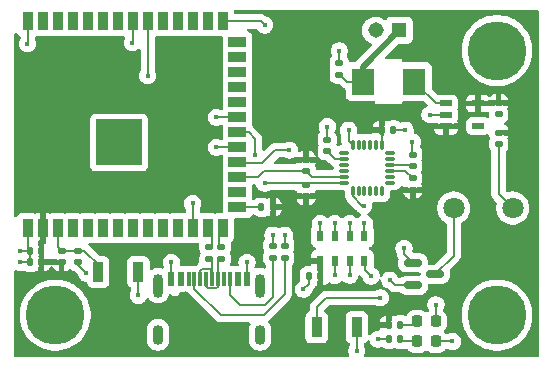
<source format=gbr>
%TF.GenerationSoftware,KiCad,Pcbnew,9.0.5*%
%TF.CreationDate,2025-11-11T23:36:27-05:00*%
%TF.ProjectId,F25,4632352e-6b69-4636-9164-5f7063625858,v1.0.1*%
%TF.SameCoordinates,Original*%
%TF.FileFunction,Copper,L1,Top*%
%TF.FilePolarity,Positive*%
%FSLAX46Y46*%
G04 Gerber Fmt 4.6, Leading zero omitted, Abs format (unit mm)*
G04 Created by KiCad (PCBNEW 9.0.5) date 2025-11-11 23:36:27*
%MOMM*%
%LPD*%
G01*
G04 APERTURE LIST*
G04 Aperture macros list*
%AMRoundRect*
0 Rectangle with rounded corners*
0 $1 Rounding radius*
0 $2 $3 $4 $5 $6 $7 $8 $9 X,Y pos of 4 corners*
0 Add a 4 corners polygon primitive as box body*
4,1,4,$2,$3,$4,$5,$6,$7,$8,$9,$2,$3,0*
0 Add four circle primitives for the rounded corners*
1,1,$1+$1,$2,$3*
1,1,$1+$1,$4,$5*
1,1,$1+$1,$6,$7*
1,1,$1+$1,$8,$9*
0 Add four rect primitives between the rounded corners*
20,1,$1+$1,$2,$3,$4,$5,0*
20,1,$1+$1,$4,$5,$6,$7,0*
20,1,$1+$1,$6,$7,$8,$9,0*
20,1,$1+$1,$8,$9,$2,$3,0*%
G04 Aperture macros list end*
%TA.AperFunction,SMDPad,CuDef*%
%ADD10RoundRect,0.140000X0.140000X0.170000X-0.140000X0.170000X-0.140000X-0.170000X0.140000X-0.170000X0*%
%TD*%
%TA.AperFunction,SMDPad,CuDef*%
%ADD11RoundRect,0.140000X0.170000X-0.140000X0.170000X0.140000X-0.170000X0.140000X-0.170000X-0.140000X0*%
%TD*%
%TA.AperFunction,SMDPad,CuDef*%
%ADD12RoundRect,0.075000X0.075000X-0.350000X0.075000X0.350000X-0.075000X0.350000X-0.075000X-0.350000X0*%
%TD*%
%TA.AperFunction,SMDPad,CuDef*%
%ADD13RoundRect,0.075000X0.350000X0.075000X-0.350000X0.075000X-0.350000X-0.075000X0.350000X-0.075000X0*%
%TD*%
%TA.AperFunction,ComponentPad*%
%ADD14C,0.600000*%
%TD*%
%TA.AperFunction,ComponentPad*%
%ADD15C,5.000000*%
%TD*%
%TA.AperFunction,SMDPad,CuDef*%
%ADD16R,0.900000X1.500000*%
%TD*%
%TA.AperFunction,SMDPad,CuDef*%
%ADD17R,1.500000X0.900000*%
%TD*%
%TA.AperFunction,HeatsinkPad*%
%ADD18C,0.600000*%
%TD*%
%TA.AperFunction,HeatsinkPad*%
%ADD19R,3.900000X3.900000*%
%TD*%
%TA.AperFunction,ComponentPad*%
%ADD20R,1.308000X1.308000*%
%TD*%
%TA.AperFunction,ComponentPad*%
%ADD21C,1.308000*%
%TD*%
%TA.AperFunction,SMDPad,CuDef*%
%ADD22RoundRect,0.135000X-0.185000X0.135000X-0.185000X-0.135000X0.185000X-0.135000X0.185000X0.135000X0*%
%TD*%
%TA.AperFunction,SMDPad,CuDef*%
%ADD23R,0.600000X1.160000*%
%TD*%
%TA.AperFunction,SMDPad,CuDef*%
%ADD24R,0.300000X1.160000*%
%TD*%
%TA.AperFunction,HeatsinkPad*%
%ADD25O,0.900000X2.000000*%
%TD*%
%TA.AperFunction,HeatsinkPad*%
%ADD26O,0.900000X1.700000*%
%TD*%
%TA.AperFunction,SMDPad,CuDef*%
%ADD27RoundRect,0.140000X-0.140000X-0.170000X0.140000X-0.170000X0.140000X0.170000X-0.140000X0.170000X0*%
%TD*%
%TA.AperFunction,SMDPad,CuDef*%
%ADD28RoundRect,0.218750X0.218750X0.256250X-0.218750X0.256250X-0.218750X-0.256250X0.218750X-0.256250X0*%
%TD*%
%TA.AperFunction,SMDPad,CuDef*%
%ADD29RoundRect,0.140000X-0.170000X0.140000X-0.170000X-0.140000X0.170000X-0.140000X0.170000X0.140000X0*%
%TD*%
%TA.AperFunction,SMDPad,CuDef*%
%ADD30R,1.955800X2.260600*%
%TD*%
%TA.AperFunction,ComponentPad*%
%ADD31C,1.800000*%
%TD*%
%TA.AperFunction,SMDPad,CuDef*%
%ADD32R,0.550000X0.950000*%
%TD*%
%TA.AperFunction,SMDPad,CuDef*%
%ADD33RoundRect,0.150000X-0.587500X-0.150000X0.587500X-0.150000X0.587500X0.150000X-0.587500X0.150000X0*%
%TD*%
%TA.AperFunction,SMDPad,CuDef*%
%ADD34R,0.900000X1.700000*%
%TD*%
%TA.AperFunction,SMDPad,CuDef*%
%ADD35R,1.003300X0.508000*%
%TD*%
%TA.AperFunction,SMDPad,CuDef*%
%ADD36RoundRect,0.135000X0.185000X-0.135000X0.185000X0.135000X-0.185000X0.135000X-0.185000X-0.135000X0*%
%TD*%
%TA.AperFunction,ViaPad*%
%ADD37C,0.450000*%
%TD*%
%TA.AperFunction,Conductor*%
%ADD38C,0.200000*%
%TD*%
%TA.AperFunction,Conductor*%
%ADD39C,0.500000*%
%TD*%
G04 APERTURE END LIST*
D10*
%TO.P,C9,1*%
%TO.N,+3V3*%
X161900000Y-108150000D03*
%TO.P,C9,2*%
%TO.N,BAT-*%
X160940000Y-108150000D03*
%TD*%
D11*
%TO.P,R2,1*%
%TO.N,+3V3*%
X160700000Y-101380000D03*
%TO.P,R2,2*%
%TO.N,/SDA*%
X160700000Y-100420000D03*
%TD*%
D12*
%TO.P,U2,1,CLKIN*%
%TO.N,BAT-*%
X164650000Y-100950000D03*
%TO.P,U2,2,NC*%
%TO.N,unconnected-(U2-NC-Pad2)*%
X165150000Y-100950000D03*
%TO.P,U2,3,NC*%
%TO.N,unconnected-(U2-NC-Pad3)*%
X165650000Y-100950000D03*
%TO.P,U2,4,NC*%
%TO.N,unconnected-(U2-NC-Pad4)*%
X166150000Y-100950000D03*
%TO.P,U2,5,NC*%
%TO.N,unconnected-(U2-NC-Pad5)*%
X166650000Y-100950000D03*
%TO.P,U2,6,AUX_DA*%
%TO.N,unconnected-(U2-AUX_DA-Pad6)*%
X167150000Y-100950000D03*
D13*
%TO.P,U2,7,AUX_CL*%
%TO.N,unconnected-(U2-AUX_CL-Pad7)*%
X167850000Y-100250000D03*
%TO.P,U2,8,VLOGIC*%
%TO.N,+3V3*%
X167850000Y-99750000D03*
%TO.P,U2,9,AD0*%
%TO.N,BAT-*%
X167850000Y-99250000D03*
%TO.P,U2,10,REGOUT*%
%TO.N,Net-(U2-REGOUT)*%
X167850000Y-98750000D03*
%TO.P,U2,11,FSYNC*%
%TO.N,BAT-*%
X167850000Y-98250000D03*
%TO.P,U2,12,INT*%
%TO.N,unconnected-(U2-INT-Pad12)*%
X167850000Y-97750000D03*
D12*
%TO.P,U2,13,VDD*%
%TO.N,+3V3*%
X167150000Y-97050000D03*
%TO.P,U2,14,NC*%
%TO.N,unconnected-(U2-NC-Pad14)*%
X166650000Y-97050000D03*
%TO.P,U2,15,NC*%
%TO.N,unconnected-(U2-NC-Pad15)*%
X166150000Y-97050000D03*
%TO.P,U2,16,NC*%
%TO.N,unconnected-(U2-NC-Pad16)*%
X165650000Y-97050000D03*
%TO.P,U2,17,NC*%
%TO.N,unconnected-(U2-NC-Pad17)*%
X165150000Y-97050000D03*
%TO.P,U2,18,GND*%
%TO.N,BAT-*%
X164650000Y-97050000D03*
D13*
%TO.P,U2,19,RESV*%
%TO.N,unconnected-(U2-RESV-Pad19)*%
X163950000Y-97750000D03*
%TO.P,U2,20,CPOUT*%
%TO.N,Net-(U2-CPOUT)*%
X163950000Y-98250000D03*
%TO.P,U2,21,RESV*%
%TO.N,unconnected-(U2-RESV-Pad21)*%
X163950000Y-98750000D03*
%TO.P,U2,22,RESV*%
%TO.N,unconnected-(U2-RESV-Pad22)*%
X163950000Y-99250000D03*
%TO.P,U2,23,SCL*%
%TO.N,/SCL*%
X163950000Y-99750000D03*
%TO.P,U2,24,SDA*%
%TO.N,/SDA*%
X163950000Y-100250000D03*
%TD*%
D14*
%TO.P,H3,1*%
%TO.N,N/C*%
X137500000Y-111500000D03*
X138090000Y-110090000D03*
X138090000Y-112910000D03*
D15*
X139470000Y-111465000D03*
D14*
X139500000Y-109500000D03*
X139500000Y-113500000D03*
X140910000Y-110090000D03*
X140910000Y-112910000D03*
X141500000Y-111500000D03*
%TD*%
D16*
%TO.P,U4,1,GND*%
%TO.N,BAT-*%
X137130000Y-104100000D03*
%TO.P,U4,2,3V3*%
%TO.N,+3V3*%
X138400000Y-104100000D03*
%TO.P,U4,3,EN*%
%TO.N,/ESP_EN*%
X139670000Y-104100000D03*
%TO.P,U4,4,GPIO4*%
%TO.N,unconnected-(U4-GPIO4-Pad4)*%
X140940000Y-104100000D03*
%TO.P,U4,5,GPIO5*%
%TO.N,unconnected-(U4-GPIO5-Pad5)*%
X142210000Y-104100000D03*
%TO.P,U4,6,GPIO6*%
%TO.N,unconnected-(U4-GPIO6-Pad6)*%
X143480000Y-104100000D03*
%TO.P,U4,7,GPIO7*%
%TO.N,unconnected-(U4-GPIO7-Pad7)*%
X144750000Y-104100000D03*
%TO.P,U4,8,GPIO15*%
%TO.N,unconnected-(U4-GPIO15-Pad8)*%
X146020000Y-104100000D03*
%TO.P,U4,9,GPIO16*%
%TO.N,unconnected-(U4-GPIO16-Pad9)*%
X147290000Y-104100000D03*
%TO.P,U4,10,GPIO17*%
%TO.N,unconnected-(U4-GPIO17-Pad10)*%
X148560000Y-104100000D03*
%TO.P,U4,11,GPIO18*%
%TO.N,unconnected-(U4-GPIO18-Pad11)*%
X149830000Y-104100000D03*
%TO.P,U4,12,GPIO8*%
%TO.N,/SDA*%
X151100000Y-104100000D03*
%TO.P,U4,13,GPIO19/USB_D-*%
%TO.N,USB_D-*%
X152370000Y-104100000D03*
%TO.P,U4,14,GPIO20/USB_D+*%
%TO.N,USB_D+*%
X153640000Y-104100000D03*
D17*
%TO.P,U4,15,GPIO3*%
%TO.N,Net-(U4-GPIO3)*%
X154890000Y-102335000D03*
%TO.P,U4,16,GPIO46*%
%TO.N,unconnected-(U4-GPIO46-Pad16)*%
X154890000Y-101065000D03*
%TO.P,U4,17,GPIO9*%
%TO.N,/SCL*%
X154890000Y-99795000D03*
%TO.P,U4,18,GPIO10*%
%TO.N,/CS*%
X154890000Y-98525000D03*
%TO.P,U4,19,GPIO11*%
%TO.N,/MOSI*%
X154890000Y-97255000D03*
%TO.P,U4,20,GPIO12*%
%TO.N,/SCK*%
X154890000Y-95985000D03*
%TO.P,U4,21,GPIO13*%
%TO.N,/MISO*%
X154890000Y-94715000D03*
%TO.P,U4,22,GPIO14*%
%TO.N,unconnected-(U4-GPIO14-Pad22)*%
X154890000Y-93445000D03*
%TO.P,U4,23,GPIO21*%
%TO.N,unconnected-(U4-GPIO21-Pad23)*%
X154890000Y-92175000D03*
%TO.P,U4,24,GPIO47*%
%TO.N,unconnected-(U4-GPIO47-Pad24)*%
X154890000Y-90905000D03*
%TO.P,U4,25,GPIO48*%
%TO.N,unconnected-(U4-GPIO48-Pad25)*%
X154890000Y-89635000D03*
%TO.P,U4,26,GPIO45*%
%TO.N,unconnected-(U4-GPIO45-Pad26)*%
X154890000Y-88365000D03*
D16*
%TO.P,U4,27,GPIO0*%
%TO.N,/ESP_IO0*%
X153640000Y-86600000D03*
%TO.P,U4,28,GPIO35\u002A*%
%TO.N,unconnected-(U4-GPIO35\u002A-Pad28)*%
X152370000Y-86600000D03*
%TO.P,U4,29,GPIO36\u002A*%
%TO.N,unconnected-(U4-GPIO36\u002A-Pad29)*%
X151100000Y-86600000D03*
%TO.P,U4,30,GPIO37\u002A*%
%TO.N,unconnected-(U4-GPIO37\u002A-Pad30)*%
X149830000Y-86600000D03*
%TO.P,U4,31,GPIO38*%
%TO.N,unconnected-(U4-GPIO38-Pad31)*%
X148560000Y-86600000D03*
%TO.P,U4,32,GPIO39*%
%TO.N,/LED*%
X147290000Y-86600000D03*
%TO.P,U4,33,GPIO40*%
%TO.N,/BUZZER*%
X146020000Y-86600000D03*
%TO.P,U4,34,GPIO41*%
%TO.N,unconnected-(U4-GPIO41-Pad34)*%
X144750000Y-86600000D03*
%TO.P,U4,35,GPIO42*%
%TO.N,unconnected-(U4-GPIO42-Pad35)*%
X143480000Y-86600000D03*
%TO.P,U4,36,RXD0/U0RXD/GPIO44*%
%TO.N,unconnected-(U4-RXD0{slash}U0RXD{slash}GPIO44-Pad36)*%
X142210000Y-86600000D03*
%TO.P,U4,37,TXD0/U0TXD/GPIO43*%
%TO.N,unconnected-(U4-TXD0{slash}U0TXD{slash}GPIO43-Pad37)*%
X140940000Y-86600000D03*
%TO.P,U4,38,GPIO2*%
%TO.N,unconnected-(U4-GPIO2-Pad38)*%
X139670000Y-86600000D03*
%TO.P,U4,39,GPIO1*%
%TO.N,unconnected-(U4-GPIO1-Pad39)*%
X138400000Y-86600000D03*
%TO.P,U4,40,GND*%
%TO.N,BAT-*%
X137130000Y-86600000D03*
D18*
%TO.P,U4,41,EPAD(GND)*%
X144150000Y-98250000D03*
X145550000Y-98250000D03*
X143450000Y-97550000D03*
X144850000Y-97550000D03*
X146250000Y-97550000D03*
X144150000Y-96850000D03*
D19*
X144850000Y-96850000D03*
D18*
X145550000Y-96850000D03*
X143450000Y-96150000D03*
X144850000Y-96150000D03*
X146250000Y-96150000D03*
X144150000Y-95450000D03*
X145550000Y-95450000D03*
%TD*%
D20*
%TO.P,J3,1,1*%
%TO.N,BAT+*%
X168600000Y-87350000D03*
D21*
%TO.P,J3,2,2*%
%TO.N,BAT-*%
X166600000Y-87350000D03*
%TD*%
D22*
%TO.P,R6,1*%
%TO.N,BAT-*%
X158900000Y-105580002D03*
%TO.P,R6,2*%
%TO.N,Net-(J4-CC1)*%
X158900000Y-106600000D03*
%TD*%
D23*
%TO.P,J4,A1,GND*%
%TO.N,BAT-*%
X149300000Y-108390000D03*
%TO.P,J4,A4,VBUS*%
%TO.N,unconnected-(J4-VBUS-PadA4)_2*%
X150100000Y-108390000D03*
D24*
%TO.P,J4,A5,CC1*%
%TO.N,Net-(J4-CC1)*%
X151250000Y-108390000D03*
%TO.P,J4,A6,D+*%
%TO.N,USB_D+*%
X152250000Y-108390000D03*
%TO.P,J4,A7,D-*%
%TO.N,USB_D-*%
X152750000Y-108390000D03*
%TO.P,J4,A8,SBU1*%
%TO.N,unconnected-(J4-SBU1-PadA8)*%
X153750000Y-108390000D03*
D23*
%TO.P,J4,A9,VBUS*%
%TO.N,unconnected-(J4-VBUS-PadA4)_1*%
X154900000Y-108390000D03*
%TO.P,J4,A12,GND*%
%TO.N,BAT-*%
X155700000Y-108390000D03*
%TO.P,J4,B1,GND*%
X155700000Y-108390000D03*
%TO.P,J4,B4,VBUS*%
%TO.N,unconnected-(J4-VBUS-PadA4)_3*%
X154900000Y-108390000D03*
D24*
%TO.P,J4,B5,CC2*%
%TO.N,Net-(J4-CC2)*%
X154250000Y-108390000D03*
%TO.P,J4,B6,D+*%
%TO.N,USB_D+*%
X153250000Y-108390000D03*
%TO.P,J4,B7,D-*%
%TO.N,USB_D-*%
X151750000Y-108390000D03*
%TO.P,J4,B8,SBU2*%
%TO.N,unconnected-(J4-SBU2-PadB8)*%
X150750000Y-108390000D03*
D23*
%TO.P,J4,B9,VBUS*%
%TO.N,unconnected-(J4-VBUS-PadA4)*%
X150100000Y-108390000D03*
%TO.P,J4,B12,GND*%
%TO.N,BAT-*%
X149300000Y-108390000D03*
D25*
%TO.P,J4,S1,SHIELD*%
X148180000Y-108970000D03*
D26*
X148180000Y-113140000D03*
D25*
X156820000Y-108970000D03*
D26*
X156820000Y-113140000D03*
%TD*%
D27*
%TO.P,R7,1*%
%TO.N,+3V3*%
X167720000Y-112300000D03*
%TO.P,R7,2*%
%TO.N,Net-(D2-A)*%
X168680000Y-112300000D03*
%TD*%
%TO.P,R5,1*%
%TO.N,Net-(U4-GPIO3)*%
X156920000Y-102335000D03*
%TO.P,R5,2*%
%TO.N,+3V3*%
X157880000Y-102335000D03*
%TD*%
%TO.P,C1,1*%
%TO.N,BAT-*%
X137320000Y-106000000D03*
%TO.P,C1,2*%
%TO.N,+3V3*%
X138280000Y-106000000D03*
%TD*%
D28*
%TO.P,D1,1,K*%
%TO.N,BAT-*%
X171687501Y-113700000D03*
%TO.P,D1,2,A*%
%TO.N,Net-(D1-A)*%
X170112499Y-113700000D03*
%TD*%
D29*
%TO.P,R3,1*%
%TO.N,+3V3*%
X160700000Y-98320000D03*
%TO.P,R3,2*%
%TO.N,/SCL*%
X160700000Y-99280000D03*
%TD*%
D30*
%TO.P,CR1,1*%
%TO.N,Net-(U5-VIN)*%
X169871700Y-91700000D03*
%TO.P,CR1,2*%
%TO.N,BAT+*%
X165528300Y-91700000D03*
%TD*%
D31*
%TO.P,LS1,1*%
%TO.N,Net-(LS1-Pad1)*%
X178199990Y-102400000D03*
%TO.P,LS1,2*%
%TO.N,Net-(Q1-D)*%
X173200010Y-102400000D03*
%TD*%
D32*
%TO.P,U1,1,VDD*%
%TO.N,+3V3*%
X161900000Y-106900000D03*
%TO.P,U1,2,PS*%
%TO.N,BAT-*%
X163150000Y-106900000D03*
%TO.P,U1,3,GND*%
X164400000Y-106900000D03*
%TO.P,U1,4,CSB*%
%TO.N,/CS*%
X165650000Y-106900000D03*
%TO.P,U1,5,CSB*%
X165650000Y-104750000D03*
%TO.P,U1,6,SDO*%
%TO.N,/MISO*%
X164400000Y-104750000D03*
%TO.P,U1,7,SDI/SDA*%
%TO.N,/MOSI*%
X163150000Y-104750000D03*
%TO.P,U1,8,SCLK*%
%TO.N,/SCK*%
X161900000Y-104750000D03*
%TD*%
D33*
%TO.P,Q1,1,G*%
%TO.N,/BUZZER*%
X169762500Y-107050000D03*
%TO.P,Q1,2,S*%
%TO.N,BAT-*%
X169762500Y-108950000D03*
%TO.P,Q1,3,D*%
%TO.N,Net-(Q1-D)*%
X171637500Y-108000000D03*
%TD*%
D11*
%TO.P,C7,1*%
%TO.N,Net-(U2-REGOUT)*%
X169719999Y-98850000D03*
%TO.P,C7,2*%
%TO.N,BAT-*%
X169719999Y-97890000D03*
%TD*%
D27*
%TO.P,R1,1*%
%TO.N,/LED*%
X167720000Y-113500000D03*
%TO.P,R1,2*%
%TO.N,Net-(D1-A)*%
X168680000Y-113500000D03*
%TD*%
D34*
%TO.P,SW1,1,A*%
%TO.N,BAT-*%
X146500001Y-107800000D03*
%TO.P,SW1,2,B*%
%TO.N,/ESP_EN*%
X143099999Y-107800000D03*
%TD*%
D14*
%TO.P,H1,1*%
%TO.N,N/C*%
X174900000Y-89100000D03*
X175490000Y-87690000D03*
X175490000Y-90510000D03*
D15*
X176870000Y-89065000D03*
D14*
X176900000Y-87100000D03*
X176900000Y-91100000D03*
X178310000Y-87690000D03*
X178310000Y-90510000D03*
X178900000Y-89100000D03*
%TD*%
D29*
%TO.P,R11,1*%
%TO.N,/ESP_EN*%
X140000000Y-106020000D03*
%TO.P,R11,2*%
%TO.N,+3V3*%
X140000000Y-106980000D03*
%TD*%
%TO.P,C3,1*%
%TO.N,/ESP_EN*%
X141400000Y-106020000D03*
%TO.P,C3,2*%
%TO.N,BAT-*%
X141400000Y-106980000D03*
%TD*%
%TO.P,C11,1*%
%TO.N,+3V3*%
X177000000Y-93520000D03*
%TO.P,C11,2*%
%TO.N,BAT-*%
X177000000Y-94480000D03*
%TD*%
D35*
%TO.P,U5,1,VIN*%
%TO.N,Net-(U5-VIN)*%
X172547450Y-93549999D03*
%TO.P,U5,2,GND*%
%TO.N,BAT-*%
X172547450Y-94500000D03*
%TO.P,U5,3,EN*%
%TO.N,+3V3*%
X172547450Y-95450001D03*
%TO.P,U5,4,NC*%
%TO.N,unconnected-(U5-NC-Pad4)*%
X175252550Y-95450001D03*
%TO.P,U5,5,VOUT*%
%TO.N,+3V3*%
X175252550Y-93549999D03*
%TD*%
D29*
%TO.P,R4,1*%
%TO.N,+3V3*%
X177000000Y-96020000D03*
%TO.P,R4,2*%
%TO.N,Net-(LS1-Pad1)*%
X177000000Y-96980000D03*
%TD*%
%TO.P,C4,1*%
%TO.N,BAT-*%
X169719999Y-99890000D03*
%TO.P,C4,2*%
%TO.N,+3V3*%
X169719999Y-100850000D03*
%TD*%
D36*
%TO.P,R16,1*%
%TO.N,USB_D+*%
X153500000Y-106709999D03*
%TO.P,R16,2*%
X153500000Y-105690001D03*
%TD*%
D34*
%TO.P,SW2,1,A*%
%TO.N,BAT-*%
X165000001Y-112500000D03*
%TO.P,SW2,2,B*%
%TO.N,/ESP_IO0*%
X161599999Y-112500000D03*
%TD*%
D27*
%TO.P,C2,1*%
%TO.N,BAT-*%
X137320000Y-107000000D03*
%TO.P,C2,2*%
%TO.N,+3V3*%
X138280000Y-107000000D03*
%TD*%
D11*
%TO.P,C10,1*%
%TO.N,BAT+*%
X163500000Y-91100000D03*
%TO.P,C10,2*%
%TO.N,BAT-*%
X163500000Y-90140000D03*
%TD*%
D36*
%TO.P,R12,1*%
%TO.N,Net-(J4-CC2)*%
X157900000Y-106609999D03*
%TO.P,R12,2*%
%TO.N,BAT-*%
X157900000Y-105590001D03*
%TD*%
D11*
%TO.P,C6,1*%
%TO.N,Net-(U2-CPOUT)*%
X162500000Y-97580000D03*
%TO.P,C6,2*%
%TO.N,BAT-*%
X162500000Y-96620000D03*
%TD*%
D28*
%TO.P,D2,1,K*%
%TO.N,BAT-*%
X171687501Y-112000000D03*
%TO.P,D2,2,A*%
%TO.N,Net-(D2-A)*%
X170112499Y-112000000D03*
%TD*%
D10*
%TO.P,C5,1*%
%TO.N,BAT-*%
X168080000Y-95800000D03*
%TO.P,C5,2*%
%TO.N,+3V3*%
X167120000Y-95800000D03*
%TD*%
D14*
%TO.P,H2,1*%
%TO.N,N/C*%
X174900000Y-111500000D03*
X175490000Y-110090000D03*
X175490000Y-112910000D03*
D15*
X176870000Y-111465000D03*
D14*
X176900000Y-109500000D03*
X176900000Y-113500000D03*
X178310000Y-110090000D03*
X178310000Y-112910000D03*
X178900000Y-111500000D03*
%TD*%
D36*
%TO.P,R17,1*%
%TO.N,USB_D-*%
X152500000Y-106709999D03*
%TO.P,R17,2*%
X152500000Y-105690001D03*
%TD*%
D37*
%TO.N,BAT-*%
X149300000Y-107000000D03*
X167800000Y-108500000D03*
X171200000Y-94500000D03*
X162500000Y-95500000D03*
X165000000Y-114500000D03*
X163150000Y-108100000D03*
X158900000Y-104690001D03*
X164400000Y-108090509D03*
X160475000Y-109275000D03*
X136500000Y-107000000D03*
X155700000Y-107000000D03*
X137100000Y-88500000D03*
X142100000Y-107900000D03*
X173100000Y-113700000D03*
X164300000Y-95800000D03*
X169100000Y-95800000D03*
X171700000Y-110600000D03*
X169700000Y-96800000D03*
X136500000Y-106000000D03*
X157900000Y-104690001D03*
X163500000Y-89100000D03*
X165600000Y-102200000D03*
X146500001Y-109800000D03*
%TO.N,/SDA*%
X157200000Y-100300000D03*
X151100000Y-102000000D03*
%TO.N,/MOSI*%
X153100000Y-97255000D03*
X163150000Y-103700000D03*
%TO.N,/ESP_IO0*%
X167000000Y-110000000D03*
X157200000Y-86900000D03*
%TO.N,/BUZZER*%
X146000000Y-88400000D03*
X169000000Y-105800000D03*
%TO.N,/LED*%
X147290000Y-91200000D03*
X166800000Y-113500000D03*
%TO.N,/SCK*%
X156400000Y-97900000D03*
X161900000Y-103700000D03*
%TO.N,/CS*%
X159300000Y-97500000D03*
X165650000Y-103700000D03*
X166200000Y-108150000D03*
%TO.N,/MISO*%
X164400000Y-103700000D03*
X153100000Y-94715000D03*
%TD*%
D38*
%TO.N,+3V3*%
X138400000Y-105980000D02*
X138380000Y-106000000D01*
X167120000Y-95800000D02*
X167120000Y-97020000D01*
X138400000Y-104100000D02*
X138400000Y-105980000D01*
X167120000Y-97020000D02*
X167150000Y-97050000D01*
X138380000Y-106000000D02*
X138380000Y-107000000D01*
%TO.N,Net-(U2-CPOUT)*%
X163170000Y-98250000D02*
X163950000Y-98250000D01*
X162500000Y-97580000D02*
X163170000Y-98250000D01*
%TO.N,Net-(U2-REGOUT)*%
X167850000Y-98750000D02*
X169619999Y-98750000D01*
X169619999Y-98750000D02*
X169719999Y-98850000D01*
D39*
%TO.N,BAT+*%
X168600000Y-87350000D02*
X165528300Y-90421700D01*
D38*
X163600000Y-91100000D02*
X164200000Y-91700000D01*
X164200000Y-91700000D02*
X165528300Y-91700000D01*
X163500000Y-91100000D02*
X163600000Y-91100000D01*
D39*
X165528300Y-90421700D02*
X165528300Y-91700000D01*
D38*
%TO.N,BAT-*%
X141400000Y-107200000D02*
X142100000Y-107900000D01*
X168250000Y-108950000D02*
X169762500Y-108950000D01*
X164650000Y-100950000D02*
X164650000Y-101408824D01*
X164300000Y-95800000D02*
X164300000Y-96700000D01*
X137420000Y-107000000D02*
X136500000Y-107000000D01*
X169079999Y-99250000D02*
X169719999Y-99890000D01*
X137130000Y-105810000D02*
X137320000Y-106000000D01*
X163500000Y-89100000D02*
X163500000Y-90140000D01*
X168080000Y-95800000D02*
X169100000Y-95800000D01*
X167800000Y-108500000D02*
X168250000Y-108950000D01*
X169700000Y-97870001D02*
X169719999Y-97890000D01*
X137130000Y-104100000D02*
X137130000Y-105810000D01*
X137320000Y-106000000D02*
X137320000Y-107000000D01*
X149300000Y-107000000D02*
X149300000Y-108390000D01*
X167850000Y-99250000D02*
X169079999Y-99250000D01*
X164650000Y-101408824D02*
X165441176Y-102200000D01*
X165441176Y-102200000D02*
X165600000Y-102200000D01*
X171687501Y-113700000D02*
X173100000Y-113700000D01*
X155700000Y-107000000D02*
X155700000Y-108390000D01*
X164400000Y-106900000D02*
X164400000Y-108090509D01*
X171700000Y-111987501D02*
X171687501Y-112000000D01*
X165000001Y-112500000D02*
X165000000Y-114500000D01*
X137130000Y-88470000D02*
X137100000Y-88500000D01*
X158900000Y-104690001D02*
X158900000Y-105580002D01*
X164300000Y-96700000D02*
X164650000Y-97050000D01*
X169700000Y-96900000D02*
X169700000Y-97870001D01*
X160475000Y-109275000D02*
X160940000Y-108810000D01*
X141400000Y-106980000D02*
X141400000Y-107200000D01*
X171700000Y-110600000D02*
X171700000Y-111987501D01*
X146500001Y-107800000D02*
X146500001Y-109800000D01*
X171200000Y-94500000D02*
X172547450Y-94500000D01*
X162500000Y-95500000D02*
X162500000Y-96620000D01*
X157900000Y-104690001D02*
X157900000Y-105590001D01*
X137320000Y-106000000D02*
X136500000Y-106000000D01*
X163150000Y-106900000D02*
X163150000Y-108100000D01*
X137130000Y-86600000D02*
X137130000Y-88470000D01*
X160940000Y-108810000D02*
X160940000Y-108150000D01*
%TO.N,Net-(LS1-Pad1)*%
X177000000Y-101199700D02*
X178200300Y-102400000D01*
X177000000Y-96980000D02*
X177000000Y-101199700D01*
%TO.N,Net-(Q1-D)*%
X173200210Y-106437290D02*
X171637500Y-108000000D01*
X173200210Y-102400000D02*
X173200210Y-106437290D01*
%TO.N,/SDA*%
X160700000Y-100420000D02*
X160870000Y-100250000D01*
X157200000Y-100300000D02*
X160480000Y-100300000D01*
X160480000Y-100300000D02*
X160700000Y-100520000D01*
X160700000Y-100520000D02*
X160880000Y-100520000D01*
X160870000Y-100250000D02*
X163950000Y-100250000D01*
X151100000Y-104100000D02*
X151100000Y-102000000D01*
%TO.N,/SCL*%
X161170000Y-99750000D02*
X163950000Y-99750000D01*
X155931250Y-99800000D02*
X156600000Y-99800000D01*
X157200000Y-99280000D02*
X160700000Y-99280000D01*
X156600000Y-99800000D02*
X157120000Y-99280000D01*
X160700000Y-99280000D02*
X161170000Y-99750000D01*
X154890000Y-99795000D02*
X155926250Y-99795000D01*
X155926250Y-99795000D02*
X155931250Y-99800000D01*
X157120000Y-99280000D02*
X157200000Y-99280000D01*
%TO.N,/MOSI*%
X163150000Y-103700000D02*
X163150000Y-104750000D01*
X153100000Y-97255000D02*
X154890000Y-97255000D01*
X153155000Y-97255000D02*
X153100000Y-97200000D01*
%TO.N,/ESP_EN*%
X139670000Y-105690000D02*
X140000000Y-106020000D01*
X139670000Y-104100000D02*
X139670000Y-105690000D01*
X140000000Y-106020000D02*
X141400000Y-106020000D01*
X143159999Y-107260000D02*
X143159999Y-107399999D01*
X141919999Y-106020000D02*
X143159999Y-107260000D01*
X141400000Y-106020000D02*
X141919999Y-106020000D01*
%TO.N,/ESP_IO0*%
X153640000Y-86600000D02*
X156900000Y-86600000D01*
X167000000Y-110000000D02*
X162400000Y-110000000D01*
X161599999Y-110800001D02*
X161599999Y-112500000D01*
X162400000Y-110000000D02*
X161599999Y-110800001D01*
X156900000Y-86600000D02*
X157200000Y-86900000D01*
%TO.N,Net-(U5-VIN)*%
X169871700Y-91700000D02*
X171721699Y-93549999D01*
X171721699Y-93549999D02*
X172547450Y-93549999D01*
%TO.N,Net-(D1-A)*%
X168880000Y-113700000D02*
X168680000Y-113500000D01*
X170112499Y-113700000D02*
X168880000Y-113700000D01*
%TO.N,Net-(D2-A)*%
X169812499Y-112300000D02*
X170112499Y-112000000D01*
X168680000Y-112300000D02*
X169812499Y-112300000D01*
%TO.N,Net-(J4-CC1)*%
X157109999Y-111490001D02*
X158900000Y-109700000D01*
X151250000Y-109222000D02*
X153518001Y-111490001D01*
X151250000Y-108390000D02*
X151250000Y-109222000D01*
X158900000Y-109700000D02*
X158900000Y-106600000D01*
X153518001Y-111490001D02*
X157109999Y-111490001D01*
%TO.N,USB_D-*%
X151900000Y-107600000D02*
X152550000Y-107600000D01*
X152700000Y-105490001D02*
X152700000Y-104430000D01*
X152750000Y-107800000D02*
X152750000Y-108390000D01*
X152700000Y-104430000D02*
X152370000Y-104100000D01*
X151750000Y-107750000D02*
X151900000Y-107600000D01*
X152750000Y-106959999D02*
X152750000Y-107400000D01*
X152500000Y-106709999D02*
X152750000Y-106959999D01*
X152500000Y-105690001D02*
X152700000Y-105490001D01*
X152550000Y-107600000D02*
X152750000Y-107800000D01*
X152750000Y-107400000D02*
X152750000Y-108390000D01*
X151750000Y-108390000D02*
X151750000Y-107750000D01*
%TO.N,USB_D+*%
X152250000Y-109020000D02*
X152430000Y-109200000D01*
X153300000Y-104440000D02*
X153640000Y-104100000D01*
X153300000Y-105490001D02*
X153300000Y-104440000D01*
X152250000Y-108390000D02*
X152250000Y-109020000D01*
X153100000Y-109200000D02*
X153250000Y-109050000D01*
X153250000Y-109050000D02*
X153250000Y-108390000D01*
X153250000Y-106959999D02*
X153250000Y-108390000D01*
X152430000Y-109200000D02*
X153100000Y-109200000D01*
X153500000Y-106709999D02*
X153250000Y-106959999D01*
X153500000Y-105690001D02*
X153300000Y-105490001D01*
%TO.N,Net-(J4-CC2)*%
X157200000Y-110600000D02*
X157900000Y-109900000D01*
X154250000Y-108390000D02*
X154250000Y-109750000D01*
X157900000Y-109900000D02*
X157900000Y-106609999D01*
X154250000Y-109750000D02*
X155100000Y-110600000D01*
X155100000Y-110600000D02*
X157200000Y-110600000D01*
%TO.N,/BUZZER*%
X146020000Y-86600000D02*
X146020000Y-88380000D01*
X169000000Y-106287500D02*
X169762500Y-107050000D01*
X169000000Y-105800000D02*
X169000000Y-106287500D01*
X146020000Y-88380000D02*
X146000000Y-88400000D01*
%TO.N,/LED*%
X147290000Y-91200000D02*
X147290000Y-86600000D01*
X166800000Y-113500000D02*
X167720000Y-113500000D01*
%TO.N,Net-(U4-GPIO3)*%
X156885000Y-102335000D02*
X156920000Y-102300000D01*
X154890000Y-102335000D02*
X156885000Y-102335000D01*
%TO.N,/SCK*%
X161900000Y-103700000D02*
X161900000Y-104750000D01*
X155840000Y-95985000D02*
X154890000Y-95985000D01*
X156400000Y-97900000D02*
X156400000Y-96545000D01*
X156400000Y-96545000D02*
X155840000Y-95985000D01*
%TO.N,/CS*%
X154991000Y-98626000D02*
X154890000Y-98525000D01*
X166200000Y-108150000D02*
X165700000Y-107650000D01*
X159300000Y-97500000D02*
X158100000Y-97500000D01*
X165700000Y-107650000D02*
X165700000Y-106950000D01*
X165650000Y-103700000D02*
X165650000Y-104750000D01*
X158100000Y-97500000D02*
X156974000Y-98626000D01*
X156974000Y-98626000D02*
X154991000Y-98626000D01*
%TO.N,/MISO*%
X164400000Y-103700000D02*
X164400000Y-104750000D01*
X153115000Y-94715000D02*
X153100000Y-94700000D01*
X153100000Y-94715000D02*
X154890000Y-94715000D01*
%TD*%
%TA.AperFunction,Conductor*%
%TO.N,+3V3*%
G36*
X180347539Y-85640185D02*
G01*
X180393294Y-85692989D01*
X180404500Y-85744500D01*
X180404500Y-114895500D01*
X180384815Y-114962539D01*
X180332011Y-115008294D01*
X180280500Y-115019500D01*
X165755670Y-115019500D01*
X165688631Y-114999815D01*
X165642876Y-114947011D01*
X165632932Y-114877853D01*
X165641109Y-114848047D01*
X165644261Y-114840436D01*
X165697619Y-114711620D01*
X165725500Y-114571455D01*
X165725500Y-114428545D01*
X165725500Y-114428541D01*
X165697620Y-114288385D01*
X165697619Y-114288384D01*
X165697619Y-114288380D01*
X165642929Y-114156347D01*
X165621396Y-114124121D01*
X165615746Y-114106075D01*
X165605523Y-114090167D01*
X165601071Y-114059204D01*
X165600520Y-114057444D01*
X165600500Y-114055232D01*
X165600500Y-113914142D01*
X165620185Y-113847103D01*
X165672989Y-113801348D01*
X165681159Y-113797962D01*
X165692332Y-113793796D01*
X165807547Y-113707546D01*
X165873210Y-113619831D01*
X165929142Y-113577962D01*
X165998834Y-113572978D01*
X166060157Y-113606463D01*
X166093641Y-113667786D01*
X166094092Y-113669952D01*
X166102379Y-113711614D01*
X166102381Y-113711620D01*
X166157069Y-113843650D01*
X166157074Y-113843659D01*
X166236467Y-113962478D01*
X166236470Y-113962482D01*
X166337517Y-114063529D01*
X166337521Y-114063532D01*
X166456340Y-114142925D01*
X166456349Y-114142930D01*
X166463539Y-114145908D01*
X166588380Y-114197619D01*
X166588384Y-114197619D01*
X166588385Y-114197620D01*
X166728542Y-114225500D01*
X166728545Y-114225500D01*
X166871457Y-114225500D01*
X166965751Y-114206742D01*
X167011620Y-114197619D01*
X167073341Y-114172052D01*
X167142810Y-114164584D01*
X167183915Y-114179882D01*
X167213907Y-114197619D01*
X167323605Y-114262494D01*
X167327178Y-114263532D01*
X167479002Y-114307642D01*
X167479005Y-114307642D01*
X167479007Y-114307643D01*
X167515310Y-114310500D01*
X167515318Y-114310500D01*
X167924682Y-114310500D01*
X167924690Y-114310500D01*
X167960993Y-114307643D01*
X167960995Y-114307642D01*
X167960997Y-114307642D01*
X168001975Y-114295736D01*
X168116395Y-114262494D01*
X168136879Y-114250379D01*
X168204601Y-114233196D01*
X168263119Y-114250379D01*
X168283605Y-114262494D01*
X168283607Y-114262494D01*
X168283608Y-114262495D01*
X168439002Y-114307642D01*
X168439005Y-114307642D01*
X168439007Y-114307643D01*
X168475310Y-114310500D01*
X168475318Y-114310500D01*
X168884682Y-114310500D01*
X168884690Y-114310500D01*
X168920993Y-114307643D01*
X168925635Y-114306294D01*
X168928628Y-114305425D01*
X168951372Y-114302184D01*
X168951282Y-114301459D01*
X168951290Y-114301458D01*
X168960494Y-114300884D01*
X168963187Y-114300501D01*
X168966634Y-114300500D01*
X168966637Y-114300501D01*
X168966654Y-114300501D01*
X168966670Y-114300500D01*
X169191814Y-114300500D01*
X169258853Y-114320185D01*
X169297350Y-114359400D01*
X169320925Y-114397620D01*
X169325719Y-114405392D01*
X169444607Y-114524280D01*
X169444611Y-114524283D01*
X169587703Y-114612544D01*
X169587706Y-114612545D01*
X169587712Y-114612549D01*
X169747314Y-114665436D01*
X169845825Y-114675500D01*
X169845830Y-114675500D01*
X170379168Y-114675500D01*
X170379173Y-114675500D01*
X170477684Y-114665436D01*
X170637286Y-114612549D01*
X170780390Y-114524281D01*
X170812319Y-114492352D01*
X170873642Y-114458867D01*
X170943334Y-114463851D01*
X170987681Y-114492352D01*
X171019609Y-114524280D01*
X171019613Y-114524283D01*
X171162705Y-114612544D01*
X171162708Y-114612545D01*
X171162714Y-114612549D01*
X171322316Y-114665436D01*
X171420827Y-114675500D01*
X171420832Y-114675500D01*
X171954170Y-114675500D01*
X171954175Y-114675500D01*
X172052686Y-114665436D01*
X172212288Y-114612549D01*
X172355392Y-114524281D01*
X172474282Y-114405391D01*
X172502649Y-114359401D01*
X172510234Y-114352578D01*
X172514473Y-114343297D01*
X172535772Y-114329608D01*
X172554595Y-114312679D01*
X172566230Y-114310034D01*
X172573251Y-114305523D01*
X172608186Y-114300500D01*
X172655233Y-114300500D01*
X172722272Y-114320185D01*
X172724124Y-114321398D01*
X172756348Y-114342930D01*
X172822363Y-114370274D01*
X172888380Y-114397619D01*
X172888384Y-114397619D01*
X172888385Y-114397620D01*
X173028542Y-114425500D01*
X173028545Y-114425500D01*
X173171457Y-114425500D01*
X173278420Y-114404223D01*
X173311620Y-114397619D01*
X173443653Y-114342929D01*
X173562479Y-114263532D01*
X173663532Y-114162479D01*
X173742929Y-114043653D01*
X173797619Y-113911620D01*
X173809777Y-113850498D01*
X173825500Y-113771457D01*
X173825500Y-113628542D01*
X173797620Y-113488385D01*
X173797619Y-113488384D01*
X173797619Y-113488380D01*
X173742929Y-113356347D01*
X173742928Y-113356346D01*
X173742925Y-113356340D01*
X173663532Y-113237521D01*
X173663529Y-113237517D01*
X173562482Y-113136470D01*
X173562478Y-113136467D01*
X173443659Y-113057074D01*
X173443650Y-113057069D01*
X173311620Y-113002381D01*
X173311614Y-113002379D01*
X173171457Y-112974500D01*
X173171455Y-112974500D01*
X173028545Y-112974500D01*
X173028543Y-112974500D01*
X172888385Y-113002379D01*
X172888379Y-113002381D01*
X172756348Y-113057069D01*
X172724124Y-113078602D01*
X172706077Y-113084252D01*
X172690168Y-113094477D01*
X172659206Y-113098928D01*
X172657446Y-113099480D01*
X172655233Y-113099500D01*
X172608186Y-113099500D01*
X172541147Y-113079815D01*
X172502649Y-113040599D01*
X172474282Y-112994609D01*
X172417354Y-112937681D01*
X172383869Y-112876358D01*
X172388853Y-112806666D01*
X172417354Y-112762319D01*
X172442167Y-112737506D01*
X172474282Y-112705391D01*
X172562550Y-112562287D01*
X172615437Y-112402685D01*
X172625501Y-112304174D01*
X172625501Y-111695826D01*
X172615437Y-111597315D01*
X172562550Y-111437713D01*
X172562546Y-111437707D01*
X172562545Y-111437704D01*
X172513453Y-111358114D01*
X172475443Y-111296491D01*
X173869500Y-111296491D01*
X173869500Y-111633508D01*
X173907231Y-111968381D01*
X173907233Y-111968397D01*
X173982223Y-112296953D01*
X173982227Y-112296965D01*
X174093532Y-112615054D01*
X174239752Y-112918683D01*
X174239754Y-112918686D01*
X174419054Y-113204039D01*
X174573639Y-113397883D01*
X174621167Y-113457482D01*
X174629175Y-113467523D01*
X174867477Y-113705825D01*
X175130961Y-113915946D01*
X175416314Y-114095246D01*
X175719949Y-114241469D01*
X175944906Y-114320185D01*
X176038034Y-114352772D01*
X176038046Y-114352776D01*
X176366606Y-114427767D01*
X176701492Y-114465499D01*
X176701493Y-114465500D01*
X176701496Y-114465500D01*
X177038507Y-114465500D01*
X177038507Y-114465499D01*
X177373394Y-114427767D01*
X177701954Y-114352776D01*
X178020051Y-114241469D01*
X178323686Y-114095246D01*
X178609039Y-113915946D01*
X178872523Y-113705825D01*
X179110825Y-113467523D01*
X179320946Y-113204039D01*
X179500246Y-112918686D01*
X179646469Y-112615051D01*
X179757776Y-112296954D01*
X179832767Y-111968394D01*
X179870500Y-111633504D01*
X179870500Y-111296496D01*
X179832767Y-110961606D01*
X179757776Y-110633046D01*
X179646469Y-110314949D01*
X179518666Y-110049564D01*
X179500247Y-110011316D01*
X179493451Y-110000500D01*
X179320946Y-109725961D01*
X179110825Y-109462477D01*
X178872523Y-109224175D01*
X178845427Y-109202567D01*
X178780135Y-109150498D01*
X178609039Y-109014054D01*
X178344162Y-108847620D01*
X178323683Y-108834752D01*
X178020054Y-108688532D01*
X177701965Y-108577227D01*
X177701953Y-108577223D01*
X177373397Y-108502233D01*
X177373381Y-108502231D01*
X177038508Y-108464500D01*
X177038504Y-108464500D01*
X176701496Y-108464500D01*
X176701491Y-108464500D01*
X176366618Y-108502231D01*
X176366602Y-108502233D01*
X176038046Y-108577223D01*
X176038034Y-108577227D01*
X175719945Y-108688532D01*
X175416316Y-108834752D01*
X175130962Y-109014053D01*
X174867477Y-109224174D01*
X174629174Y-109462477D01*
X174419053Y-109725962D01*
X174239752Y-110011316D01*
X174093532Y-110314945D01*
X173982227Y-110633034D01*
X173982223Y-110633046D01*
X173907233Y-110961602D01*
X173907231Y-110961618D01*
X173869500Y-111296491D01*
X172475443Y-111296491D01*
X172474284Y-111294612D01*
X172474281Y-111294608D01*
X172355392Y-111175719D01*
X172349725Y-111171238D01*
X172350849Y-111169816D01*
X172343297Y-111166367D01*
X172329605Y-111145061D01*
X172312669Y-111126226D01*
X172310027Y-111114598D01*
X172305523Y-111107589D01*
X172300500Y-111072654D01*
X172300500Y-111044766D01*
X172320185Y-110977727D01*
X172321399Y-110975874D01*
X172342929Y-110943653D01*
X172397619Y-110811620D01*
X172414750Y-110725500D01*
X172425500Y-110671457D01*
X172425500Y-110528542D01*
X172397620Y-110388385D01*
X172397619Y-110388384D01*
X172397619Y-110388380D01*
X172342929Y-110256347D01*
X172342928Y-110256346D01*
X172342925Y-110256340D01*
X172263532Y-110137521D01*
X172263529Y-110137517D01*
X172162482Y-110036470D01*
X172162478Y-110036467D01*
X172043659Y-109957074D01*
X172043650Y-109957069D01*
X171911620Y-109902381D01*
X171911614Y-109902379D01*
X171771457Y-109874500D01*
X171771455Y-109874500D01*
X171628545Y-109874500D01*
X171628543Y-109874500D01*
X171488385Y-109902379D01*
X171488379Y-109902381D01*
X171356349Y-109957069D01*
X171356340Y-109957074D01*
X171237521Y-110036467D01*
X171237517Y-110036470D01*
X171136470Y-110137517D01*
X171136467Y-110137521D01*
X171057074Y-110256340D01*
X171057069Y-110256349D01*
X171002381Y-110388379D01*
X171002379Y-110388385D01*
X170974500Y-110528542D01*
X170974500Y-110528545D01*
X170974500Y-110671455D01*
X170974500Y-110671457D01*
X170974499Y-110671457D01*
X171002379Y-110811614D01*
X171002381Y-110811620D01*
X171034509Y-110889185D01*
X171057071Y-110943653D01*
X171069064Y-110961602D01*
X171078601Y-110975874D01*
X171084252Y-110993920D01*
X171094477Y-111009831D01*
X171098928Y-111040788D01*
X171099480Y-111042551D01*
X171099500Y-111044766D01*
X171099500Y-111057235D01*
X171079815Y-111124274D01*
X171040599Y-111162772D01*
X171034772Y-111166367D01*
X171019608Y-111175720D01*
X170987680Y-111207648D01*
X170926356Y-111241133D01*
X170856665Y-111236147D01*
X170812320Y-111207648D01*
X170780391Y-111175719D01*
X170780386Y-111175716D01*
X170637294Y-111087455D01*
X170637288Y-111087452D01*
X170637286Y-111087451D01*
X170477684Y-111034564D01*
X170477682Y-111034563D01*
X170379180Y-111024500D01*
X170379173Y-111024500D01*
X169845825Y-111024500D01*
X169845817Y-111024500D01*
X169747315Y-111034563D01*
X169747314Y-111034564D01*
X169704546Y-111048736D01*
X169587714Y-111087450D01*
X169587703Y-111087455D01*
X169444611Y-111175716D01*
X169444607Y-111175719D01*
X169325718Y-111294608D01*
X169325715Y-111294612D01*
X169237454Y-111437704D01*
X169237449Y-111437715D01*
X169230719Y-111458025D01*
X169190944Y-111515469D01*
X169126427Y-111542289D01*
X169078419Y-111538093D01*
X168920997Y-111492357D01*
X168920991Y-111492356D01*
X168884697Y-111489500D01*
X168884690Y-111489500D01*
X168475310Y-111489500D01*
X168475302Y-111489500D01*
X168439008Y-111492356D01*
X168439002Y-111492357D01*
X168283609Y-111537504D01*
X168283604Y-111537506D01*
X168262628Y-111549911D01*
X168194903Y-111567092D01*
X168136389Y-111549911D01*
X168116191Y-111537966D01*
X168116190Y-111537965D01*
X167970001Y-111495493D01*
X167970000Y-111495494D01*
X167970000Y-111801645D01*
X167952734Y-111864763D01*
X167947507Y-111873600D01*
X167947504Y-111873608D01*
X167902357Y-112029002D01*
X167902356Y-112029008D01*
X167899500Y-112065302D01*
X167899500Y-112176000D01*
X167879815Y-112243039D01*
X167827011Y-112288794D01*
X167775500Y-112300000D01*
X167720000Y-112300000D01*
X167720000Y-112426000D01*
X167700315Y-112493039D01*
X167647511Y-112538794D01*
X167596000Y-112550000D01*
X166941210Y-112550000D01*
X166942854Y-112570910D01*
X166955927Y-112615906D01*
X166955727Y-112685775D01*
X166917784Y-112744445D01*
X166854146Y-112773288D01*
X166836850Y-112774500D01*
X166728543Y-112774500D01*
X166588385Y-112802379D01*
X166588379Y-112802381D01*
X166456349Y-112857069D01*
X166456340Y-112857074D01*
X166337521Y-112936467D01*
X166337517Y-112936470D01*
X166236470Y-113037517D01*
X166177602Y-113125619D01*
X166123989Y-113170423D01*
X166054664Y-113179130D01*
X165991637Y-113148975D01*
X165954918Y-113089532D01*
X165950500Y-113056733D01*
X165950500Y-112049999D01*
X166941209Y-112049999D01*
X166941210Y-112050000D01*
X167470000Y-112050000D01*
X167470000Y-111495494D01*
X167469998Y-111495493D01*
X167323809Y-111537965D01*
X167323806Y-111537967D01*
X167184625Y-111620278D01*
X167184616Y-111620285D01*
X167070285Y-111734616D01*
X167070278Y-111734625D01*
X166987968Y-111873804D01*
X166987966Y-111873809D01*
X166942855Y-112029081D01*
X166942854Y-112029087D01*
X166941209Y-112049999D01*
X165950500Y-112049999D01*
X165950500Y-111602128D01*
X165944092Y-111542517D01*
X165942394Y-111537965D01*
X165893798Y-111407671D01*
X165893794Y-111407664D01*
X165807548Y-111292455D01*
X165807545Y-111292452D01*
X165692336Y-111206206D01*
X165692329Y-111206202D01*
X165557483Y-111155908D01*
X165557484Y-111155908D01*
X165497884Y-111149501D01*
X165497882Y-111149500D01*
X165497874Y-111149500D01*
X165497865Y-111149500D01*
X164502130Y-111149500D01*
X164502124Y-111149501D01*
X164442517Y-111155908D01*
X164307672Y-111206202D01*
X164307665Y-111206206D01*
X164192456Y-111292452D01*
X164192453Y-111292455D01*
X164106207Y-111407664D01*
X164106203Y-111407671D01*
X164055909Y-111542517D01*
X164050018Y-111597315D01*
X164049502Y-111602123D01*
X164049501Y-111602135D01*
X164049501Y-113397870D01*
X164049502Y-113397876D01*
X164055909Y-113457483D01*
X164106203Y-113592328D01*
X164106207Y-113592335D01*
X164192453Y-113707544D01*
X164192456Y-113707547D01*
X164307665Y-113793793D01*
X164307667Y-113793794D01*
X164307670Y-113793796D01*
X164318829Y-113797958D01*
X164336557Y-113811227D01*
X164356703Y-113820428D01*
X164363983Y-113831756D01*
X164374764Y-113839826D01*
X164382504Y-113860576D01*
X164394477Y-113879206D01*
X164397627Y-113901115D01*
X164399184Y-113905289D01*
X164399500Y-113914141D01*
X164399500Y-114055232D01*
X164379815Y-114122271D01*
X164378603Y-114124122D01*
X164357070Y-114156348D01*
X164302381Y-114288379D01*
X164302379Y-114288385D01*
X164274500Y-114428541D01*
X164274500Y-114428545D01*
X164274500Y-114571455D01*
X164274500Y-114571457D01*
X164274499Y-114571457D01*
X164302379Y-114711614D01*
X164302381Y-114711620D01*
X164358891Y-114848047D01*
X164366360Y-114917517D01*
X164335085Y-114979996D01*
X164274996Y-115015648D01*
X164244330Y-115019500D01*
X136129500Y-115019500D01*
X136062461Y-114999815D01*
X136016706Y-114947011D01*
X136005500Y-114895500D01*
X136005500Y-111296491D01*
X136469500Y-111296491D01*
X136469500Y-111633508D01*
X136507231Y-111968381D01*
X136507233Y-111968397D01*
X136582223Y-112296953D01*
X136582227Y-112296965D01*
X136693532Y-112615054D01*
X136839752Y-112918683D01*
X136839754Y-112918686D01*
X137019054Y-113204039D01*
X137173639Y-113397883D01*
X137221167Y-113457482D01*
X137229175Y-113467523D01*
X137467477Y-113705825D01*
X137730961Y-113915946D01*
X138016314Y-114095246D01*
X138319949Y-114241469D01*
X138544906Y-114320185D01*
X138638034Y-114352772D01*
X138638046Y-114352776D01*
X138966606Y-114427767D01*
X139301492Y-114465499D01*
X139301493Y-114465500D01*
X139301496Y-114465500D01*
X139638507Y-114465500D01*
X139638507Y-114465499D01*
X139973394Y-114427767D01*
X140301954Y-114352776D01*
X140620051Y-114241469D01*
X140923686Y-114095246D01*
X141209039Y-113915946D01*
X141472523Y-113705825D01*
X141710825Y-113467523D01*
X141920946Y-113204039D01*
X142100246Y-112918686D01*
X142231382Y-112646379D01*
X147229500Y-112646379D01*
X147229500Y-113633620D01*
X147266025Y-113817243D01*
X147266027Y-113817251D01*
X147337676Y-113990228D01*
X147337681Y-113990237D01*
X147441697Y-114145907D01*
X147441700Y-114145911D01*
X147574088Y-114278299D01*
X147574092Y-114278302D01*
X147729762Y-114382318D01*
X147729768Y-114382321D01*
X147729769Y-114382322D01*
X147902749Y-114453973D01*
X148086379Y-114490499D01*
X148086383Y-114490500D01*
X148086384Y-114490500D01*
X148273617Y-114490500D01*
X148273618Y-114490499D01*
X148457251Y-114453973D01*
X148630231Y-114382322D01*
X148785908Y-114278302D01*
X148918302Y-114145908D01*
X149022322Y-113990231D01*
X149093973Y-113817251D01*
X149130500Y-113633616D01*
X149130500Y-112646384D01*
X149093973Y-112462749D01*
X149022322Y-112289769D01*
X149022321Y-112289768D01*
X149022318Y-112289762D01*
X148918302Y-112134092D01*
X148918299Y-112134088D01*
X148785911Y-112001700D01*
X148785907Y-112001697D01*
X148630237Y-111897681D01*
X148630228Y-111897676D01*
X148457251Y-111826027D01*
X148457243Y-111826025D01*
X148273620Y-111789500D01*
X148273616Y-111789500D01*
X148086384Y-111789500D01*
X148086379Y-111789500D01*
X147902756Y-111826025D01*
X147902748Y-111826027D01*
X147729771Y-111897676D01*
X147729762Y-111897681D01*
X147574092Y-112001697D01*
X147574088Y-112001700D01*
X147441700Y-112134088D01*
X147441697Y-112134092D01*
X147337681Y-112289762D01*
X147337676Y-112289771D01*
X147266027Y-112462748D01*
X147266025Y-112462756D01*
X147229500Y-112646379D01*
X142231382Y-112646379D01*
X142246469Y-112615051D01*
X142357776Y-112296954D01*
X142432767Y-111968394D01*
X142470500Y-111633504D01*
X142470500Y-111296496D01*
X142432767Y-110961606D01*
X142357776Y-110633046D01*
X142246469Y-110314949D01*
X142118666Y-110049564D01*
X142100247Y-110011316D01*
X142093451Y-110000500D01*
X141920946Y-109725961D01*
X141710825Y-109462477D01*
X141472523Y-109224175D01*
X141445427Y-109202567D01*
X141380135Y-109150498D01*
X141209039Y-109014054D01*
X140944162Y-108847620D01*
X140923683Y-108834752D01*
X140620054Y-108688532D01*
X140301965Y-108577227D01*
X140301953Y-108577223D01*
X139973397Y-108502233D01*
X139973381Y-108502231D01*
X139638508Y-108464500D01*
X139638504Y-108464500D01*
X139301496Y-108464500D01*
X139301491Y-108464500D01*
X138966618Y-108502231D01*
X138966602Y-108502233D01*
X138638046Y-108577223D01*
X138638034Y-108577227D01*
X138319945Y-108688532D01*
X138016316Y-108834752D01*
X137730962Y-109014053D01*
X137467477Y-109224174D01*
X137229174Y-109462477D01*
X137019053Y-109725962D01*
X136839752Y-110011316D01*
X136693532Y-110314945D01*
X136582227Y-110633034D01*
X136582223Y-110633046D01*
X136507233Y-110961602D01*
X136507231Y-110961618D01*
X136469500Y-111296491D01*
X136005500Y-111296491D01*
X136005500Y-107766025D01*
X136025185Y-107698986D01*
X136077989Y-107653231D01*
X136147147Y-107643287D01*
X136176950Y-107651463D01*
X136288380Y-107697619D01*
X136288384Y-107697619D01*
X136288385Y-107697620D01*
X136428542Y-107725500D01*
X136428545Y-107725500D01*
X136571457Y-107725500D01*
X136678329Y-107704241D01*
X136711620Y-107697619D01*
X136714517Y-107696418D01*
X136716158Y-107696242D01*
X136717451Y-107695850D01*
X136717525Y-107696094D01*
X136783983Y-107688940D01*
X136825103Y-107704240D01*
X136923605Y-107762494D01*
X136935759Y-107766025D01*
X137079002Y-107807642D01*
X137079005Y-107807642D01*
X137079007Y-107807643D01*
X137115310Y-107810500D01*
X137115318Y-107810500D01*
X137524682Y-107810500D01*
X137524690Y-107810500D01*
X137560993Y-107807643D01*
X137560995Y-107807642D01*
X137560997Y-107807642D01*
X137641294Y-107784313D01*
X137716395Y-107762494D01*
X137737369Y-107750089D01*
X137805088Y-107732906D01*
X137863613Y-107750090D01*
X137883803Y-107762031D01*
X138030000Y-107804504D01*
X138030000Y-107498352D01*
X138047267Y-107435233D01*
X138052494Y-107426395D01*
X138053518Y-107422873D01*
X138097642Y-107270997D01*
X138097643Y-107270991D01*
X138098370Y-107261755D01*
X138099295Y-107250000D01*
X138530000Y-107250000D01*
X138530000Y-107804503D01*
X138676195Y-107762031D01*
X138815374Y-107679721D01*
X138815383Y-107679714D01*
X138929714Y-107565383D01*
X138929721Y-107565374D01*
X139012031Y-107426195D01*
X139012032Y-107426193D01*
X139016257Y-107411651D01*
X139053863Y-107352765D01*
X139117335Y-107323557D01*
X139186522Y-107333302D01*
X139239457Y-107378905D01*
X139242066Y-107383123D01*
X139320279Y-107515375D01*
X139320285Y-107515383D01*
X139434616Y-107629714D01*
X139434625Y-107629721D01*
X139573804Y-107712031D01*
X139729089Y-107757145D01*
X139750000Y-107758789D01*
X139750000Y-107230000D01*
X139180020Y-107230000D01*
X139159224Y-107245521D01*
X139113030Y-107248757D01*
X139113030Y-107250000D01*
X139095292Y-107250000D01*
X139089525Y-107250404D01*
X139088788Y-107250000D01*
X138530000Y-107250000D01*
X138099295Y-107250000D01*
X138100500Y-107234690D01*
X138100500Y-106765310D01*
X138097643Y-106729007D01*
X138095749Y-106722489D01*
X138052495Y-106573608D01*
X138052492Y-106573600D01*
X138047266Y-106564763D01*
X138042916Y-106548862D01*
X138035023Y-106536580D01*
X138030000Y-106501645D01*
X138030000Y-106498352D01*
X138047267Y-106435233D01*
X138052494Y-106426395D01*
X138055400Y-106416395D01*
X138097642Y-106270997D01*
X138097643Y-106270991D01*
X138098262Y-106263122D01*
X138100500Y-106234690D01*
X138100500Y-105765310D01*
X138097643Y-105729007D01*
X138096624Y-105725500D01*
X138052495Y-105573608D01*
X138052492Y-105573600D01*
X138047266Y-105564763D01*
X138030000Y-105501645D01*
X138030000Y-105184000D01*
X138049685Y-105116961D01*
X138102489Y-105071206D01*
X138148887Y-105061112D01*
X138150000Y-105060000D01*
X138150000Y-102850000D01*
X137902155Y-102850000D01*
X137842627Y-102856401D01*
X137842619Y-102856403D01*
X137809047Y-102868925D01*
X137739355Y-102873909D01*
X137722381Y-102868925D01*
X137687482Y-102855908D01*
X137687483Y-102855908D01*
X137627883Y-102849501D01*
X137627881Y-102849500D01*
X137627873Y-102849500D01*
X137627864Y-102849500D01*
X136632129Y-102849500D01*
X136632123Y-102849501D01*
X136572516Y-102855908D01*
X136437671Y-102906202D01*
X136437664Y-102906206D01*
X136322455Y-102992452D01*
X136322452Y-102992455D01*
X136230888Y-103114769D01*
X136228855Y-103113247D01*
X136188925Y-103153177D01*
X136120652Y-103168028D01*
X136055188Y-103143610D01*
X136013318Y-103087676D01*
X136005500Y-103044344D01*
X136005500Y-94852135D01*
X142399500Y-94852135D01*
X142399500Y-98847870D01*
X142399501Y-98847876D01*
X142405908Y-98907483D01*
X142456202Y-99042328D01*
X142456206Y-99042335D01*
X142542452Y-99157544D01*
X142542455Y-99157547D01*
X142657664Y-99243793D01*
X142657671Y-99243797D01*
X142792517Y-99294091D01*
X142792516Y-99294091D01*
X142799444Y-99294835D01*
X142852127Y-99300500D01*
X146847872Y-99300499D01*
X146907483Y-99294091D01*
X147042331Y-99243796D01*
X147157546Y-99157546D01*
X147243796Y-99042331D01*
X147294091Y-98907483D01*
X147300500Y-98847873D01*
X147300499Y-94852128D01*
X147294091Y-94792517D01*
X147286318Y-94771677D01*
X147243797Y-94657671D01*
X147243793Y-94657664D01*
X147157547Y-94542455D01*
X147157544Y-94542452D01*
X147042335Y-94456206D01*
X147042328Y-94456202D01*
X146907482Y-94405908D01*
X146907483Y-94405908D01*
X146847883Y-94399501D01*
X146847881Y-94399500D01*
X146847873Y-94399500D01*
X146847864Y-94399500D01*
X142852129Y-94399500D01*
X142852123Y-94399501D01*
X142792516Y-94405908D01*
X142657671Y-94456202D01*
X142657664Y-94456206D01*
X142542455Y-94542452D01*
X142542452Y-94542455D01*
X142456206Y-94657664D01*
X142456202Y-94657671D01*
X142405908Y-94792517D01*
X142400411Y-94843650D01*
X142399501Y-94852123D01*
X142399500Y-94852135D01*
X136005500Y-94852135D01*
X136005500Y-87655655D01*
X136025185Y-87588616D01*
X136077989Y-87542861D01*
X136147147Y-87532917D01*
X136210703Y-87561942D01*
X136230002Y-87585893D01*
X136230888Y-87585231D01*
X136322452Y-87707544D01*
X136322455Y-87707547D01*
X136437665Y-87793794D01*
X136437667Y-87793794D01*
X136437669Y-87793796D01*
X136448830Y-87797958D01*
X136466557Y-87811227D01*
X136486703Y-87820428D01*
X136493983Y-87831756D01*
X136504764Y-87839826D01*
X136512504Y-87860576D01*
X136524477Y-87879206D01*
X136527627Y-87901115D01*
X136529184Y-87905289D01*
X136529500Y-87914141D01*
X136529500Y-88010333D01*
X136509815Y-88077372D01*
X136508602Y-88079223D01*
X136457077Y-88156335D01*
X136457069Y-88156349D01*
X136402381Y-88288379D01*
X136402379Y-88288385D01*
X136374500Y-88428542D01*
X136374500Y-88428545D01*
X136374500Y-88571455D01*
X136374500Y-88571457D01*
X136374499Y-88571457D01*
X136402379Y-88711614D01*
X136402381Y-88711620D01*
X136457069Y-88843650D01*
X136457074Y-88843659D01*
X136536467Y-88962478D01*
X136536470Y-88962482D01*
X136637517Y-89063529D01*
X136637521Y-89063532D01*
X136756340Y-89142925D01*
X136756346Y-89142928D01*
X136756347Y-89142929D01*
X136888380Y-89197619D01*
X136888384Y-89197619D01*
X136888385Y-89197620D01*
X137028542Y-89225500D01*
X137028545Y-89225500D01*
X137171457Y-89225500D01*
X137265751Y-89206742D01*
X137311620Y-89197619D01*
X137443653Y-89142929D01*
X137562479Y-89063532D01*
X137663532Y-88962479D01*
X137742929Y-88843653D01*
X137797619Y-88711620D01*
X137811968Y-88639486D01*
X137825500Y-88571457D01*
X137825500Y-88428542D01*
X137797620Y-88288385D01*
X137797619Y-88288384D01*
X137797619Y-88288380D01*
X137742929Y-88156347D01*
X137742928Y-88156346D01*
X137740598Y-88150720D01*
X137742497Y-88149933D01*
X137741630Y-88146472D01*
X137735523Y-88136969D01*
X137730500Y-88102034D01*
X137730500Y-87970093D01*
X137750185Y-87903054D01*
X137802989Y-87857299D01*
X137867754Y-87846804D01*
X137902127Y-87850500D01*
X138897872Y-87850499D01*
X138957483Y-87844091D01*
X138991667Y-87831340D01*
X139061358Y-87826357D01*
X139078327Y-87831338D01*
X139112517Y-87844091D01*
X139172127Y-87850500D01*
X140167872Y-87850499D01*
X140227483Y-87844091D01*
X140261667Y-87831340D01*
X140331358Y-87826357D01*
X140348327Y-87831338D01*
X140382517Y-87844091D01*
X140442127Y-87850500D01*
X141437872Y-87850499D01*
X141497483Y-87844091D01*
X141531667Y-87831340D01*
X141601358Y-87826357D01*
X141618327Y-87831338D01*
X141652517Y-87844091D01*
X141712127Y-87850500D01*
X142707872Y-87850499D01*
X142767483Y-87844091D01*
X142801667Y-87831340D01*
X142871358Y-87826357D01*
X142888327Y-87831338D01*
X142922517Y-87844091D01*
X142982127Y-87850500D01*
X143977872Y-87850499D01*
X144037483Y-87844091D01*
X144071667Y-87831340D01*
X144141358Y-87826357D01*
X144158327Y-87831338D01*
X144192517Y-87844091D01*
X144252127Y-87850500D01*
X145247872Y-87850499D01*
X145249991Y-87850271D01*
X145250480Y-87850359D01*
X145251195Y-87850321D01*
X145251204Y-87850489D01*
X145318751Y-87862673D01*
X145369891Y-87910280D01*
X145387174Y-87977979D01*
X145366358Y-88042447D01*
X145357070Y-88056347D01*
X145302381Y-88188379D01*
X145302379Y-88188385D01*
X145274500Y-88328542D01*
X145274500Y-88328545D01*
X145274500Y-88471455D01*
X145274500Y-88471457D01*
X145274499Y-88471457D01*
X145302379Y-88611614D01*
X145302381Y-88611620D01*
X145357069Y-88743650D01*
X145357074Y-88743659D01*
X145436467Y-88862478D01*
X145436470Y-88862482D01*
X145537517Y-88963529D01*
X145537521Y-88963532D01*
X145656340Y-89042925D01*
X145656349Y-89042930D01*
X145686258Y-89055318D01*
X145788380Y-89097619D01*
X145788384Y-89097619D01*
X145788385Y-89097620D01*
X145928542Y-89125500D01*
X145928545Y-89125500D01*
X146071457Y-89125500D01*
X146165751Y-89106742D01*
X146211620Y-89097619D01*
X146343653Y-89042929D01*
X146462479Y-88963532D01*
X146469345Y-88956666D01*
X146477819Y-88948193D01*
X146539142Y-88914708D01*
X146608834Y-88919692D01*
X146664767Y-88961564D01*
X146689184Y-89027028D01*
X146689500Y-89035874D01*
X146689500Y-90755232D01*
X146669815Y-90822271D01*
X146668603Y-90824122D01*
X146647070Y-90856348D01*
X146592381Y-90988379D01*
X146592379Y-90988385D01*
X146564500Y-91128542D01*
X146564500Y-91128545D01*
X146564500Y-91271455D01*
X146564500Y-91271457D01*
X146564499Y-91271457D01*
X146592379Y-91411614D01*
X146592381Y-91411620D01*
X146647069Y-91543650D01*
X146647074Y-91543659D01*
X146726467Y-91662478D01*
X146726470Y-91662482D01*
X146827517Y-91763529D01*
X146827521Y-91763532D01*
X146946340Y-91842925D01*
X146946346Y-91842928D01*
X146946347Y-91842929D01*
X147078380Y-91897619D01*
X147078384Y-91897619D01*
X147078385Y-91897620D01*
X147218542Y-91925500D01*
X147218545Y-91925500D01*
X147361457Y-91925500D01*
X147455751Y-91906742D01*
X147501620Y-91897619D01*
X147633653Y-91842929D01*
X147752479Y-91763532D01*
X147853532Y-91662479D01*
X147932929Y-91543653D01*
X147987619Y-91411620D01*
X148001668Y-91340991D01*
X148015500Y-91271457D01*
X148015500Y-91128542D01*
X147987620Y-90988385D01*
X147987619Y-90988384D01*
X147987619Y-90988380D01*
X147932929Y-90856347D01*
X147911396Y-90824121D01*
X147890520Y-90757444D01*
X147890500Y-90755232D01*
X147890500Y-87970093D01*
X147910185Y-87903054D01*
X147962989Y-87857299D01*
X148027754Y-87846804D01*
X148062127Y-87850500D01*
X149057872Y-87850499D01*
X149117483Y-87844091D01*
X149151667Y-87831340D01*
X149221358Y-87826357D01*
X149238327Y-87831338D01*
X149272517Y-87844091D01*
X149332127Y-87850500D01*
X150327872Y-87850499D01*
X150387483Y-87844091D01*
X150421667Y-87831340D01*
X150491358Y-87826357D01*
X150508327Y-87831338D01*
X150542517Y-87844091D01*
X150602127Y-87850500D01*
X151597872Y-87850499D01*
X151657483Y-87844091D01*
X151691667Y-87831340D01*
X151761358Y-87826357D01*
X151778327Y-87831338D01*
X151812517Y-87844091D01*
X151872127Y-87850500D01*
X152867872Y-87850499D01*
X152927483Y-87844091D01*
X152961667Y-87831340D01*
X153031358Y-87826357D01*
X153048327Y-87831338D01*
X153082517Y-87844091D01*
X153142127Y-87850500D01*
X153515500Y-87850499D01*
X153582539Y-87870183D01*
X153628294Y-87922987D01*
X153639500Y-87974499D01*
X153639500Y-88862870D01*
X153639501Y-88862876D01*
X153645908Y-88922481D01*
X153658659Y-88956669D01*
X153663642Y-89026361D01*
X153658659Y-89043331D01*
X153645908Y-89077518D01*
X153640750Y-89125500D01*
X153639501Y-89137123D01*
X153639500Y-89137135D01*
X153639500Y-90132870D01*
X153639501Y-90132876D01*
X153645908Y-90192481D01*
X153658659Y-90226669D01*
X153663642Y-90296361D01*
X153658659Y-90313331D01*
X153645908Y-90347518D01*
X153642309Y-90380997D01*
X153639501Y-90407123D01*
X153639500Y-90407135D01*
X153639500Y-91402870D01*
X153639501Y-91402876D01*
X153645908Y-91462481D01*
X153658659Y-91496669D01*
X153663642Y-91566361D01*
X153658659Y-91583331D01*
X153645908Y-91617518D01*
X153639501Y-91677116D01*
X153639501Y-91677123D01*
X153639500Y-91677135D01*
X153639500Y-92672870D01*
X153639501Y-92672876D01*
X153645908Y-92732481D01*
X153658659Y-92766669D01*
X153663642Y-92836361D01*
X153658659Y-92853331D01*
X153645908Y-92887518D01*
X153640394Y-92938808D01*
X153639501Y-92947123D01*
X153639500Y-92947135D01*
X153639500Y-93942870D01*
X153639501Y-93942879D01*
X153641272Y-93959351D01*
X153628865Y-94028110D01*
X153581253Y-94079246D01*
X153513553Y-94096524D01*
X153449093Y-94075706D01*
X153443653Y-94072071D01*
X153443651Y-94072070D01*
X153443648Y-94072068D01*
X153311620Y-94017381D01*
X153311614Y-94017379D01*
X153171457Y-93989500D01*
X153171455Y-93989500D01*
X153028545Y-93989500D01*
X153028543Y-93989500D01*
X152888385Y-94017379D01*
X152888379Y-94017381D01*
X152756349Y-94072069D01*
X152756340Y-94072074D01*
X152637521Y-94151467D01*
X152637517Y-94151470D01*
X152536470Y-94252517D01*
X152536467Y-94252521D01*
X152457074Y-94371340D01*
X152457069Y-94371349D01*
X152402381Y-94503379D01*
X152402379Y-94503385D01*
X152374500Y-94643542D01*
X152374500Y-94643545D01*
X152374500Y-94786455D01*
X152374500Y-94786457D01*
X152374499Y-94786457D01*
X152402379Y-94926614D01*
X152402381Y-94926620D01*
X152457069Y-95058650D01*
X152457074Y-95058659D01*
X152536467Y-95177478D01*
X152536470Y-95177482D01*
X152637517Y-95278529D01*
X152637521Y-95278532D01*
X152756340Y-95357925D01*
X152756346Y-95357928D01*
X152756347Y-95357929D01*
X152888380Y-95412619D01*
X152888384Y-95412619D01*
X152888385Y-95412620D01*
X153028542Y-95440500D01*
X153028545Y-95440500D01*
X153171457Y-95440500D01*
X153265751Y-95421742D01*
X153311620Y-95412619D01*
X153443653Y-95357929D01*
X153449087Y-95354298D01*
X153515760Y-95333416D01*
X153583141Y-95351896D01*
X153629835Y-95403871D01*
X153641271Y-95470647D01*
X153639770Y-95484616D01*
X153639500Y-95487130D01*
X153639500Y-96482870D01*
X153639501Y-96482879D01*
X153641272Y-96499351D01*
X153628865Y-96568110D01*
X153581253Y-96619246D01*
X153513553Y-96636524D01*
X153449093Y-96615706D01*
X153443653Y-96612071D01*
X153443651Y-96612070D01*
X153443648Y-96612068D01*
X153311620Y-96557381D01*
X153311614Y-96557379D01*
X153171457Y-96529500D01*
X153171455Y-96529500D01*
X153028545Y-96529500D01*
X153028543Y-96529500D01*
X152888385Y-96557379D01*
X152888379Y-96557381D01*
X152756349Y-96612069D01*
X152756340Y-96612074D01*
X152637521Y-96691467D01*
X152637517Y-96691470D01*
X152536470Y-96792517D01*
X152536467Y-96792521D01*
X152457074Y-96911340D01*
X152457069Y-96911349D01*
X152402381Y-97043379D01*
X152402379Y-97043385D01*
X152374500Y-97183542D01*
X152374500Y-97183545D01*
X152374500Y-97326455D01*
X152374500Y-97326457D01*
X152374499Y-97326457D01*
X152402379Y-97466614D01*
X152402381Y-97466620D01*
X152457069Y-97598650D01*
X152457074Y-97598659D01*
X152536467Y-97717478D01*
X152536470Y-97717482D01*
X152637517Y-97818529D01*
X152637521Y-97818532D01*
X152756340Y-97897925D01*
X152756346Y-97897928D01*
X152756347Y-97897929D01*
X152888380Y-97952619D01*
X152888384Y-97952619D01*
X152888385Y-97952620D01*
X153028542Y-97980500D01*
X153028545Y-97980500D01*
X153171457Y-97980500D01*
X153265751Y-97961742D01*
X153311620Y-97952619D01*
X153443653Y-97897929D01*
X153449087Y-97894298D01*
X153515760Y-97873416D01*
X153583141Y-97891896D01*
X153629835Y-97943871D01*
X153641272Y-98010649D01*
X153639500Y-98027130D01*
X153639500Y-99022870D01*
X153639501Y-99022876D01*
X153645908Y-99082481D01*
X153658659Y-99116669D01*
X153663642Y-99186361D01*
X153658659Y-99203331D01*
X153645908Y-99237518D01*
X153639501Y-99297116D01*
X153639500Y-99297135D01*
X153639500Y-100292870D01*
X153639501Y-100292876D01*
X153645908Y-100352481D01*
X153658659Y-100386669D01*
X153663642Y-100456361D01*
X153658659Y-100473331D01*
X153645908Y-100507518D01*
X153639501Y-100567116D01*
X153639500Y-100567135D01*
X153639500Y-101562870D01*
X153639501Y-101562876D01*
X153645908Y-101622481D01*
X153658659Y-101656669D01*
X153663642Y-101726361D01*
X153658659Y-101743331D01*
X153645908Y-101777518D01*
X153639501Y-101837116D01*
X153639500Y-101837135D01*
X153639500Y-102725500D01*
X153619815Y-102792539D01*
X153567011Y-102838294D01*
X153515500Y-102849500D01*
X153142130Y-102849500D01*
X153142123Y-102849501D01*
X153082518Y-102855908D01*
X153048331Y-102868659D01*
X152978639Y-102873642D01*
X152961669Y-102868659D01*
X152944140Y-102862121D01*
X152927483Y-102855909D01*
X152927482Y-102855908D01*
X152867883Y-102849501D01*
X152867881Y-102849500D01*
X152867873Y-102849500D01*
X152867864Y-102849500D01*
X151872129Y-102849500D01*
X151872123Y-102849501D01*
X151837753Y-102853196D01*
X151768994Y-102840789D01*
X151717857Y-102793178D01*
X151700500Y-102729906D01*
X151700500Y-102444766D01*
X151720185Y-102377727D01*
X151721399Y-102375874D01*
X151742929Y-102343653D01*
X151797619Y-102211620D01*
X151819759Y-102100317D01*
X151825500Y-102071457D01*
X151825500Y-101928542D01*
X151797620Y-101788385D01*
X151797619Y-101788384D01*
X151797619Y-101788380D01*
X151746917Y-101665974D01*
X151742930Y-101656349D01*
X151742925Y-101656340D01*
X151663532Y-101537521D01*
X151663529Y-101537517D01*
X151562482Y-101436470D01*
X151562478Y-101436467D01*
X151443659Y-101357074D01*
X151443650Y-101357069D01*
X151311620Y-101302381D01*
X151311614Y-101302379D01*
X151171457Y-101274500D01*
X151171455Y-101274500D01*
X151028545Y-101274500D01*
X151028543Y-101274500D01*
X150888385Y-101302379D01*
X150888379Y-101302381D01*
X150756349Y-101357069D01*
X150756340Y-101357074D01*
X150637521Y-101436467D01*
X150637517Y-101436470D01*
X150536470Y-101537517D01*
X150536467Y-101537521D01*
X150457074Y-101656340D01*
X150457069Y-101656349D01*
X150402381Y-101788379D01*
X150402379Y-101788385D01*
X150374500Y-101928542D01*
X150374500Y-101928545D01*
X150374500Y-102071455D01*
X150374500Y-102071457D01*
X150374499Y-102071457D01*
X150402379Y-102211614D01*
X150402381Y-102211620D01*
X150457070Y-102343651D01*
X150478601Y-102375874D01*
X150499480Y-102442551D01*
X150499500Y-102444766D01*
X150499500Y-102729906D01*
X150479815Y-102796945D01*
X150427011Y-102842700D01*
X150362247Y-102853195D01*
X150327873Y-102849500D01*
X150327865Y-102849500D01*
X149332129Y-102849500D01*
X149332123Y-102849501D01*
X149272518Y-102855908D01*
X149238331Y-102868659D01*
X149168639Y-102873642D01*
X149151669Y-102868659D01*
X149134140Y-102862121D01*
X149117483Y-102855909D01*
X149117482Y-102855908D01*
X149057883Y-102849501D01*
X149057881Y-102849500D01*
X149057873Y-102849500D01*
X149057864Y-102849500D01*
X148062129Y-102849500D01*
X148062123Y-102849501D01*
X148002518Y-102855908D01*
X147968331Y-102868659D01*
X147898639Y-102873642D01*
X147881669Y-102868659D01*
X147864140Y-102862121D01*
X147847483Y-102855909D01*
X147847482Y-102855908D01*
X147787883Y-102849501D01*
X147787881Y-102849500D01*
X147787873Y-102849500D01*
X147787864Y-102849500D01*
X146792129Y-102849500D01*
X146792123Y-102849501D01*
X146732518Y-102855908D01*
X146698331Y-102868659D01*
X146628639Y-102873642D01*
X146611669Y-102868659D01*
X146594140Y-102862121D01*
X146577483Y-102855909D01*
X146577482Y-102855908D01*
X146517883Y-102849501D01*
X146517881Y-102849500D01*
X146517873Y-102849500D01*
X146517864Y-102849500D01*
X145522129Y-102849500D01*
X145522123Y-102849501D01*
X145462518Y-102855908D01*
X145428331Y-102868659D01*
X145358639Y-102873642D01*
X145341669Y-102868659D01*
X145324140Y-102862121D01*
X145307483Y-102855909D01*
X145307482Y-102855908D01*
X145247883Y-102849501D01*
X145247881Y-102849500D01*
X145247873Y-102849500D01*
X145247864Y-102849500D01*
X144252129Y-102849500D01*
X144252123Y-102849501D01*
X144192518Y-102855908D01*
X144158331Y-102868659D01*
X144088639Y-102873642D01*
X144071669Y-102868659D01*
X144054140Y-102862121D01*
X144037483Y-102855909D01*
X144037482Y-102855908D01*
X143977883Y-102849501D01*
X143977881Y-102849500D01*
X143977873Y-102849500D01*
X143977864Y-102849500D01*
X142982129Y-102849500D01*
X142982123Y-102849501D01*
X142922518Y-102855908D01*
X142888331Y-102868659D01*
X142818639Y-102873642D01*
X142801669Y-102868659D01*
X142784140Y-102862121D01*
X142767483Y-102855909D01*
X142767482Y-102855908D01*
X142707883Y-102849501D01*
X142707881Y-102849500D01*
X142707873Y-102849500D01*
X142707864Y-102849500D01*
X141712129Y-102849500D01*
X141712123Y-102849501D01*
X141652518Y-102855908D01*
X141618331Y-102868659D01*
X141548639Y-102873642D01*
X141531669Y-102868659D01*
X141514140Y-102862121D01*
X141497483Y-102855909D01*
X141497482Y-102855908D01*
X141437883Y-102849501D01*
X141437881Y-102849500D01*
X141437873Y-102849500D01*
X141437864Y-102849500D01*
X140442129Y-102849500D01*
X140442123Y-102849501D01*
X140382518Y-102855908D01*
X140348331Y-102868659D01*
X140278639Y-102873642D01*
X140261669Y-102868659D01*
X140244140Y-102862121D01*
X140227483Y-102855909D01*
X140227482Y-102855908D01*
X140167883Y-102849501D01*
X140167881Y-102849500D01*
X140167873Y-102849500D01*
X140167864Y-102849500D01*
X139172129Y-102849500D01*
X139172123Y-102849501D01*
X139112520Y-102855908D01*
X139112517Y-102855908D01*
X139112517Y-102855909D01*
X139077620Y-102868925D01*
X139077617Y-102868926D01*
X139007925Y-102873909D01*
X138990952Y-102868925D01*
X138957379Y-102856403D01*
X138957372Y-102856401D01*
X138897844Y-102850000D01*
X138650000Y-102850000D01*
X138650000Y-105356000D01*
X138630315Y-105423039D01*
X138577511Y-105468794D01*
X138531112Y-105478887D01*
X138530000Y-105480000D01*
X138530000Y-106750000D01*
X139072707Y-106750000D01*
X139101536Y-106732756D01*
X139133536Y-106733784D01*
X139133536Y-106730000D01*
X139501648Y-106730000D01*
X139564766Y-106747267D01*
X139573605Y-106752494D01*
X139573608Y-106752494D01*
X139573610Y-106752496D01*
X139729002Y-106797642D01*
X139729005Y-106797642D01*
X139729007Y-106797643D01*
X139765310Y-106800500D01*
X139765318Y-106800500D01*
X139876000Y-106800500D01*
X139943039Y-106820185D01*
X139988794Y-106872989D01*
X140000000Y-106924500D01*
X140000000Y-106980000D01*
X140126000Y-106980000D01*
X140193039Y-106999685D01*
X140238794Y-107052489D01*
X140250000Y-107104000D01*
X140250000Y-107758789D01*
X140270910Y-107757145D01*
X140426195Y-107712031D01*
X140565374Y-107629721D01*
X140565383Y-107629714D01*
X140611964Y-107583133D01*
X140673287Y-107549647D01*
X140742978Y-107554631D01*
X140787327Y-107583132D01*
X140834307Y-107630112D01*
X140834311Y-107630115D01*
X140834313Y-107630117D01*
X140973605Y-107712494D01*
X141069400Y-107740325D01*
X141122484Y-107771719D01*
X141360883Y-108010118D01*
X141394368Y-108071441D01*
X141394819Y-108073607D01*
X141402379Y-108111614D01*
X141402380Y-108111618D01*
X141457069Y-108243650D01*
X141457074Y-108243659D01*
X141536467Y-108362478D01*
X141536470Y-108362482D01*
X141637517Y-108463529D01*
X141637521Y-108463532D01*
X141756340Y-108542925D01*
X141756349Y-108542930D01*
X141780639Y-108552991D01*
X141888380Y-108597619D01*
X141888384Y-108597619D01*
X141888385Y-108597620D01*
X142028542Y-108625500D01*
X142028545Y-108625500D01*
X142030335Y-108625500D01*
X142031239Y-108625765D01*
X142034605Y-108626097D01*
X142034542Y-108626735D01*
X142097374Y-108645185D01*
X142143129Y-108697989D01*
X142153625Y-108736246D01*
X142155908Y-108757483D01*
X142206201Y-108892328D01*
X142206205Y-108892335D01*
X142292451Y-109007544D01*
X142292454Y-109007547D01*
X142407663Y-109093793D01*
X142407670Y-109093797D01*
X142542516Y-109144091D01*
X142542515Y-109144091D01*
X142549443Y-109144835D01*
X142602126Y-109150500D01*
X143597871Y-109150499D01*
X143657482Y-109144091D01*
X143792330Y-109093796D01*
X143907545Y-109007546D01*
X143993795Y-108892331D01*
X144044090Y-108757483D01*
X144050499Y-108697873D01*
X144050498Y-106902128D01*
X144044090Y-106842517D01*
X144041362Y-106835204D01*
X143993796Y-106707671D01*
X143993792Y-106707664D01*
X143907546Y-106592455D01*
X143907543Y-106592452D01*
X143792334Y-106506206D01*
X143792327Y-106506202D01*
X143657481Y-106455908D01*
X143657482Y-106455908D01*
X143597882Y-106449501D01*
X143597880Y-106449500D01*
X143597872Y-106449500D01*
X143597864Y-106449500D01*
X143250096Y-106449500D01*
X143183057Y-106429815D01*
X143162415Y-106413181D01*
X142407589Y-105658355D01*
X142400520Y-105651286D01*
X142400519Y-105651284D01*
X142311412Y-105562177D01*
X142287823Y-105518974D01*
X142277930Y-105500857D01*
X142279208Y-105482993D01*
X142282914Y-105431165D01*
X142324786Y-105375231D01*
X142383183Y-105353451D01*
X142390250Y-105350815D01*
X142399096Y-105350499D01*
X142707871Y-105350499D01*
X142707872Y-105350499D01*
X142767483Y-105344091D01*
X142801667Y-105331340D01*
X142871358Y-105326357D01*
X142888327Y-105331338D01*
X142922517Y-105344091D01*
X142982127Y-105350500D01*
X143977872Y-105350499D01*
X144037483Y-105344091D01*
X144071667Y-105331340D01*
X144141358Y-105326357D01*
X144158327Y-105331338D01*
X144192517Y-105344091D01*
X144252127Y-105350500D01*
X145247872Y-105350499D01*
X145307483Y-105344091D01*
X145341667Y-105331340D01*
X145411358Y-105326357D01*
X145428327Y-105331338D01*
X145462517Y-105344091D01*
X145522127Y-105350500D01*
X146517872Y-105350499D01*
X146577483Y-105344091D01*
X146611667Y-105331340D01*
X146681358Y-105326357D01*
X146698327Y-105331338D01*
X146732517Y-105344091D01*
X146792127Y-105350500D01*
X147787872Y-105350499D01*
X147847483Y-105344091D01*
X147881667Y-105331340D01*
X147951358Y-105326357D01*
X147968327Y-105331338D01*
X148002517Y-105344091D01*
X148062127Y-105350500D01*
X149057872Y-105350499D01*
X149117483Y-105344091D01*
X149151667Y-105331340D01*
X149221358Y-105326357D01*
X149238327Y-105331338D01*
X149272517Y-105344091D01*
X149332127Y-105350500D01*
X150327872Y-105350499D01*
X150387483Y-105344091D01*
X150421667Y-105331340D01*
X150491358Y-105326357D01*
X150508327Y-105331338D01*
X150542517Y-105344091D01*
X150602127Y-105350500D01*
X151556400Y-105350499D01*
X151623439Y-105370183D01*
X151669194Y-105422987D01*
X151680019Y-105484216D01*
X151679500Y-105490809D01*
X151679500Y-105889170D01*
X151679501Y-105889192D01*
X151682335Y-105925206D01*
X151727129Y-106079389D01*
X151727130Y-106079392D01*
X151761128Y-106136880D01*
X151778310Y-106204604D01*
X151761128Y-106263120D01*
X151727130Y-106320607D01*
X151727129Y-106320610D01*
X151682335Y-106474790D01*
X151682334Y-106474796D01*
X151679500Y-106510810D01*
X151679500Y-106909168D01*
X151679501Y-106909192D01*
X151682751Y-106950493D01*
X151679296Y-106966932D01*
X151680898Y-106983655D01*
X151672262Y-107000416D01*
X151668385Y-107018870D01*
X151656365Y-107031270D01*
X151648897Y-107045765D01*
X151621160Y-107067590D01*
X151619914Y-107068309D01*
X151618095Y-107069360D01*
X151574689Y-107094420D01*
X151531285Y-107119479D01*
X151531282Y-107119481D01*
X151381285Y-107269479D01*
X151381273Y-107269491D01*
X151377570Y-107273193D01*
X151316243Y-107306670D01*
X151289902Y-107309500D01*
X151052131Y-107309500D01*
X151052119Y-107309501D01*
X151013253Y-107313679D01*
X150986748Y-107313679D01*
X150947874Y-107309500D01*
X150552130Y-107309500D01*
X150552119Y-107309501D01*
X150513253Y-107313679D01*
X150486748Y-107313679D01*
X150447875Y-107309500D01*
X150447873Y-107309500D01*
X150129244Y-107309500D01*
X150062205Y-107289815D01*
X150016450Y-107237011D01*
X150006506Y-107167853D01*
X150007627Y-107161308D01*
X150025500Y-107071457D01*
X150025500Y-106928542D01*
X149997620Y-106788385D01*
X149997619Y-106788384D01*
X149997619Y-106788380D01*
X149942929Y-106656347D01*
X149942928Y-106656346D01*
X149942925Y-106656340D01*
X149863532Y-106537521D01*
X149863529Y-106537517D01*
X149762482Y-106436470D01*
X149762478Y-106436467D01*
X149643659Y-106357074D01*
X149643650Y-106357069D01*
X149511620Y-106302381D01*
X149511614Y-106302379D01*
X149371457Y-106274500D01*
X149371455Y-106274500D01*
X149228545Y-106274500D01*
X149228543Y-106274500D01*
X149088385Y-106302379D01*
X149088379Y-106302381D01*
X148956349Y-106357069D01*
X148956340Y-106357074D01*
X148837521Y-106436467D01*
X148837517Y-106436470D01*
X148736470Y-106537517D01*
X148736467Y-106537521D01*
X148657074Y-106656340D01*
X148657069Y-106656349D01*
X148602381Y-106788379D01*
X148602379Y-106788385D01*
X148574500Y-106928542D01*
X148574500Y-106928545D01*
X148574500Y-107071455D01*
X148574500Y-107071457D01*
X148574499Y-107071457D01*
X148602379Y-107211614D01*
X148602381Y-107211620D01*
X148653855Y-107335889D01*
X148655059Y-107347092D01*
X148660460Y-107356982D01*
X148658727Y-107381208D01*
X148661324Y-107405359D01*
X148656150Y-107417244D01*
X148655476Y-107426674D01*
X148638562Y-107457651D01*
X148625733Y-107474789D01*
X148569800Y-107516661D01*
X148500108Y-107521647D01*
X148479015Y-107515042D01*
X148457251Y-107506027D01*
X148457243Y-107506025D01*
X148273620Y-107469500D01*
X148273616Y-107469500D01*
X148086384Y-107469500D01*
X148086379Y-107469500D01*
X147902756Y-107506025D01*
X147902748Y-107506027D01*
X147729771Y-107577676D01*
X147729762Y-107577681D01*
X147643391Y-107635393D01*
X147576713Y-107656271D01*
X147509333Y-107637786D01*
X147462643Y-107585807D01*
X147450500Y-107532291D01*
X147450500Y-106902129D01*
X147450499Y-106902123D01*
X147450498Y-106902116D01*
X147444092Y-106842517D01*
X147441364Y-106835204D01*
X147393798Y-106707671D01*
X147393794Y-106707664D01*
X147307548Y-106592455D01*
X147307545Y-106592452D01*
X147192336Y-106506206D01*
X147192329Y-106506202D01*
X147057483Y-106455908D01*
X147057484Y-106455908D01*
X146997884Y-106449501D01*
X146997882Y-106449500D01*
X146997874Y-106449500D01*
X146997865Y-106449500D01*
X146002130Y-106449500D01*
X146002124Y-106449501D01*
X145942517Y-106455908D01*
X145807672Y-106506202D01*
X145807665Y-106506206D01*
X145692456Y-106592452D01*
X145692453Y-106592455D01*
X145606207Y-106707664D01*
X145606203Y-106707671D01*
X145555909Y-106842517D01*
X145549502Y-106902116D01*
X145549502Y-106902123D01*
X145549501Y-106902135D01*
X145549501Y-108697870D01*
X145549502Y-108697876D01*
X145555909Y-108757483D01*
X145606203Y-108892328D01*
X145606207Y-108892335D01*
X145692453Y-109007544D01*
X145692456Y-109007547D01*
X145807666Y-109093794D01*
X145807668Y-109093794D01*
X145807670Y-109093796D01*
X145818831Y-109097958D01*
X145836558Y-109111227D01*
X145856704Y-109120428D01*
X145863984Y-109131756D01*
X145874765Y-109139826D01*
X145882505Y-109160576D01*
X145894478Y-109179206D01*
X145897628Y-109201115D01*
X145899185Y-109205289D01*
X145899501Y-109214141D01*
X145899501Y-109355232D01*
X145879816Y-109422271D01*
X145878604Y-109424122D01*
X145857071Y-109456348D01*
X145802382Y-109588379D01*
X145802380Y-109588385D01*
X145774501Y-109728542D01*
X145774501Y-109728545D01*
X145774501Y-109871455D01*
X145774501Y-109871457D01*
X145774500Y-109871457D01*
X145802380Y-110011614D01*
X145802382Y-110011620D01*
X145857070Y-110143650D01*
X145857075Y-110143659D01*
X145936468Y-110262478D01*
X145936471Y-110262482D01*
X146037518Y-110363529D01*
X146037522Y-110363532D01*
X146156341Y-110442925D01*
X146156347Y-110442928D01*
X146156348Y-110442929D01*
X146288381Y-110497619D01*
X146288385Y-110497619D01*
X146288386Y-110497620D01*
X146428543Y-110525500D01*
X146428546Y-110525500D01*
X146571458Y-110525500D01*
X146697142Y-110500499D01*
X146711621Y-110497619D01*
X146843654Y-110442929D01*
X146962480Y-110363532D01*
X147063533Y-110262479D01*
X147142930Y-110143653D01*
X147173023Y-110071001D01*
X147216863Y-110016598D01*
X147283157Y-109994533D01*
X147350857Y-110011812D01*
X147390686Y-110049564D01*
X147441694Y-110125903D01*
X147441700Y-110125911D01*
X147574088Y-110258299D01*
X147574092Y-110258302D01*
X147729762Y-110362318D01*
X147729768Y-110362321D01*
X147729769Y-110362322D01*
X147902749Y-110433973D01*
X148086379Y-110470499D01*
X148086383Y-110470500D01*
X148086384Y-110470500D01*
X148273617Y-110470500D01*
X148273618Y-110470499D01*
X148457251Y-110433973D01*
X148630231Y-110362322D01*
X148785908Y-110258302D01*
X148918302Y-110125908D01*
X149022322Y-109970231D01*
X149093973Y-109797251D01*
X149097970Y-109777152D01*
X149130354Y-109715242D01*
X149191069Y-109680667D01*
X149260839Y-109684406D01*
X149307269Y-109713662D01*
X149364087Y-109770480D01*
X149455413Y-109823207D01*
X149557273Y-109850500D01*
X149557275Y-109850500D01*
X149662725Y-109850500D01*
X149662727Y-109850500D01*
X149764587Y-109823207D01*
X149855913Y-109770480D01*
X149930480Y-109695913D01*
X149983207Y-109604587D01*
X149994509Y-109562405D01*
X150030874Y-109502745D01*
X150093721Y-109472216D01*
X150114284Y-109470499D01*
X150447872Y-109470499D01*
X150447885Y-109470498D01*
X150486744Y-109466320D01*
X150504717Y-109465699D01*
X150508988Y-109465861D01*
X150552127Y-109470500D01*
X150630844Y-109470499D01*
X150633197Y-109470589D01*
X150664168Y-109480978D01*
X150695519Y-109490183D01*
X150697357Y-109492110D01*
X150699439Y-109492809D01*
X150706934Y-109502155D01*
X150735868Y-109532499D01*
X150769477Y-109590712D01*
X150769481Y-109590717D01*
X150888349Y-109709585D01*
X150888354Y-109709589D01*
X153149285Y-111970521D01*
X153149287Y-111970522D01*
X153149291Y-111970525D01*
X153250588Y-112029008D01*
X153286217Y-112049578D01*
X153438944Y-112090502D01*
X153438946Y-112090502D01*
X153604655Y-112090502D01*
X153604671Y-112090501D01*
X155878836Y-112090501D01*
X155945875Y-112110186D01*
X155991630Y-112162990D01*
X156001574Y-112232148D01*
X155981939Y-112283390D01*
X155977683Y-112289759D01*
X155977676Y-112289771D01*
X155906027Y-112462748D01*
X155906025Y-112462756D01*
X155869500Y-112646379D01*
X155869500Y-113633620D01*
X155906025Y-113817243D01*
X155906027Y-113817251D01*
X155977676Y-113990228D01*
X155977681Y-113990237D01*
X156081697Y-114145907D01*
X156081700Y-114145911D01*
X156214088Y-114278299D01*
X156214092Y-114278302D01*
X156369762Y-114382318D01*
X156369768Y-114382321D01*
X156369769Y-114382322D01*
X156542749Y-114453973D01*
X156726379Y-114490499D01*
X156726383Y-114490500D01*
X156726384Y-114490500D01*
X156913617Y-114490500D01*
X156913618Y-114490499D01*
X157097251Y-114453973D01*
X157270231Y-114382322D01*
X157425908Y-114278302D01*
X157558302Y-114145908D01*
X157662322Y-113990231D01*
X157733973Y-113817251D01*
X157770500Y-113633616D01*
X157770500Y-112646384D01*
X157733973Y-112462749D01*
X157662322Y-112289769D01*
X157662321Y-112289768D01*
X157662318Y-112289762D01*
X157558302Y-112134092D01*
X157558299Y-112134088D01*
X157524404Y-112100193D01*
X157520066Y-112092248D01*
X157512819Y-112086824D01*
X157503582Y-112062061D01*
X157490919Y-112038870D01*
X157491564Y-112029841D01*
X157488401Y-112021360D01*
X157494017Y-111995538D01*
X157495903Y-111969178D01*
X157501721Y-111960125D01*
X157503252Y-111953087D01*
X157524398Y-111924837D01*
X157590519Y-111858717D01*
X157590520Y-111858714D01*
X157847099Y-111602135D01*
X160649499Y-111602135D01*
X160649499Y-113397870D01*
X160649500Y-113397876D01*
X160655907Y-113457483D01*
X160706201Y-113592328D01*
X160706205Y-113592335D01*
X160792451Y-113707544D01*
X160792454Y-113707547D01*
X160907663Y-113793793D01*
X160907670Y-113793797D01*
X161042516Y-113844091D01*
X161042515Y-113844091D01*
X161049443Y-113844835D01*
X161102126Y-113850500D01*
X162097871Y-113850499D01*
X162157482Y-113844091D01*
X162292330Y-113793796D01*
X162407545Y-113707546D01*
X162493795Y-113592331D01*
X162544090Y-113457483D01*
X162550499Y-113397873D01*
X162550498Y-111602128D01*
X162544090Y-111542517D01*
X162542392Y-111537965D01*
X162493796Y-111407671D01*
X162493792Y-111407664D01*
X162407546Y-111292455D01*
X162407543Y-111292452D01*
X162292332Y-111206205D01*
X162292330Y-111206204D01*
X162291527Y-111205904D01*
X162290841Y-111205391D01*
X162284550Y-111201956D01*
X162285044Y-111201050D01*
X162235597Y-111164029D01*
X162211185Y-111098563D01*
X162226042Y-111030291D01*
X162247186Y-111002048D01*
X162612416Y-110636819D01*
X162673739Y-110603334D01*
X162700097Y-110600500D01*
X166555233Y-110600500D01*
X166622272Y-110620185D01*
X166624124Y-110621398D01*
X166656348Y-110642930D01*
X166722363Y-110670274D01*
X166788380Y-110697619D01*
X166788384Y-110697619D01*
X166788385Y-110697620D01*
X166928542Y-110725500D01*
X166928545Y-110725500D01*
X167071457Y-110725500D01*
X167165751Y-110706742D01*
X167211620Y-110697619D01*
X167343653Y-110642929D01*
X167462479Y-110563532D01*
X167563532Y-110462479D01*
X167642929Y-110343653D01*
X167697619Y-110211620D01*
X167711140Y-110143646D01*
X167725500Y-110071457D01*
X167725500Y-109928542D01*
X167697620Y-109788385D01*
X167697619Y-109788384D01*
X167697619Y-109788380D01*
X167648973Y-109670939D01*
X167642930Y-109656349D01*
X167642925Y-109656340D01*
X167563532Y-109537521D01*
X167563529Y-109537517D01*
X167462482Y-109436470D01*
X167462478Y-109436467D01*
X167368643Y-109373767D01*
X167368629Y-109373760D01*
X167343653Y-109357071D01*
X167314683Y-109345071D01*
X167314679Y-109345069D01*
X167211620Y-109302381D01*
X167211614Y-109302379D01*
X167071457Y-109274500D01*
X167071455Y-109274500D01*
X166928545Y-109274500D01*
X166928543Y-109274500D01*
X166788385Y-109302379D01*
X166788379Y-109302381D01*
X166656348Y-109357069D01*
X166624124Y-109378602D01*
X166557446Y-109399480D01*
X166555233Y-109399500D01*
X162320942Y-109399500D01*
X162168214Y-109440423D01*
X162130017Y-109462477D01*
X162130016Y-109462477D01*
X162031287Y-109519477D01*
X162031282Y-109519481D01*
X161119480Y-110431283D01*
X161119478Y-110431286D01*
X161099498Y-110465892D01*
X161079518Y-110500500D01*
X161040422Y-110568216D01*
X160999498Y-110720944D01*
X160999498Y-110720946D01*
X160999498Y-110889047D01*
X160999499Y-110889060D01*
X160999499Y-111085858D01*
X160979814Y-111152897D01*
X160927010Y-111198652D01*
X160918846Y-111202034D01*
X160907668Y-111206204D01*
X160907663Y-111206206D01*
X160792454Y-111292452D01*
X160792451Y-111292455D01*
X160706205Y-111407664D01*
X160706201Y-111407671D01*
X160655907Y-111542517D01*
X160650016Y-111597315D01*
X160649500Y-111602123D01*
X160649499Y-111602135D01*
X157847099Y-111602135D01*
X159380520Y-110068716D01*
X159459577Y-109931784D01*
X159500501Y-109779057D01*
X159500501Y-109620942D01*
X159500501Y-109613347D01*
X159500500Y-109613329D01*
X159500500Y-109346457D01*
X159749499Y-109346457D01*
X159777379Y-109486614D01*
X159777381Y-109486620D01*
X159832069Y-109618650D01*
X159832074Y-109618659D01*
X159911467Y-109737478D01*
X159911470Y-109737482D01*
X160012517Y-109838529D01*
X160012521Y-109838532D01*
X160131340Y-109917925D01*
X160131346Y-109917928D01*
X160131347Y-109917929D01*
X160263380Y-109972619D01*
X160263384Y-109972619D01*
X160263385Y-109972620D01*
X160403542Y-110000500D01*
X160403545Y-110000500D01*
X160546457Y-110000500D01*
X160640751Y-109981742D01*
X160686620Y-109972619D01*
X160818653Y-109917929D01*
X160937479Y-109838532D01*
X161038532Y-109737479D01*
X161117929Y-109618653D01*
X161172619Y-109486620D01*
X161180180Y-109448606D01*
X161188945Y-109431849D01*
X161192965Y-109413371D01*
X161211704Y-109388338D01*
X161212563Y-109386697D01*
X161214058Y-109385175D01*
X161298506Y-109300728D01*
X161298511Y-109300724D01*
X161308714Y-109290520D01*
X161308716Y-109290520D01*
X161420520Y-109178716D01*
X161474479Y-109085256D01*
X161499577Y-109041785D01*
X161502791Y-109029789D01*
X161508832Y-109018025D01*
X161524152Y-109001904D01*
X161535724Y-108982918D01*
X161547751Y-108977074D01*
X161556966Y-108967379D01*
X161578569Y-108962101D01*
X161598569Y-108952384D01*
X161614543Y-108953312D01*
X161624839Y-108950797D01*
X161635719Y-108954543D01*
X161648926Y-108955310D01*
X161650000Y-108954504D01*
X161650000Y-108648352D01*
X161667267Y-108585233D01*
X161672494Y-108576395D01*
X161678581Y-108555446D01*
X161717642Y-108420997D01*
X161717643Y-108420991D01*
X161720499Y-108384697D01*
X161720500Y-108384690D01*
X161720500Y-107915310D01*
X161717643Y-107879007D01*
X161717067Y-107877025D01*
X161672495Y-107723608D01*
X161672491Y-107723598D01*
X161667266Y-107714763D01*
X161650000Y-107651645D01*
X161650000Y-107150000D01*
X161125000Y-107150000D01*
X161125000Y-107215500D01*
X161105315Y-107282539D01*
X161052511Y-107328294D01*
X161001000Y-107339500D01*
X160735302Y-107339500D01*
X160699008Y-107342356D01*
X160699002Y-107342357D01*
X160543609Y-107387504D01*
X160543606Y-107387505D01*
X160404315Y-107469881D01*
X160404307Y-107469887D01*
X160289887Y-107584307D01*
X160289881Y-107584315D01*
X160207505Y-107723606D01*
X160207504Y-107723609D01*
X160162357Y-107879002D01*
X160162356Y-107879008D01*
X160159500Y-107915302D01*
X160159500Y-108384697D01*
X160162356Y-108420991D01*
X160162357Y-108420997D01*
X160183327Y-108493174D01*
X160183128Y-108563044D01*
X160145186Y-108621714D01*
X160133142Y-108630871D01*
X160012521Y-108711467D01*
X160012517Y-108711470D01*
X159911470Y-108812517D01*
X159911467Y-108812521D01*
X159832074Y-108931340D01*
X159832069Y-108931349D01*
X159777381Y-109063379D01*
X159777379Y-109063385D01*
X159749500Y-109203542D01*
X159749500Y-109203545D01*
X159749500Y-109346455D01*
X159749500Y-109346457D01*
X159749499Y-109346457D01*
X159500500Y-109346457D01*
X159500500Y-107269595D01*
X159520185Y-107202556D01*
X159536814Y-107181918D01*
X159591135Y-107127598D01*
X159672869Y-106989393D01*
X159714760Y-106845203D01*
X159717664Y-106835208D01*
X159717665Y-106835202D01*
X159719714Y-106809168D01*
X159720500Y-106799181D01*
X159720499Y-106400820D01*
X159717665Y-106364796D01*
X159672869Y-106210607D01*
X159671589Y-106208443D01*
X159638873Y-106153123D01*
X159621689Y-106085399D01*
X159638873Y-106026879D01*
X159665884Y-105981206D01*
X159672869Y-105969395D01*
X159717665Y-105815206D01*
X159720500Y-105779183D01*
X159720499Y-105380822D01*
X159717665Y-105344798D01*
X159672869Y-105190609D01*
X159591135Y-105052404D01*
X159591134Y-105052403D01*
X159589757Y-105050074D01*
X159572574Y-104982350D01*
X159581928Y-104939500D01*
X159597619Y-104901621D01*
X159625500Y-104761456D01*
X159625500Y-104618546D01*
X159625500Y-104618543D01*
X159597620Y-104478386D01*
X159597619Y-104478385D01*
X159597619Y-104478381D01*
X159542929Y-104346348D01*
X159542928Y-104346347D01*
X159542925Y-104346341D01*
X159463532Y-104227522D01*
X159463529Y-104227518D01*
X159362482Y-104126471D01*
X159362478Y-104126468D01*
X159243659Y-104047075D01*
X159243650Y-104047070D01*
X159111620Y-103992382D01*
X159111614Y-103992380D01*
X158971457Y-103964501D01*
X158971455Y-103964501D01*
X158828545Y-103964501D01*
X158828543Y-103964501D01*
X158688385Y-103992380D01*
X158688379Y-103992382D01*
X158556349Y-104047070D01*
X158556342Y-104047074D01*
X158468890Y-104105508D01*
X158402213Y-104126385D01*
X158334833Y-104107900D01*
X158331110Y-104105508D01*
X158243657Y-104047074D01*
X158243650Y-104047070D01*
X158111620Y-103992382D01*
X158111614Y-103992380D01*
X157971457Y-103964501D01*
X157971455Y-103964501D01*
X157828545Y-103964501D01*
X157828543Y-103964501D01*
X157688385Y-103992380D01*
X157688379Y-103992382D01*
X157556349Y-104047070D01*
X157556340Y-104047075D01*
X157437521Y-104126468D01*
X157437517Y-104126471D01*
X157336470Y-104227518D01*
X157336467Y-104227522D01*
X157257074Y-104346341D01*
X157257069Y-104346350D01*
X157202381Y-104478380D01*
X157202379Y-104478386D01*
X157174500Y-104618543D01*
X157174500Y-104618546D01*
X157174500Y-104761456D01*
X157174500Y-104761458D01*
X157174499Y-104761458D01*
X157202379Y-104901615D01*
X157202381Y-104901621D01*
X157218070Y-104939498D01*
X157220507Y-104945380D01*
X157227976Y-105014849D01*
X157212678Y-105055953D01*
X157127133Y-105200603D01*
X157127129Y-105200612D01*
X157082335Y-105354792D01*
X157082334Y-105354798D01*
X157079500Y-105390812D01*
X157079500Y-105789170D01*
X157079501Y-105789192D01*
X157082335Y-105825206D01*
X157127129Y-105979389D01*
X157127130Y-105979392D01*
X157127131Y-105979394D01*
X157128202Y-105981205D01*
X157161128Y-106036880D01*
X157178310Y-106104604D01*
X157161128Y-106163120D01*
X157127130Y-106220607D01*
X157127129Y-106220610D01*
X157082335Y-106374790D01*
X157082334Y-106374796D01*
X157079500Y-106410810D01*
X157079500Y-106809168D01*
X157079501Y-106809190D01*
X157082335Y-106845204D01*
X157127129Y-106999387D01*
X157127131Y-106999392D01*
X157202951Y-107127598D01*
X157208865Y-107137597D01*
X157263182Y-107191914D01*
X157277888Y-107218845D01*
X157294477Y-107244659D01*
X157295368Y-107250858D01*
X157296666Y-107253235D01*
X157299500Y-107279594D01*
X157299500Y-107404222D01*
X157279815Y-107471261D01*
X157227011Y-107517016D01*
X157157853Y-107526960D01*
X157128048Y-107518783D01*
X157097255Y-107506028D01*
X157097243Y-107506025D01*
X156913620Y-107469500D01*
X156913616Y-107469500D01*
X156726384Y-107469500D01*
X156726379Y-107469500D01*
X156542756Y-107506024D01*
X156542748Y-107506027D01*
X156520984Y-107515042D01*
X156492592Y-107518093D01*
X156464690Y-107524164D01*
X156458297Y-107521779D01*
X156451515Y-107522509D01*
X156425980Y-107509726D01*
X156399225Y-107499748D01*
X156392387Y-107492910D01*
X156389036Y-107491233D01*
X156374268Y-107474792D01*
X156370592Y-107469881D01*
X156361438Y-107457653D01*
X156337021Y-107392191D01*
X156346143Y-107335892D01*
X156397619Y-107211620D01*
X156415947Y-107119479D01*
X156425500Y-107071457D01*
X156425500Y-106928542D01*
X156397620Y-106788385D01*
X156397619Y-106788384D01*
X156397619Y-106788380D01*
X156342929Y-106656347D01*
X156342928Y-106656346D01*
X156342925Y-106656340D01*
X156263532Y-106537521D01*
X156263529Y-106537517D01*
X156162482Y-106436470D01*
X156162478Y-106436467D01*
X156043659Y-106357074D01*
X156043650Y-106357069D01*
X155911620Y-106302381D01*
X155911614Y-106302379D01*
X155771457Y-106274500D01*
X155771455Y-106274500D01*
X155628545Y-106274500D01*
X155628543Y-106274500D01*
X155488385Y-106302379D01*
X155488379Y-106302381D01*
X155356349Y-106357069D01*
X155356340Y-106357074D01*
X155237521Y-106436467D01*
X155237517Y-106436470D01*
X155136470Y-106537517D01*
X155136467Y-106537521D01*
X155057074Y-106656340D01*
X155057069Y-106656349D01*
X155002381Y-106788379D01*
X155002379Y-106788385D01*
X154974500Y-106928542D01*
X154974500Y-107071459D01*
X154992372Y-107161309D01*
X154986145Y-107230901D01*
X154943281Y-107286078D01*
X154877392Y-107309322D01*
X154870755Y-107309500D01*
X154552131Y-107309500D01*
X154552119Y-107309501D01*
X154513253Y-107313679D01*
X154495481Y-107314307D01*
X154491099Y-107314147D01*
X154447873Y-107309500D01*
X154363732Y-107309500D01*
X154361485Y-107309418D01*
X154330389Y-107299041D01*
X154298967Y-107289815D01*
X154297432Y-107288044D01*
X154295208Y-107287302D01*
X154274653Y-107261755D01*
X154253212Y-107237011D01*
X154252878Y-107234692D01*
X154251408Y-107232865D01*
X154247929Y-107200272D01*
X154243268Y-107167853D01*
X154244189Y-107165233D01*
X154243993Y-107163389D01*
X154246830Y-107157730D01*
X154259272Y-107122382D01*
X154272869Y-107099392D01*
X154317665Y-106945203D01*
X154320500Y-106909180D01*
X154320499Y-106510819D01*
X154317665Y-106474795D01*
X154272869Y-106320606D01*
X154271107Y-106317627D01*
X154238873Y-106263122D01*
X154221689Y-106195398D01*
X154238873Y-106136878D01*
X154259034Y-106102786D01*
X154272869Y-106079394D01*
X154313760Y-105938647D01*
X154317664Y-105925209D01*
X154317664Y-105925207D01*
X154317665Y-105925205D01*
X154320500Y-105889182D01*
X154320499Y-105490821D01*
X154317665Y-105454797D01*
X154305811Y-105413995D01*
X154306009Y-105344131D01*
X154343951Y-105285460D01*
X154350558Y-105280151D01*
X154447546Y-105207546D01*
X154533796Y-105092331D01*
X154584091Y-104957483D01*
X154590500Y-104897873D01*
X154590499Y-103409498D01*
X154610184Y-103342460D01*
X154662987Y-103296705D01*
X154714499Y-103285499D01*
X155687871Y-103285499D01*
X155687872Y-103285499D01*
X155747483Y-103279091D01*
X155882331Y-103228796D01*
X155997546Y-103142546D01*
X156083796Y-103027331D01*
X156087960Y-103016165D01*
X156101228Y-102998441D01*
X156110428Y-102978297D01*
X156121758Y-102971015D01*
X156129829Y-102960234D01*
X156150577Y-102952495D01*
X156169206Y-102940523D01*
X156191121Y-102937371D01*
X156195293Y-102935816D01*
X156204141Y-102935500D01*
X156253334Y-102935500D01*
X156320373Y-102955185D01*
X156341016Y-102971820D01*
X156384307Y-103015112D01*
X156384311Y-103015115D01*
X156384313Y-103015117D01*
X156523605Y-103097494D01*
X156558627Y-103107669D01*
X156679002Y-103142642D01*
X156679005Y-103142642D01*
X156679007Y-103142643D01*
X156715310Y-103145500D01*
X156715318Y-103145500D01*
X157124682Y-103145500D01*
X157124690Y-103145500D01*
X157160993Y-103142643D01*
X157160995Y-103142642D01*
X157160997Y-103142642D01*
X157201975Y-103130736D01*
X157316395Y-103097494D01*
X157337369Y-103085089D01*
X157405088Y-103067906D01*
X157463613Y-103085090D01*
X157483803Y-103097031D01*
X157630000Y-103139504D01*
X157630000Y-103139503D01*
X158130000Y-103139503D01*
X158276195Y-103097031D01*
X158415374Y-103014721D01*
X158415383Y-103014714D01*
X158529714Y-102900383D01*
X158529721Y-102900374D01*
X158612031Y-102761195D01*
X158612033Y-102761190D01*
X158657144Y-102605918D01*
X158657145Y-102605912D01*
X158658790Y-102585000D01*
X158130000Y-102585000D01*
X158130000Y-103139503D01*
X157630000Y-103139503D01*
X157630000Y-102833352D01*
X157647267Y-102770233D01*
X157652494Y-102761395D01*
X157662211Y-102727951D01*
X157697642Y-102605997D01*
X157697643Y-102605991D01*
X157700499Y-102569697D01*
X157700500Y-102569690D01*
X157700500Y-102100310D01*
X157697643Y-102064007D01*
X157679500Y-102001560D01*
X157652495Y-101908608D01*
X157652492Y-101908600D01*
X157647266Y-101899763D01*
X157630000Y-101836645D01*
X157630000Y-101530494D01*
X158130000Y-101530494D01*
X158130000Y-102085000D01*
X158658790Y-102085000D01*
X158657145Y-102064089D01*
X158612031Y-101908804D01*
X158529721Y-101769625D01*
X158529714Y-101769616D01*
X158415383Y-101655285D01*
X158415374Y-101655278D01*
X158372631Y-101630000D01*
X159895496Y-101630000D01*
X159937968Y-101776195D01*
X160020278Y-101915374D01*
X160020285Y-101915383D01*
X160134616Y-102029714D01*
X160134625Y-102029721D01*
X160273804Y-102112031D01*
X160429089Y-102157145D01*
X160450000Y-102158789D01*
X160950000Y-102158789D01*
X160970910Y-102157145D01*
X161126195Y-102112031D01*
X161265374Y-102029721D01*
X161265383Y-102029714D01*
X161379714Y-101915383D01*
X161379721Y-101915374D01*
X161462031Y-101776195D01*
X161504504Y-101630000D01*
X160950000Y-101630000D01*
X160950000Y-102158789D01*
X160450000Y-102158789D01*
X160450000Y-101630000D01*
X159895496Y-101630000D01*
X158372631Y-101630000D01*
X158276193Y-101572967D01*
X158276190Y-101572965D01*
X158130001Y-101530493D01*
X158130000Y-101530494D01*
X157630000Y-101530494D01*
X157629998Y-101530493D01*
X157483809Y-101572965D01*
X157483806Y-101572967D01*
X157463608Y-101584912D01*
X157395884Y-101602092D01*
X157337370Y-101584910D01*
X157316397Y-101572507D01*
X157316390Y-101572504D01*
X157160997Y-101527357D01*
X157160991Y-101527356D01*
X157124697Y-101524500D01*
X157124690Y-101524500D01*
X156715310Y-101524500D01*
X156715302Y-101524500D01*
X156679008Y-101527356D01*
X156679002Y-101527357D01*
X156523609Y-101572504D01*
X156523606Y-101572505D01*
X156384315Y-101654881D01*
X156384307Y-101654887D01*
X156348589Y-101690606D01*
X156287266Y-101724091D01*
X156217574Y-101719107D01*
X156161641Y-101677235D01*
X156137224Y-101611771D01*
X156137619Y-101589669D01*
X156139464Y-101572505D01*
X156140500Y-101562873D01*
X156140499Y-100567128D01*
X156137341Y-100537753D01*
X156140120Y-100522347D01*
X156137893Y-100506853D01*
X156146197Y-100488669D01*
X156149747Y-100468995D01*
X156160414Y-100457537D01*
X156166918Y-100443297D01*
X156183736Y-100432488D01*
X156197358Y-100417858D01*
X156213313Y-100413480D01*
X156225696Y-100405523D01*
X156260631Y-100400500D01*
X156378514Y-100400500D01*
X156445553Y-100420185D01*
X156491308Y-100472989D01*
X156500132Y-100500312D01*
X156502380Y-100511617D01*
X156502381Y-100511620D01*
X156557069Y-100643650D01*
X156557074Y-100643659D01*
X156636467Y-100762478D01*
X156636470Y-100762482D01*
X156737517Y-100863529D01*
X156737521Y-100863532D01*
X156856340Y-100942925D01*
X156856346Y-100942928D01*
X156856347Y-100942929D01*
X156988380Y-100997619D01*
X156988384Y-100997619D01*
X156988385Y-100997620D01*
X157128542Y-101025500D01*
X157128545Y-101025500D01*
X157271457Y-101025500D01*
X157365751Y-101006742D01*
X157411620Y-100997619D01*
X157543653Y-100942929D01*
X157575876Y-100921397D01*
X157642554Y-100900520D01*
X157644767Y-100900500D01*
X159797018Y-100900500D01*
X159864057Y-100920185D01*
X159909812Y-100972989D01*
X159919756Y-101042147D01*
X159916095Y-101059094D01*
X159895496Y-101130000D01*
X160201648Y-101130000D01*
X160264766Y-101147267D01*
X160273605Y-101152494D01*
X160273608Y-101152494D01*
X160273610Y-101152496D01*
X160429002Y-101197642D01*
X160429005Y-101197642D01*
X160429007Y-101197643D01*
X160465310Y-101200500D01*
X160465318Y-101200500D01*
X160934682Y-101200500D01*
X160934690Y-101200500D01*
X160970993Y-101197643D01*
X160970995Y-101197642D01*
X160970997Y-101197642D01*
X161126389Y-101152496D01*
X161126389Y-101152495D01*
X161126395Y-101152494D01*
X161135233Y-101147267D01*
X161198352Y-101130000D01*
X161504504Y-101130000D01*
X161469379Y-101009094D01*
X161469579Y-100939225D01*
X161507522Y-100880555D01*
X161571161Y-100851712D01*
X161588456Y-100850500D01*
X163340151Y-100850500D01*
X163387603Y-100859938D01*
X163449764Y-100885687D01*
X163562280Y-100900500D01*
X163875500Y-100900500D01*
X163942539Y-100920185D01*
X163988294Y-100972989D01*
X163999500Y-101024500D01*
X163999500Y-101337727D01*
X164005775Y-101385383D01*
X164014313Y-101450236D01*
X164072302Y-101590233D01*
X164072304Y-101590237D01*
X164072770Y-101591045D01*
X164079248Y-101603948D01*
X164082818Y-101612230D01*
X164090423Y-101640609D01*
X164105070Y-101665978D01*
X164108691Y-101672251D01*
X164108693Y-101672254D01*
X164169475Y-101777533D01*
X164169481Y-101777541D01*
X164288349Y-101896409D01*
X164288355Y-101896414D01*
X164960654Y-102568713D01*
X164960656Y-102568716D01*
X164976940Y-102585000D01*
X164991682Y-102599742D01*
X165007104Y-102618533D01*
X165036467Y-102662479D01*
X165137517Y-102763529D01*
X165137521Y-102763532D01*
X165256340Y-102842925D01*
X165256342Y-102842926D01*
X165256347Y-102842929D01*
X165270723Y-102848883D01*
X165325126Y-102892722D01*
X165347193Y-102959015D01*
X165329916Y-103026715D01*
X165292163Y-103066547D01*
X165187521Y-103136467D01*
X165187517Y-103136470D01*
X165112681Y-103211307D01*
X165051358Y-103244792D01*
X164981666Y-103239808D01*
X164937319Y-103211307D01*
X164862482Y-103136470D01*
X164862478Y-103136467D01*
X164743659Y-103057074D01*
X164743650Y-103057069D01*
X164611620Y-103002381D01*
X164611614Y-103002379D01*
X164471457Y-102974500D01*
X164471455Y-102974500D01*
X164328545Y-102974500D01*
X164328543Y-102974500D01*
X164188385Y-103002379D01*
X164188379Y-103002381D01*
X164056349Y-103057069D01*
X164056340Y-103057074D01*
X163937521Y-103136467D01*
X163937517Y-103136470D01*
X163862681Y-103211307D01*
X163801358Y-103244792D01*
X163731666Y-103239808D01*
X163687319Y-103211307D01*
X163612482Y-103136470D01*
X163612478Y-103136467D01*
X163493659Y-103057074D01*
X163493650Y-103057069D01*
X163361620Y-103002381D01*
X163361614Y-103002379D01*
X163221457Y-102974500D01*
X163221455Y-102974500D01*
X163078545Y-102974500D01*
X163078543Y-102974500D01*
X162938385Y-103002379D01*
X162938379Y-103002381D01*
X162806349Y-103057069D01*
X162806340Y-103057074D01*
X162687521Y-103136467D01*
X162687517Y-103136470D01*
X162612681Y-103211307D01*
X162551358Y-103244792D01*
X162481666Y-103239808D01*
X162437319Y-103211307D01*
X162362482Y-103136470D01*
X162362478Y-103136467D01*
X162243659Y-103057074D01*
X162243650Y-103057069D01*
X162111620Y-103002381D01*
X162111614Y-103002379D01*
X161971457Y-102974500D01*
X161971455Y-102974500D01*
X161828545Y-102974500D01*
X161828543Y-102974500D01*
X161688385Y-103002379D01*
X161688379Y-103002381D01*
X161556349Y-103057069D01*
X161556340Y-103057074D01*
X161437521Y-103136467D01*
X161437517Y-103136470D01*
X161336470Y-103237517D01*
X161336467Y-103237521D01*
X161257074Y-103356340D01*
X161257069Y-103356349D01*
X161202381Y-103488379D01*
X161202379Y-103488385D01*
X161174500Y-103628542D01*
X161174500Y-103628545D01*
X161174500Y-103771455D01*
X161174500Y-103771457D01*
X161174499Y-103771457D01*
X161202379Y-103911613D01*
X161204148Y-103917443D01*
X161201429Y-103918267D01*
X161207538Y-103975712D01*
X161184804Y-104027860D01*
X161181205Y-104032667D01*
X161181202Y-104032672D01*
X161130908Y-104167517D01*
X161124501Y-104227116D01*
X161124501Y-104227123D01*
X161124500Y-104227135D01*
X161124500Y-105272870D01*
X161124501Y-105272876D01*
X161130908Y-105332483D01*
X161181202Y-105467328D01*
X161181206Y-105467335D01*
X161267452Y-105582544D01*
X161267455Y-105582547D01*
X161382664Y-105668793D01*
X161382671Y-105668797D01*
X161490687Y-105709084D01*
X161546620Y-105750955D01*
X161571038Y-105816419D01*
X161556187Y-105884692D01*
X161506782Y-105934098D01*
X161490688Y-105941448D01*
X161382911Y-105981646D01*
X161382906Y-105981649D01*
X161267812Y-106067809D01*
X161267809Y-106067812D01*
X161181649Y-106182906D01*
X161181645Y-106182913D01*
X161131403Y-106317620D01*
X161131401Y-106317627D01*
X161125000Y-106377155D01*
X161125000Y-106650000D01*
X161776000Y-106650000D01*
X161843039Y-106669685D01*
X161888794Y-106722489D01*
X161900000Y-106774000D01*
X161900000Y-106900000D01*
X162026000Y-106900000D01*
X162093039Y-106919685D01*
X162138794Y-106972489D01*
X162150000Y-107024000D01*
X162150000Y-108954503D01*
X162296195Y-108912031D01*
X162435374Y-108829721D01*
X162435383Y-108829714D01*
X162549713Y-108715384D01*
X162552428Y-108711884D01*
X162609066Y-108670971D01*
X162678832Y-108667173D01*
X162719307Y-108684771D01*
X162806340Y-108742925D01*
X162806346Y-108742928D01*
X162806347Y-108742929D01*
X162938380Y-108797619D01*
X162938384Y-108797619D01*
X162938385Y-108797620D01*
X163078542Y-108825500D01*
X163078545Y-108825500D01*
X163221457Y-108825500D01*
X163347141Y-108800499D01*
X163361620Y-108797619D01*
X163493653Y-108742929D01*
X163612479Y-108663532D01*
X163692065Y-108583945D01*
X163753386Y-108550462D01*
X163823078Y-108555446D01*
X163867426Y-108583947D01*
X163937517Y-108654038D01*
X163937521Y-108654041D01*
X164056340Y-108733434D01*
X164056349Y-108733439D01*
X164079260Y-108742929D01*
X164188380Y-108788128D01*
X164188384Y-108788128D01*
X164188385Y-108788129D01*
X164328542Y-108816009D01*
X164328545Y-108816009D01*
X164471457Y-108816009D01*
X164587504Y-108792925D01*
X164611620Y-108788128D01*
X164743653Y-108733438D01*
X164862479Y-108654041D01*
X164963532Y-108552988D01*
X165042929Y-108434162D01*
X165097619Y-108302129D01*
X165119600Y-108191623D01*
X165124309Y-108182619D01*
X165125035Y-108172481D01*
X165140231Y-108152181D01*
X165151984Y-108129713D01*
X165160816Y-108124683D01*
X165166907Y-108116548D01*
X165190664Y-108107686D01*
X165212700Y-108095139D01*
X165222848Y-108095682D01*
X165232371Y-108092131D01*
X165257148Y-108097520D01*
X165282470Y-108098878D01*
X165292531Y-108105218D01*
X165300644Y-108106983D01*
X165328898Y-108128134D01*
X165460883Y-108260119D01*
X165494368Y-108321442D01*
X165494819Y-108323608D01*
X165502379Y-108361614D01*
X165502380Y-108361618D01*
X165557069Y-108493650D01*
X165557074Y-108493659D01*
X165636467Y-108612478D01*
X165636470Y-108612482D01*
X165737517Y-108713529D01*
X165737521Y-108713532D01*
X165856340Y-108792925D01*
X165856349Y-108792930D01*
X165874625Y-108800500D01*
X165988380Y-108847619D01*
X165988384Y-108847619D01*
X165988385Y-108847620D01*
X166128542Y-108875500D01*
X166128545Y-108875500D01*
X166271457Y-108875500D01*
X166365751Y-108856742D01*
X166411620Y-108847619D01*
X166543653Y-108792929D01*
X166662479Y-108713532D01*
X166763532Y-108612479D01*
X166810007Y-108542925D01*
X166846314Y-108488588D01*
X166848182Y-108489836D01*
X166890082Y-108447165D01*
X166958217Y-108431690D01*
X167023901Y-108455509D01*
X167066281Y-108511058D01*
X167074500Y-108555450D01*
X167074500Y-108571455D01*
X167074500Y-108571457D01*
X167074499Y-108571457D01*
X167102379Y-108711614D01*
X167102381Y-108711620D01*
X167157069Y-108843650D01*
X167157074Y-108843659D01*
X167236467Y-108962478D01*
X167236470Y-108962482D01*
X167337517Y-109063529D01*
X167337521Y-109063532D01*
X167408901Y-109111227D01*
X167456347Y-109142929D01*
X167588380Y-109197619D01*
X167626391Y-109205179D01*
X167643149Y-109213945D01*
X167661627Y-109217965D01*
X167686661Y-109236705D01*
X167688302Y-109237564D01*
X167689881Y-109239116D01*
X167765139Y-109314374D01*
X167765149Y-109314385D01*
X167769479Y-109318715D01*
X167769480Y-109318716D01*
X167881284Y-109430520D01*
X167950532Y-109470500D01*
X168018215Y-109509577D01*
X168170943Y-109550500D01*
X168329057Y-109550500D01*
X168654192Y-109550500D01*
X168721231Y-109570185D01*
X168741874Y-109586820D01*
X168773129Y-109618076D01*
X168773133Y-109618079D01*
X168773135Y-109618081D01*
X168914602Y-109701744D01*
X168941591Y-109709585D01*
X169072426Y-109747597D01*
X169072429Y-109747597D01*
X169072431Y-109747598D01*
X169109306Y-109750500D01*
X169109314Y-109750500D01*
X170415686Y-109750500D01*
X170415694Y-109750500D01*
X170452569Y-109747598D01*
X170452571Y-109747597D01*
X170452573Y-109747597D01*
X170518149Y-109728545D01*
X170610398Y-109701744D01*
X170751865Y-109618081D01*
X170868081Y-109501865D01*
X170951744Y-109360398D01*
X170987431Y-109237564D01*
X170997597Y-109202573D01*
X170997598Y-109202567D01*
X170997712Y-109201115D01*
X171000500Y-109165694D01*
X171000500Y-108924500D01*
X171020185Y-108857461D01*
X171072989Y-108811706D01*
X171124500Y-108800500D01*
X172290686Y-108800500D01*
X172290694Y-108800500D01*
X172327569Y-108797598D01*
X172327571Y-108797597D01*
X172327573Y-108797597D01*
X172369191Y-108785505D01*
X172485398Y-108751744D01*
X172626865Y-108668081D01*
X172743081Y-108551865D01*
X172826744Y-108410398D01*
X172872598Y-108252569D01*
X172875500Y-108215694D01*
X172875500Y-107784306D01*
X172872598Y-107747431D01*
X172863050Y-107714567D01*
X172863249Y-107644697D01*
X172894445Y-107592290D01*
X173258503Y-107228232D01*
X173680730Y-106806006D01*
X173759787Y-106669074D01*
X173800711Y-106516347D01*
X173800711Y-106358232D01*
X173800711Y-106350637D01*
X173800710Y-106350619D01*
X173800710Y-103741733D01*
X173820395Y-103674694D01*
X173868416Y-103631248D01*
X173873727Y-103628542D01*
X173934032Y-103597815D01*
X174112375Y-103468242D01*
X174268252Y-103312365D01*
X174397825Y-103134022D01*
X174497905Y-102937606D01*
X174566025Y-102727951D01*
X174600510Y-102510222D01*
X174600510Y-102289778D01*
X174566025Y-102072049D01*
X174522108Y-101936885D01*
X174497906Y-101862396D01*
X174497905Y-101862393D01*
X174454658Y-101777518D01*
X174397825Y-101665978D01*
X174352758Y-101603948D01*
X174268257Y-101487641D01*
X174268253Y-101487636D01*
X174112373Y-101331756D01*
X174112368Y-101331752D01*
X173934035Y-101202187D01*
X173934034Y-101202186D01*
X173934032Y-101202185D01*
X173836509Y-101152494D01*
X173737616Y-101102104D01*
X173737613Y-101102103D01*
X173527962Y-101033985D01*
X173419096Y-101016742D01*
X173310232Y-100999500D01*
X173089788Y-100999500D01*
X173029214Y-101009094D01*
X172872057Y-101033985D01*
X172662406Y-101102103D01*
X172662403Y-101102104D01*
X172465984Y-101202187D01*
X172287651Y-101331752D01*
X172287646Y-101331756D01*
X172131766Y-101487636D01*
X172131762Y-101487641D01*
X172002197Y-101665974D01*
X171902114Y-101862393D01*
X171902113Y-101862396D01*
X171833995Y-102072047D01*
X171811890Y-102211614D01*
X171799510Y-102289778D01*
X171799510Y-102510222D01*
X171804805Y-102543653D01*
X171833995Y-102727952D01*
X171902113Y-102937603D01*
X171902114Y-102937606D01*
X171956501Y-103044344D01*
X171991609Y-103113247D01*
X172002197Y-103134025D01*
X172131762Y-103312358D01*
X172131766Y-103312363D01*
X172287646Y-103468243D01*
X172287651Y-103468247D01*
X172465983Y-103597812D01*
X172465985Y-103597813D01*
X172465988Y-103597815D01*
X172532006Y-103631452D01*
X172582801Y-103679426D01*
X172599710Y-103741937D01*
X172599710Y-106137192D01*
X172580025Y-106204231D01*
X172563391Y-106224873D01*
X171625084Y-107163181D01*
X171563761Y-107196666D01*
X171537403Y-107199500D01*
X171124500Y-107199500D01*
X171057461Y-107179815D01*
X171011706Y-107127011D01*
X171000500Y-107075500D01*
X171000500Y-106834313D01*
X171000499Y-106834298D01*
X170999388Y-106820185D01*
X170997598Y-106797431D01*
X170994968Y-106788380D01*
X170963836Y-106681224D01*
X170951744Y-106639602D01*
X170868081Y-106498135D01*
X170868079Y-106498133D01*
X170868076Y-106498129D01*
X170751870Y-106381923D01*
X170751862Y-106381917D01*
X170617373Y-106302381D01*
X170610398Y-106298256D01*
X170610397Y-106298255D01*
X170610396Y-106298255D01*
X170610393Y-106298254D01*
X170452573Y-106252402D01*
X170452567Y-106252401D01*
X170415701Y-106249500D01*
X170415694Y-106249500D01*
X169862597Y-106249500D01*
X169833156Y-106240855D01*
X169803170Y-106234332D01*
X169798154Y-106230577D01*
X169795558Y-106229815D01*
X169774916Y-106213181D01*
X169719809Y-106158074D01*
X169686324Y-106096751D01*
X169691308Y-106027059D01*
X169692916Y-106022973D01*
X169697619Y-106011620D01*
X169703581Y-105981646D01*
X169725500Y-105871457D01*
X169725500Y-105728542D01*
X169697620Y-105588385D01*
X169697619Y-105588384D01*
X169697619Y-105588380D01*
X169647479Y-105467331D01*
X169642930Y-105456349D01*
X169642925Y-105456340D01*
X169563532Y-105337521D01*
X169563529Y-105337517D01*
X169462482Y-105236470D01*
X169462478Y-105236467D01*
X169343659Y-105157074D01*
X169343650Y-105157069D01*
X169211620Y-105102381D01*
X169211614Y-105102379D01*
X169071457Y-105074500D01*
X169071455Y-105074500D01*
X168928545Y-105074500D01*
X168928543Y-105074500D01*
X168788385Y-105102379D01*
X168788379Y-105102381D01*
X168656349Y-105157069D01*
X168656340Y-105157074D01*
X168537521Y-105236467D01*
X168537517Y-105236470D01*
X168436470Y-105337517D01*
X168436467Y-105337521D01*
X168357074Y-105456340D01*
X168357069Y-105456349D01*
X168302381Y-105588379D01*
X168302379Y-105588385D01*
X168274500Y-105728542D01*
X168274500Y-105728545D01*
X168274500Y-105871455D01*
X168274500Y-105871457D01*
X168274499Y-105871457D01*
X168302379Y-106011614D01*
X168302381Y-106011620D01*
X168357069Y-106143650D01*
X168378601Y-106175874D01*
X168399479Y-106242551D01*
X168399499Y-106244765D01*
X168399499Y-106366554D01*
X168399498Y-106366554D01*
X168438157Y-106510829D01*
X168440423Y-106519285D01*
X168469360Y-106569404D01*
X168519480Y-106656216D01*
X168520674Y-106657410D01*
X168525516Y-106665714D01*
X168532087Y-106692305D01*
X168541965Y-106717856D01*
X168540938Y-106728118D01*
X168542279Y-106733543D01*
X168539615Y-106741347D01*
X168537473Y-106762762D01*
X168527403Y-106797427D01*
X168527401Y-106797436D01*
X168524500Y-106834298D01*
X168524500Y-107265701D01*
X168527401Y-107302567D01*
X168527402Y-107302573D01*
X168573254Y-107460393D01*
X168573255Y-107460396D01*
X168573256Y-107460398D01*
X168595702Y-107498352D01*
X168656917Y-107601862D01*
X168656923Y-107601870D01*
X168773129Y-107718076D01*
X168773133Y-107718079D01*
X168773135Y-107718081D01*
X168914602Y-107801744D01*
X168943883Y-107810251D01*
X169072426Y-107847597D01*
X169072429Y-107847597D01*
X169072431Y-107847598D01*
X169109306Y-107850500D01*
X170275500Y-107850500D01*
X170284185Y-107853050D01*
X170293147Y-107851762D01*
X170317187Y-107862740D01*
X170342539Y-107870185D01*
X170348466Y-107877025D01*
X170356703Y-107880787D01*
X170370992Y-107903021D01*
X170388294Y-107922989D01*
X170390581Y-107933503D01*
X170394477Y-107939565D01*
X170399500Y-107974500D01*
X170399500Y-108025500D01*
X170379815Y-108092539D01*
X170327011Y-108138294D01*
X170275500Y-108149500D01*
X169109298Y-108149500D01*
X169072432Y-108152401D01*
X169072426Y-108152402D01*
X168914606Y-108198254D01*
X168914603Y-108198255D01*
X168773137Y-108281917D01*
X168773129Y-108281923D01*
X168741874Y-108313180D01*
X168714943Y-108327885D01*
X168689127Y-108344477D01*
X168682928Y-108345368D01*
X168680552Y-108346666D01*
X168654192Y-108349500D01*
X168605790Y-108349500D01*
X168538751Y-108329815D01*
X168492996Y-108277011D01*
X168491229Y-108272953D01*
X168442930Y-108156349D01*
X168442925Y-108156340D01*
X168363532Y-108037521D01*
X168363529Y-108037517D01*
X168262482Y-107936470D01*
X168262478Y-107936467D01*
X168143659Y-107857074D01*
X168143650Y-107857069D01*
X168011620Y-107802381D01*
X168011614Y-107802379D01*
X167871457Y-107774500D01*
X167871455Y-107774500D01*
X167728545Y-107774500D01*
X167728543Y-107774500D01*
X167588385Y-107802379D01*
X167588379Y-107802381D01*
X167456349Y-107857069D01*
X167456340Y-107857074D01*
X167337521Y-107936467D01*
X167337517Y-107936470D01*
X167236470Y-108037517D01*
X167236467Y-108037521D01*
X167153686Y-108161412D01*
X167151821Y-108160166D01*
X167109895Y-108202847D01*
X167041758Y-108218307D01*
X166976078Y-108194475D01*
X166933709Y-108138917D01*
X166925500Y-108094549D01*
X166925500Y-108078542D01*
X166897620Y-107938385D01*
X166897619Y-107938384D01*
X166897619Y-107938380D01*
X166843466Y-107807643D01*
X166842930Y-107806349D01*
X166842925Y-107806340D01*
X166763532Y-107687521D01*
X166763529Y-107687517D01*
X166662482Y-107586470D01*
X166662478Y-107586467D01*
X166543659Y-107507074D01*
X166543646Y-107507067D01*
X166502047Y-107489837D01*
X166447643Y-107445997D01*
X166425578Y-107379703D01*
X166425499Y-107375329D01*
X166425499Y-106377128D01*
X166420299Y-106328757D01*
X166419091Y-106317516D01*
X166368797Y-106182671D01*
X166368793Y-106182664D01*
X166282547Y-106067455D01*
X166282544Y-106067452D01*
X166167335Y-105981206D01*
X166167328Y-105981202D01*
X166060027Y-105941182D01*
X166004093Y-105899311D01*
X165979676Y-105833847D01*
X165994527Y-105765574D01*
X166043932Y-105716168D01*
X166060027Y-105708818D01*
X166131487Y-105682164D01*
X166167331Y-105668796D01*
X166282546Y-105582546D01*
X166368796Y-105467331D01*
X166419091Y-105332483D01*
X166425500Y-105272873D01*
X166425499Y-104227128D01*
X166419091Y-104167517D01*
X166396855Y-104107900D01*
X166368797Y-104032671D01*
X166368795Y-104032668D01*
X166368794Y-104032667D01*
X166365199Y-104027864D01*
X166340782Y-103962399D01*
X166348007Y-103918101D01*
X166345851Y-103917447D01*
X166347615Y-103911627D01*
X166347619Y-103911620D01*
X166356742Y-103865751D01*
X166375500Y-103771457D01*
X166375500Y-103628542D01*
X166347620Y-103488385D01*
X166347619Y-103488384D01*
X166347619Y-103488380D01*
X166292929Y-103356347D01*
X166292928Y-103356346D01*
X166292925Y-103356340D01*
X166213532Y-103237521D01*
X166213529Y-103237517D01*
X166112482Y-103136470D01*
X166112478Y-103136467D01*
X165993659Y-103057074D01*
X165993646Y-103057067D01*
X165979275Y-103051115D01*
X165924871Y-103007275D01*
X165902806Y-102940981D01*
X165920085Y-102873281D01*
X165957837Y-102833452D01*
X166019067Y-102792539D01*
X166062479Y-102763532D01*
X166163532Y-102662479D01*
X166242929Y-102543653D01*
X166297619Y-102411620D01*
X166311139Y-102343651D01*
X166325500Y-102271457D01*
X166325500Y-102128542D01*
X166301876Y-102009781D01*
X166308103Y-101940189D01*
X166350966Y-101885012D01*
X166416855Y-101861767D01*
X166439672Y-101862649D01*
X166529263Y-101874444D01*
X166537264Y-101875498D01*
X166537280Y-101875500D01*
X166537287Y-101875500D01*
X166762713Y-101875500D01*
X166762720Y-101875500D01*
X166875236Y-101860687D01*
X166875236Y-101860686D01*
X166883295Y-101859626D01*
X166883698Y-101862689D01*
X166916302Y-101862689D01*
X166916705Y-101859626D01*
X166924763Y-101860686D01*
X166924764Y-101860687D01*
X167037280Y-101875500D01*
X167037287Y-101875500D01*
X167262713Y-101875500D01*
X167262720Y-101875500D01*
X167375236Y-101860687D01*
X167515233Y-101802698D01*
X167635451Y-101710451D01*
X167727698Y-101590233D01*
X167785687Y-101450236D01*
X167800500Y-101337720D01*
X167800500Y-101100000D01*
X168915495Y-101100000D01*
X168957967Y-101246195D01*
X169040277Y-101385374D01*
X169040284Y-101385383D01*
X169154615Y-101499714D01*
X169154624Y-101499721D01*
X169293803Y-101582031D01*
X169449088Y-101627145D01*
X169469999Y-101628789D01*
X169969999Y-101628789D01*
X169990909Y-101627145D01*
X170146194Y-101582031D01*
X170285373Y-101499721D01*
X170285382Y-101499714D01*
X170399713Y-101385383D01*
X170399720Y-101385374D01*
X170482030Y-101246195D01*
X170524503Y-101100000D01*
X169969999Y-101100000D01*
X169969999Y-101628789D01*
X169469999Y-101628789D01*
X169469999Y-101100000D01*
X168915495Y-101100000D01*
X167800500Y-101100000D01*
X167800500Y-101024500D01*
X167820185Y-100957461D01*
X167872989Y-100911706D01*
X167924500Y-100900500D01*
X168237713Y-100900500D01*
X168237720Y-100900500D01*
X168350236Y-100885687D01*
X168490233Y-100827698D01*
X168610451Y-100735451D01*
X168702698Y-100615233D01*
X168702700Y-100615229D01*
X168706324Y-100608953D01*
X168756893Y-100560740D01*
X168825500Y-100547519D01*
X168890364Y-100573489D01*
X168912870Y-100596505D01*
X168915494Y-100600000D01*
X169221647Y-100600000D01*
X169284765Y-100617267D01*
X169293604Y-100622494D01*
X169293607Y-100622494D01*
X169293609Y-100622496D01*
X169449001Y-100667642D01*
X169449004Y-100667642D01*
X169449006Y-100667643D01*
X169485309Y-100670500D01*
X169485317Y-100670500D01*
X169954681Y-100670500D01*
X169954689Y-100670500D01*
X169990992Y-100667643D01*
X169990994Y-100667642D01*
X169990996Y-100667642D01*
X170146388Y-100622496D01*
X170146388Y-100622495D01*
X170146394Y-100622494D01*
X170155232Y-100617267D01*
X170218351Y-100600000D01*
X170524503Y-100600000D01*
X170482030Y-100453803D01*
X170470089Y-100433613D01*
X170452905Y-100365889D01*
X170470088Y-100307369D01*
X170482493Y-100286395D01*
X170515735Y-100171975D01*
X170527641Y-100130997D01*
X170527642Y-100130991D01*
X170530498Y-100094697D01*
X170530499Y-100094690D01*
X170530499Y-99685310D01*
X170527642Y-99649007D01*
X170527641Y-99649002D01*
X170482495Y-99493610D01*
X170482493Y-99493608D01*
X170482493Y-99493605D01*
X170446720Y-99433117D01*
X170429539Y-99365398D01*
X170446720Y-99306882D01*
X170482493Y-99246395D01*
X170485073Y-99237517D01*
X170527641Y-99090997D01*
X170527642Y-99090991D01*
X170530498Y-99054697D01*
X170530499Y-99054690D01*
X170530499Y-98645310D01*
X170527642Y-98609007D01*
X170527062Y-98607011D01*
X170488505Y-98474297D01*
X170482493Y-98453605D01*
X170470378Y-98433120D01*
X170453195Y-98365399D01*
X170470378Y-98306880D01*
X170482493Y-98286395D01*
X170524176Y-98142924D01*
X170527641Y-98130997D01*
X170527642Y-98130991D01*
X170528397Y-98121398D01*
X170530499Y-98094690D01*
X170530499Y-97685310D01*
X170527642Y-97649007D01*
X170513014Y-97598659D01*
X170491546Y-97524764D01*
X170482493Y-97493605D01*
X170400116Y-97354313D01*
X170400114Y-97354311D01*
X170400111Y-97354307D01*
X170353415Y-97307612D01*
X170319929Y-97246289D01*
X170324913Y-97176598D01*
X170337992Y-97151041D01*
X170342929Y-97143653D01*
X170397619Y-97011620D01*
X170411781Y-96940423D01*
X170425500Y-96871457D01*
X170425500Y-96728542D01*
X170397620Y-96588385D01*
X170397619Y-96588384D01*
X170397619Y-96588380D01*
X170342929Y-96456347D01*
X170342928Y-96456346D01*
X170342925Y-96456340D01*
X170263532Y-96337521D01*
X170263529Y-96337517D01*
X170162482Y-96236470D01*
X170162478Y-96236467D01*
X170043659Y-96157074D01*
X170043650Y-96157069D01*
X169911618Y-96102380D01*
X169911613Y-96102378D01*
X169906209Y-96101304D01*
X169844298Y-96068919D01*
X169809724Y-96008204D01*
X169808783Y-95955495D01*
X169810655Y-95946087D01*
X169813042Y-95934083D01*
X169825500Y-95871457D01*
X169825500Y-95751845D01*
X171545800Y-95751845D01*
X171552201Y-95811373D01*
X171552203Y-95811380D01*
X171602445Y-95946087D01*
X171602449Y-95946094D01*
X171688609Y-96061188D01*
X171688612Y-96061191D01*
X171803706Y-96147351D01*
X171803713Y-96147355D01*
X171938420Y-96197597D01*
X171938427Y-96197599D01*
X171997955Y-96204000D01*
X171997972Y-96204001D01*
X172297450Y-96204001D01*
X172797450Y-96204001D01*
X173096928Y-96204001D01*
X173096944Y-96204000D01*
X173156472Y-96197599D01*
X173156479Y-96197597D01*
X173291186Y-96147355D01*
X173291193Y-96147351D01*
X173406287Y-96061191D01*
X173406290Y-96061188D01*
X173492450Y-95946094D01*
X173492454Y-95946087D01*
X173542696Y-95811380D01*
X173542698Y-95811373D01*
X173549099Y-95751845D01*
X173549100Y-95751828D01*
X173549100Y-95700001D01*
X172797450Y-95700001D01*
X172797450Y-96204001D01*
X172297450Y-96204001D01*
X172297450Y-95700001D01*
X171545800Y-95700001D01*
X171545800Y-95751845D01*
X169825500Y-95751845D01*
X169825500Y-95728542D01*
X169814418Y-95672831D01*
X169797620Y-95588385D01*
X169797619Y-95588384D01*
X169797619Y-95588380D01*
X169742929Y-95456347D01*
X169742928Y-95456346D01*
X169742925Y-95456340D01*
X169663532Y-95337521D01*
X169663529Y-95337517D01*
X169562482Y-95236470D01*
X169562478Y-95236467D01*
X169443659Y-95157074D01*
X169443650Y-95157069D01*
X169311620Y-95102381D01*
X169311614Y-95102379D01*
X169171457Y-95074500D01*
X169171455Y-95074500D01*
X169028545Y-95074500D01*
X169028543Y-95074500D01*
X168888385Y-95102379D01*
X168888375Y-95102382D01*
X168759727Y-95155670D01*
X168690258Y-95163139D01*
X168627779Y-95131864D01*
X168624591Y-95128787D01*
X168615691Y-95119886D01*
X168615684Y-95119881D01*
X168520403Y-95063532D01*
X168476395Y-95037506D01*
X168476394Y-95037505D01*
X168476393Y-95037505D01*
X168476390Y-95037504D01*
X168320997Y-94992357D01*
X168320991Y-94992356D01*
X168284697Y-94989500D01*
X168284690Y-94989500D01*
X167875310Y-94989500D01*
X167875302Y-94989500D01*
X167839008Y-94992356D01*
X167839002Y-94992357D01*
X167683609Y-95037504D01*
X167683604Y-95037506D01*
X167662628Y-95049911D01*
X167594903Y-95067092D01*
X167536389Y-95049911D01*
X167516191Y-95037966D01*
X167516190Y-95037965D01*
X167370001Y-94995493D01*
X167370000Y-94995494D01*
X167370000Y-95301645D01*
X167352734Y-95364763D01*
X167347507Y-95373600D01*
X167347504Y-95373608D01*
X167302357Y-95529002D01*
X167302356Y-95529008D01*
X167299500Y-95565302D01*
X167299500Y-96034697D01*
X167302356Y-96070991D01*
X167326421Y-96153822D01*
X167326221Y-96223691D01*
X167288278Y-96282361D01*
X167224640Y-96311204D01*
X167155510Y-96301063D01*
X167131861Y-96286794D01*
X167015233Y-96197302D01*
X166990987Y-96187259D01*
X166946546Y-96168850D01*
X166892143Y-96125008D01*
X166870079Y-96058713D01*
X166870000Y-96054289D01*
X166870000Y-96050000D01*
X166341210Y-96050000D01*
X166309157Y-96084673D01*
X166249195Y-96120539D01*
X166218103Y-96124500D01*
X166037272Y-96124500D01*
X165950393Y-96135938D01*
X165924764Y-96139313D01*
X165924762Y-96139313D01*
X165916708Y-96140374D01*
X165916316Y-96137399D01*
X165883684Y-96137399D01*
X165883292Y-96140374D01*
X165875237Y-96139313D01*
X165875236Y-96139313D01*
X165846271Y-96135499D01*
X165762727Y-96124500D01*
X165762720Y-96124500D01*
X165537280Y-96124500D01*
X165537272Y-96124500D01*
X165450393Y-96135938D01*
X165424764Y-96139313D01*
X165424762Y-96139313D01*
X165416708Y-96140374D01*
X165416316Y-96137399D01*
X165383684Y-96137399D01*
X165383292Y-96140374D01*
X165375237Y-96139313D01*
X165375236Y-96139313D01*
X165346271Y-96135499D01*
X165262727Y-96124500D01*
X165262720Y-96124500D01*
X165126260Y-96124500D01*
X165059221Y-96104815D01*
X165013466Y-96052011D01*
X165003522Y-95982853D01*
X165004643Y-95976308D01*
X165025500Y-95871457D01*
X165025500Y-95728542D01*
X165003617Y-95618534D01*
X164997619Y-95588380D01*
X164981721Y-95549999D01*
X166341209Y-95549999D01*
X166341210Y-95550000D01*
X166870000Y-95550000D01*
X166870000Y-94995494D01*
X166869998Y-94995493D01*
X166723809Y-95037965D01*
X166723806Y-95037967D01*
X166584625Y-95120278D01*
X166584616Y-95120285D01*
X166470285Y-95234616D01*
X166470278Y-95234625D01*
X166387968Y-95373804D01*
X166387966Y-95373809D01*
X166342855Y-95529081D01*
X166342854Y-95529087D01*
X166341209Y-95549999D01*
X164981721Y-95549999D01*
X164942929Y-95456347D01*
X164942928Y-95456346D01*
X164942925Y-95456340D01*
X164863532Y-95337521D01*
X164863529Y-95337517D01*
X164762482Y-95236470D01*
X164762478Y-95236467D01*
X164643659Y-95157074D01*
X164643650Y-95157069D01*
X164511620Y-95102381D01*
X164511614Y-95102379D01*
X164371457Y-95074500D01*
X164371455Y-95074500D01*
X164228545Y-95074500D01*
X164228543Y-95074500D01*
X164088385Y-95102379D01*
X164088379Y-95102381D01*
X163956349Y-95157069D01*
X163956340Y-95157074D01*
X163837521Y-95236467D01*
X163837517Y-95236470D01*
X163736470Y-95337517D01*
X163736467Y-95337521D01*
X163657074Y-95456340D01*
X163657069Y-95456349D01*
X163602381Y-95588379D01*
X163602379Y-95588385D01*
X163574500Y-95728542D01*
X163574500Y-95728545D01*
X163574500Y-95871455D01*
X163574500Y-95871457D01*
X163574499Y-95871457D01*
X163602379Y-96011614D01*
X163602381Y-96011620D01*
X163654480Y-96137399D01*
X163657071Y-96143653D01*
X163673907Y-96168850D01*
X163678601Y-96175874D01*
X163699480Y-96242551D01*
X163699500Y-96244766D01*
X163699500Y-96613330D01*
X163699499Y-96613348D01*
X163699499Y-96779054D01*
X163699498Y-96779054D01*
X163699499Y-96779057D01*
X163740423Y-96931785D01*
X163740423Y-96931786D01*
X163742527Y-96939635D01*
X163740188Y-96940261D01*
X163741632Y-96953697D01*
X163748275Y-96978628D01*
X163745306Y-96987868D01*
X163746344Y-96997517D01*
X163734795Y-97020588D01*
X163726905Y-97045149D01*
X163719413Y-97051316D01*
X163715069Y-97059996D01*
X163692880Y-97073160D01*
X163672964Y-97089558D01*
X163661188Y-97091964D01*
X163654980Y-97095648D01*
X163638860Y-97098644D01*
X163631613Y-97099500D01*
X163562280Y-97099500D01*
X163449764Y-97114313D01*
X163427248Y-97123639D01*
X163410201Y-97125653D01*
X163391994Y-97122564D01*
X163373636Y-97124538D01*
X163358264Y-97116843D01*
X163341315Y-97113968D01*
X163327669Y-97101527D01*
X163311157Y-97093262D01*
X163302384Y-97078476D01*
X163289682Y-97066896D01*
X163284928Y-97049054D01*
X163275506Y-97033173D01*
X163275807Y-97014821D01*
X163271694Y-96999381D01*
X163276297Y-96985052D01*
X163276579Y-96967913D01*
X163307643Y-96860993D01*
X163310500Y-96824690D01*
X163310500Y-96415310D01*
X163307643Y-96379007D01*
X163303773Y-96365687D01*
X163266231Y-96236467D01*
X163262494Y-96223605D01*
X163180117Y-96084313D01*
X163180115Y-96084311D01*
X163180112Y-96084307D01*
X163136819Y-96041014D01*
X163122115Y-96014086D01*
X163105523Y-95988268D01*
X163104631Y-95982067D01*
X163103334Y-95979691D01*
X163100500Y-95953333D01*
X163100500Y-95944766D01*
X163120185Y-95877727D01*
X163121399Y-95875874D01*
X163142929Y-95843653D01*
X163197619Y-95711620D01*
X163216583Y-95616284D01*
X163225500Y-95571457D01*
X163225500Y-95428542D01*
X163197620Y-95288385D01*
X163197619Y-95288384D01*
X163197619Y-95288380D01*
X163142929Y-95156347D01*
X163142928Y-95156346D01*
X163142925Y-95156340D01*
X163063532Y-95037521D01*
X163063529Y-95037517D01*
X162962482Y-94936470D01*
X162962478Y-94936467D01*
X162843659Y-94857074D01*
X162843650Y-94857069D01*
X162711620Y-94802381D01*
X162711614Y-94802379D01*
X162571457Y-94774500D01*
X162571455Y-94774500D01*
X162428545Y-94774500D01*
X162428543Y-94774500D01*
X162288385Y-94802379D01*
X162288379Y-94802381D01*
X162156349Y-94857069D01*
X162156340Y-94857074D01*
X162037521Y-94936467D01*
X162037517Y-94936470D01*
X161936470Y-95037517D01*
X161936467Y-95037521D01*
X161857074Y-95156340D01*
X161857069Y-95156349D01*
X161802381Y-95288379D01*
X161802379Y-95288385D01*
X161774500Y-95428542D01*
X161774500Y-95428545D01*
X161774500Y-95571455D01*
X161774500Y-95571457D01*
X161774499Y-95571457D01*
X161802379Y-95711614D01*
X161802381Y-95711620D01*
X161831204Y-95781206D01*
X161857071Y-95843653D01*
X161875649Y-95871457D01*
X161878601Y-95875874D01*
X161884252Y-95893920D01*
X161894477Y-95909831D01*
X161898928Y-95940788D01*
X161899480Y-95942551D01*
X161899500Y-95944766D01*
X161899500Y-95953333D01*
X161879815Y-96020372D01*
X161863181Y-96041014D01*
X161819887Y-96084307D01*
X161819881Y-96084315D01*
X161737505Y-96223606D01*
X161737504Y-96223609D01*
X161692357Y-96379002D01*
X161692356Y-96379008D01*
X161689500Y-96415302D01*
X161689500Y-96824697D01*
X161692356Y-96860991D01*
X161692357Y-96860997D01*
X161737504Y-97016391D01*
X161737506Y-97016397D01*
X161749620Y-97036880D01*
X161766801Y-97104604D01*
X161749620Y-97163120D01*
X161737506Y-97183602D01*
X161737504Y-97183608D01*
X161692357Y-97339002D01*
X161692356Y-97339008D01*
X161689500Y-97375302D01*
X161689500Y-97784697D01*
X161692356Y-97820991D01*
X161692357Y-97820997D01*
X161737504Y-97976390D01*
X161737505Y-97976393D01*
X161819881Y-98115684D01*
X161819887Y-98115692D01*
X161934307Y-98230112D01*
X161934311Y-98230115D01*
X161934313Y-98230117D01*
X162073605Y-98312494D01*
X162114587Y-98324400D01*
X162229002Y-98357642D01*
X162229005Y-98357642D01*
X162229007Y-98357643D01*
X162265310Y-98360500D01*
X162379903Y-98360500D01*
X162446942Y-98380185D01*
X162467584Y-98396819D01*
X162685139Y-98614374D01*
X162685149Y-98614385D01*
X162689479Y-98618715D01*
X162689480Y-98618716D01*
X162801284Y-98730520D01*
X162868767Y-98769481D01*
X162938215Y-98809577D01*
X162953588Y-98813696D01*
X162965721Y-98820038D01*
X162981413Y-98835171D01*
X163000031Y-98846519D01*
X163006068Y-98858948D01*
X163016014Y-98868539D01*
X163021033Y-98889753D01*
X163030561Y-98909366D01*
X163031217Y-98913743D01*
X163040374Y-98983291D01*
X163037399Y-98983682D01*
X163037399Y-99016318D01*
X163040374Y-99016710D01*
X163037085Y-99041688D01*
X163008817Y-99105584D01*
X162950491Y-99144054D01*
X162914146Y-99149500D01*
X161630964Y-99149500D01*
X161563925Y-99129815D01*
X161518170Y-99077011D01*
X161513143Y-99064155D01*
X161508511Y-99050036D01*
X161507643Y-99039007D01*
X161462494Y-98883605D01*
X161443210Y-98850999D01*
X161439000Y-98838164D01*
X161438309Y-98816205D01*
X161432906Y-98794909D01*
X161437182Y-98780344D01*
X161436805Y-98768328D01*
X161444465Y-98755542D01*
X161450091Y-98736384D01*
X161462032Y-98716194D01*
X161504504Y-98570000D01*
X161198352Y-98570000D01*
X161135233Y-98552732D01*
X161126395Y-98547506D01*
X161126393Y-98547505D01*
X161126389Y-98547503D01*
X160970997Y-98502357D01*
X160970991Y-98502356D01*
X160934697Y-98499500D01*
X160934690Y-98499500D01*
X160465310Y-98499500D01*
X160465302Y-98499500D01*
X160429008Y-98502356D01*
X160429002Y-98502357D01*
X160273610Y-98547503D01*
X160273605Y-98547506D01*
X160264766Y-98552732D01*
X160201648Y-98570000D01*
X159895495Y-98570000D01*
X159881037Y-98589255D01*
X159881033Y-98590774D01*
X159843091Y-98649444D01*
X159779453Y-98678288D01*
X159762156Y-98679500D01*
X158069097Y-98679500D01*
X158002058Y-98659815D01*
X157956303Y-98607011D01*
X157946359Y-98537853D01*
X157975384Y-98474297D01*
X157981416Y-98467819D01*
X158312416Y-98136819D01*
X158373739Y-98103334D01*
X158400097Y-98100500D01*
X158855233Y-98100500D01*
X158922272Y-98120185D01*
X158924124Y-98121398D01*
X158956348Y-98142930D01*
X159022363Y-98170274D01*
X159088380Y-98197619D01*
X159088384Y-98197619D01*
X159088385Y-98197620D01*
X159228542Y-98225500D01*
X159228545Y-98225500D01*
X159371457Y-98225500D01*
X159465751Y-98206742D01*
X159511620Y-98197619D01*
X159643653Y-98142929D01*
X159643658Y-98142925D01*
X159643661Y-98142924D01*
X159684416Y-98115692D01*
X159750239Y-98071710D01*
X159816914Y-98050832D01*
X159884295Y-98069316D01*
X159885044Y-98070000D01*
X160450000Y-98070000D01*
X160950000Y-98070000D01*
X161504504Y-98070000D01*
X161462031Y-97923804D01*
X161379721Y-97784625D01*
X161379714Y-97784616D01*
X161265383Y-97670285D01*
X161265374Y-97670278D01*
X161126195Y-97587968D01*
X161126190Y-97587966D01*
X160970918Y-97542855D01*
X160970912Y-97542854D01*
X160950000Y-97541209D01*
X160950000Y-98070000D01*
X160450000Y-98070000D01*
X160450000Y-97541210D01*
X160449999Y-97541209D01*
X160429087Y-97542854D01*
X160429081Y-97542855D01*
X160273809Y-97587966D01*
X160273803Y-97587968D01*
X160212621Y-97624152D01*
X160144897Y-97641335D01*
X160078634Y-97619175D01*
X160034871Y-97564709D01*
X160025500Y-97517420D01*
X160025500Y-97428542D01*
X159997620Y-97288385D01*
X159997619Y-97288384D01*
X159997619Y-97288380D01*
X159949537Y-97172300D01*
X159942930Y-97156349D01*
X159942925Y-97156340D01*
X159863532Y-97037521D01*
X159863529Y-97037517D01*
X159762482Y-96936470D01*
X159762478Y-96936467D01*
X159643659Y-96857074D01*
X159643650Y-96857069D01*
X159511620Y-96802381D01*
X159511614Y-96802379D01*
X159371457Y-96774500D01*
X159371455Y-96774500D01*
X159228545Y-96774500D01*
X159228543Y-96774500D01*
X159088385Y-96802379D01*
X159088379Y-96802381D01*
X158956348Y-96857069D01*
X158924124Y-96878602D01*
X158857446Y-96899480D01*
X158855233Y-96899500D01*
X158020940Y-96899500D01*
X157980019Y-96910464D01*
X157980019Y-96910465D01*
X157942751Y-96920451D01*
X157868214Y-96940423D01*
X157868209Y-96940426D01*
X157731290Y-97019475D01*
X157731282Y-97019481D01*
X157212181Y-97538583D01*
X157150858Y-97572068D01*
X157081166Y-97567084D01*
X157025233Y-97525212D01*
X157000816Y-97459748D01*
X157000500Y-97450902D01*
X157000500Y-96634060D01*
X157000501Y-96634047D01*
X157000501Y-96465944D01*
X156997930Y-96456349D01*
X156959577Y-96313216D01*
X156941763Y-96282361D01*
X156880524Y-96176290D01*
X156880518Y-96176282D01*
X156208717Y-95504481D01*
X156208712Y-95504477D01*
X156188798Y-95492980D01*
X156171543Y-95474884D01*
X156151530Y-95459902D01*
X156143854Y-95445845D01*
X156140582Y-95442413D01*
X156134616Y-95428925D01*
X156121341Y-95393332D01*
X156116357Y-95323640D01*
X156121338Y-95306672D01*
X156134091Y-95272483D01*
X156140500Y-95212873D01*
X156140499Y-94217128D01*
X156134091Y-94157517D01*
X156121340Y-94123332D01*
X156116357Y-94053642D01*
X156121338Y-94036672D01*
X156134091Y-94002483D01*
X156140500Y-93942873D01*
X156140499Y-92947128D01*
X156134091Y-92887517D01*
X156121340Y-92853332D01*
X156116357Y-92783642D01*
X156121340Y-92766669D01*
X156134091Y-92732483D01*
X156140500Y-92672873D01*
X156140499Y-91677128D01*
X156134091Y-91617517D01*
X156121340Y-91583332D01*
X156116357Y-91513642D01*
X156121340Y-91496669D01*
X156134091Y-91462483D01*
X156140500Y-91402873D01*
X156140499Y-90407128D01*
X156134091Y-90347517D01*
X156121340Y-90313332D01*
X156116357Y-90243642D01*
X156121340Y-90226669D01*
X156134091Y-90192483D01*
X156140500Y-90132873D01*
X156140500Y-89935302D01*
X162689500Y-89935302D01*
X162689500Y-90344697D01*
X162692356Y-90380991D01*
X162692357Y-90380997D01*
X162737504Y-90536391D01*
X162737506Y-90536397D01*
X162749620Y-90556880D01*
X162766801Y-90624604D01*
X162749620Y-90683120D01*
X162737506Y-90703602D01*
X162737504Y-90703608D01*
X162692357Y-90859002D01*
X162692356Y-90859008D01*
X162689500Y-90895302D01*
X162689500Y-91304697D01*
X162692356Y-91340991D01*
X162692357Y-91340997D01*
X162737504Y-91496390D01*
X162737505Y-91496393D01*
X162737506Y-91496395D01*
X162763294Y-91540000D01*
X162819881Y-91635684D01*
X162819887Y-91635692D01*
X162934307Y-91750112D01*
X162934311Y-91750115D01*
X162934313Y-91750117D01*
X163073605Y-91832494D01*
X163104490Y-91841467D01*
X163229002Y-91877642D01*
X163229005Y-91877642D01*
X163229007Y-91877643D01*
X163265310Y-91880500D01*
X163479903Y-91880500D01*
X163509343Y-91889144D01*
X163539330Y-91895668D01*
X163544345Y-91899422D01*
X163546942Y-91900185D01*
X163567584Y-91916819D01*
X163715139Y-92064374D01*
X163715149Y-92064385D01*
X163719479Y-92068715D01*
X163719480Y-92068716D01*
X163831284Y-92180520D01*
X163918095Y-92230639D01*
X163968215Y-92259577D01*
X163973639Y-92261030D01*
X163985473Y-92267513D01*
X164005576Y-92287670D01*
X164027752Y-92305538D01*
X164029934Y-92312094D01*
X164034812Y-92316985D01*
X164040825Y-92344810D01*
X164049821Y-92371831D01*
X164049900Y-92376265D01*
X164049900Y-92878170D01*
X164049901Y-92878176D01*
X164056308Y-92937783D01*
X164106602Y-93072628D01*
X164106606Y-93072635D01*
X164192852Y-93187844D01*
X164192855Y-93187847D01*
X164308064Y-93274093D01*
X164308071Y-93274097D01*
X164442917Y-93324391D01*
X164442916Y-93324391D01*
X164449844Y-93325135D01*
X164502527Y-93330800D01*
X166433000Y-93330799D01*
X166500039Y-93350484D01*
X166545794Y-93403287D01*
X166557000Y-93454799D01*
X166557000Y-93630400D01*
X168843000Y-93630400D01*
X168843000Y-93454799D01*
X168862685Y-93387760D01*
X168915489Y-93342005D01*
X168966995Y-93330799D01*
X170601901Y-93330799D01*
X170668940Y-93350484D01*
X170689582Y-93367118D01*
X170953651Y-93631187D01*
X170987136Y-93692510D01*
X170982152Y-93762202D01*
X170940280Y-93818135D01*
X170913423Y-93833429D01*
X170856350Y-93857069D01*
X170856340Y-93857074D01*
X170737521Y-93936467D01*
X170737517Y-93936470D01*
X170636470Y-94037517D01*
X170636467Y-94037521D01*
X170557074Y-94156340D01*
X170557069Y-94156349D01*
X170502381Y-94288379D01*
X170502379Y-94288385D01*
X170474500Y-94428542D01*
X170474500Y-94428545D01*
X170474500Y-94571455D01*
X170474500Y-94571457D01*
X170474499Y-94571457D01*
X170502379Y-94711614D01*
X170502381Y-94711620D01*
X170557069Y-94843650D01*
X170557074Y-94843659D01*
X170636467Y-94962478D01*
X170636470Y-94962482D01*
X170737517Y-95063529D01*
X170737521Y-95063532D01*
X170856340Y-95142925D01*
X170856346Y-95142928D01*
X170856347Y-95142929D01*
X170988380Y-95197619D01*
X170988384Y-95197619D01*
X170988385Y-95197620D01*
X171128542Y-95225500D01*
X171128545Y-95225500D01*
X171271457Y-95225500D01*
X171342015Y-95211464D01*
X171411620Y-95197619D01*
X171428267Y-95190723D01*
X171497730Y-95183252D01*
X171531194Y-95200001D01*
X171787009Y-95200001D01*
X171830342Y-95207819D01*
X171938317Y-95248091D01*
X171997927Y-95254500D01*
X173096972Y-95254499D01*
X173156583Y-95248091D01*
X173156588Y-95248089D01*
X173264558Y-95207819D01*
X173307891Y-95200001D01*
X173549100Y-95200001D01*
X173549100Y-95159343D01*
X173546436Y-95148128D01*
X174250400Y-95148128D01*
X174250400Y-95148135D01*
X174250400Y-95148136D01*
X174250400Y-95751871D01*
X174250401Y-95751877D01*
X174256808Y-95811484D01*
X174307102Y-95946329D01*
X174307106Y-95946336D01*
X174393352Y-96061545D01*
X174393355Y-96061548D01*
X174508564Y-96147794D01*
X174508571Y-96147798D01*
X174643417Y-96198092D01*
X174643416Y-96198092D01*
X174650344Y-96198836D01*
X174703027Y-96204501D01*
X175802072Y-96204500D01*
X175861683Y-96198092D01*
X175996531Y-96147797D01*
X175996534Y-96147794D01*
X176004314Y-96143547D01*
X176005483Y-96145689D01*
X176058699Y-96125827D01*
X176126975Y-96140663D01*
X176176392Y-96190057D01*
X176191192Y-96239781D01*
X176192854Y-96260910D01*
X176237968Y-96416195D01*
X176249911Y-96436389D01*
X176267092Y-96504113D01*
X176249911Y-96562628D01*
X176237506Y-96583604D01*
X176237504Y-96583609D01*
X176192357Y-96739002D01*
X176192356Y-96739008D01*
X176189500Y-96775302D01*
X176189500Y-97184697D01*
X176192356Y-97220991D01*
X176192357Y-97220997D01*
X176237504Y-97376390D01*
X176237505Y-97376393D01*
X176319881Y-97515684D01*
X176319887Y-97515692D01*
X176363180Y-97558984D01*
X176396666Y-97620307D01*
X176399500Y-97646666D01*
X176399500Y-101113030D01*
X176399499Y-101113048D01*
X176399499Y-101278754D01*
X176399498Y-101278754D01*
X176399499Y-101278757D01*
X176428067Y-101385374D01*
X176440424Y-101431487D01*
X176451248Y-101450234D01*
X176451249Y-101450236D01*
X176519477Y-101568412D01*
X176519481Y-101568417D01*
X176638349Y-101687285D01*
X176638355Y-101687290D01*
X176826627Y-101875562D01*
X176860112Y-101936885D01*
X176856877Y-102001560D01*
X176833975Y-102072045D01*
X176811870Y-102211614D01*
X176799490Y-102289778D01*
X176799490Y-102510222D01*
X176804785Y-102543653D01*
X176833975Y-102727952D01*
X176902093Y-102937603D01*
X176902094Y-102937606D01*
X176956481Y-103044344D01*
X176991589Y-103113247D01*
X177002177Y-103134025D01*
X177131742Y-103312358D01*
X177131746Y-103312363D01*
X177287626Y-103468243D01*
X177287631Y-103468247D01*
X177443182Y-103581260D01*
X177465968Y-103597815D01*
X177594365Y-103663237D01*
X177662383Y-103697895D01*
X177662386Y-103697896D01*
X177767211Y-103731955D01*
X177872039Y-103766015D01*
X178089768Y-103800500D01*
X178089769Y-103800500D01*
X178310211Y-103800500D01*
X178310212Y-103800500D01*
X178527941Y-103766015D01*
X178737596Y-103697895D01*
X178934012Y-103597815D01*
X179112355Y-103468242D01*
X179268232Y-103312365D01*
X179397805Y-103134022D01*
X179497885Y-102937606D01*
X179566005Y-102727951D01*
X179600490Y-102510222D01*
X179600490Y-102289778D01*
X179566005Y-102072049D01*
X179522088Y-101936885D01*
X179497886Y-101862396D01*
X179497885Y-101862393D01*
X179454638Y-101777518D01*
X179397805Y-101665978D01*
X179352738Y-101603948D01*
X179268237Y-101487641D01*
X179268233Y-101487636D01*
X179112353Y-101331756D01*
X179112348Y-101331752D01*
X178934015Y-101202187D01*
X178934014Y-101202186D01*
X178934012Y-101202185D01*
X178836489Y-101152494D01*
X178737596Y-101102104D01*
X178737593Y-101102103D01*
X178527942Y-101033985D01*
X178419076Y-101016742D01*
X178310212Y-100999500D01*
X178089768Y-100999500D01*
X178059998Y-101004214D01*
X177872039Y-101033984D01*
X177802018Y-101056735D01*
X177786805Y-101057169D01*
X177772548Y-101062487D01*
X177752593Y-101058146D01*
X177732177Y-101058729D01*
X177718090Y-101050640D01*
X177704275Y-101047635D01*
X177676021Y-101026484D01*
X177636819Y-100987282D01*
X177603334Y-100925959D01*
X177600500Y-100899601D01*
X177600500Y-97646666D01*
X177620185Y-97579627D01*
X177636820Y-97558984D01*
X177680112Y-97515692D01*
X177680117Y-97515687D01*
X177762494Y-97376395D01*
X177800294Y-97246289D01*
X177807642Y-97220997D01*
X177807643Y-97220991D01*
X177808732Y-97207152D01*
X177810500Y-97184690D01*
X177810500Y-96775310D01*
X177807643Y-96739007D01*
X177804603Y-96728545D01*
X177770308Y-96610500D01*
X177762494Y-96583605D01*
X177750089Y-96562630D01*
X177732906Y-96494909D01*
X177750091Y-96436384D01*
X177762032Y-96416194D01*
X177804504Y-96270000D01*
X177498352Y-96270000D01*
X177435233Y-96252732D01*
X177426395Y-96247506D01*
X177426393Y-96247505D01*
X177426389Y-96247503D01*
X177270997Y-96202357D01*
X177270991Y-96202356D01*
X177234697Y-96199500D01*
X177234690Y-96199500D01*
X177124000Y-96199500D01*
X177115314Y-96196949D01*
X177106353Y-96198238D01*
X177082312Y-96187259D01*
X177056961Y-96179815D01*
X177051033Y-96172974D01*
X177042797Y-96169213D01*
X177028507Y-96146978D01*
X177011206Y-96127011D01*
X177008918Y-96116496D01*
X177005023Y-96110435D01*
X177000000Y-96075500D01*
X177000000Y-95894000D01*
X177019685Y-95826961D01*
X177072489Y-95781206D01*
X177124000Y-95770000D01*
X177804504Y-95770000D01*
X177762031Y-95623804D01*
X177679721Y-95484625D01*
X177679714Y-95484616D01*
X177565383Y-95370285D01*
X177565377Y-95370281D01*
X177542958Y-95357022D01*
X177495275Y-95305952D01*
X177482772Y-95237210D01*
X177509418Y-95172621D01*
X177542957Y-95143559D01*
X177565687Y-95130117D01*
X177680117Y-95015687D01*
X177762494Y-94876395D01*
X177807643Y-94720993D01*
X177810500Y-94684690D01*
X177810500Y-94275310D01*
X177807643Y-94239007D01*
X177804083Y-94226754D01*
X177762495Y-94083609D01*
X177762494Y-94083605D01*
X177757822Y-94075705D01*
X177750089Y-94062630D01*
X177732906Y-93994909D01*
X177750091Y-93936384D01*
X177762032Y-93916194D01*
X177804504Y-93770000D01*
X177498352Y-93770000D01*
X177435233Y-93752732D01*
X177426395Y-93747506D01*
X177426393Y-93747505D01*
X177426389Y-93747503D01*
X177270997Y-93702357D01*
X177270991Y-93702356D01*
X177234697Y-93699500D01*
X177234690Y-93699500D01*
X176765310Y-93699500D01*
X176765302Y-93699500D01*
X176729008Y-93702356D01*
X176729002Y-93702357D01*
X176573610Y-93747503D01*
X176573605Y-93747506D01*
X176564765Y-93752733D01*
X176520149Y-93768612D01*
X176321340Y-93798611D01*
X176318878Y-93798274D01*
X176302839Y-93799999D01*
X175502550Y-93799999D01*
X175502550Y-94303999D01*
X175802028Y-94303999D01*
X175802044Y-94303998D01*
X175861572Y-94297597D01*
X175861579Y-94297595D01*
X175996286Y-94247353D01*
X176004072Y-94243102D01*
X176005554Y-94245816D01*
X176056621Y-94226754D01*
X176124898Y-94241588D01*
X176174317Y-94290981D01*
X176189500Y-94350436D01*
X176189500Y-94648939D01*
X176169815Y-94715978D01*
X176117011Y-94761733D01*
X176047853Y-94771677D01*
X176005566Y-94754161D01*
X176004314Y-94756455D01*
X175996528Y-94752203D01*
X175861682Y-94701909D01*
X175861683Y-94701909D01*
X175802083Y-94695502D01*
X175802081Y-94695501D01*
X175802073Y-94695501D01*
X175802064Y-94695501D01*
X174703029Y-94695501D01*
X174703023Y-94695502D01*
X174643416Y-94701909D01*
X174508571Y-94752203D01*
X174508564Y-94752207D01*
X174393355Y-94838453D01*
X174393352Y-94838456D01*
X174307106Y-94953665D01*
X174307102Y-94953672D01*
X174266129Y-95063529D01*
X174256809Y-95088518D01*
X174250400Y-95148128D01*
X173546436Y-95148128D01*
X173512286Y-95004374D01*
X173513729Y-94976848D01*
X173511763Y-94949357D01*
X173515910Y-94935231D01*
X173515944Y-94934601D01*
X173516201Y-94934243D01*
X173516748Y-94932381D01*
X173543188Y-94861491D01*
X173543189Y-94861488D01*
X173543188Y-94861488D01*
X173543191Y-94861483D01*
X173549600Y-94801873D01*
X173549599Y-94198128D01*
X173543191Y-94138517D01*
X173517012Y-94068330D01*
X173512029Y-93998640D01*
X173517014Y-93981664D01*
X173543191Y-93911482D01*
X173549600Y-93851872D01*
X173549600Y-93851843D01*
X174250900Y-93851843D01*
X174257301Y-93911371D01*
X174257303Y-93911378D01*
X174307545Y-94046085D01*
X174307549Y-94046092D01*
X174393709Y-94161186D01*
X174393712Y-94161189D01*
X174508806Y-94247349D01*
X174508813Y-94247353D01*
X174643520Y-94297595D01*
X174643527Y-94297597D01*
X174703055Y-94303998D01*
X174703072Y-94303999D01*
X175002550Y-94303999D01*
X175002550Y-93799999D01*
X174250900Y-93799999D01*
X174250900Y-93851843D01*
X173549600Y-93851843D01*
X173549599Y-93248154D01*
X174250900Y-93248154D01*
X174250900Y-93299999D01*
X175002550Y-93299999D01*
X175002550Y-92795999D01*
X175502550Y-92795999D01*
X175502550Y-93299999D01*
X176065254Y-93299999D01*
X176115003Y-93272834D01*
X176141361Y-93270000D01*
X176750000Y-93270000D01*
X177250000Y-93270000D01*
X177804504Y-93270000D01*
X177762031Y-93123804D01*
X177679721Y-92984625D01*
X177679714Y-92984616D01*
X177565383Y-92870285D01*
X177565374Y-92870278D01*
X177426195Y-92787968D01*
X177426190Y-92787966D01*
X177270918Y-92742855D01*
X177270912Y-92742854D01*
X177250000Y-92741209D01*
X177250000Y-93270000D01*
X176750000Y-93270000D01*
X176750000Y-92741210D01*
X176749999Y-92741209D01*
X176729087Y-92742854D01*
X176729081Y-92742855D01*
X176573809Y-92787966D01*
X176573804Y-92787968D01*
X176434625Y-92870278D01*
X176434620Y-92870282D01*
X176321619Y-92983283D01*
X176260296Y-93016767D01*
X176190604Y-93011783D01*
X176134671Y-92969912D01*
X176111386Y-92938807D01*
X175996293Y-92852648D01*
X175996286Y-92852644D01*
X175861579Y-92802402D01*
X175861572Y-92802400D01*
X175802044Y-92795999D01*
X175502550Y-92795999D01*
X175002550Y-92795999D01*
X174703055Y-92795999D01*
X174643527Y-92802400D01*
X174643520Y-92802402D01*
X174508813Y-92852644D01*
X174508806Y-92852648D01*
X174393712Y-92938808D01*
X174393709Y-92938811D01*
X174307549Y-93053905D01*
X174307545Y-93053912D01*
X174257303Y-93188619D01*
X174257301Y-93188626D01*
X174250900Y-93248154D01*
X173549599Y-93248154D01*
X173549599Y-93248127D01*
X173543191Y-93188516D01*
X173542941Y-93187847D01*
X173492897Y-93053670D01*
X173492893Y-93053663D01*
X173406647Y-92938454D01*
X173406644Y-92938451D01*
X173291435Y-92852205D01*
X173291428Y-92852201D01*
X173156582Y-92801907D01*
X173156583Y-92801907D01*
X173096983Y-92795500D01*
X173096981Y-92795499D01*
X173096973Y-92795499D01*
X173096964Y-92795499D01*
X171997929Y-92795499D01*
X171997923Y-92795500D01*
X171938315Y-92801908D01*
X171928871Y-92805430D01*
X171859179Y-92810411D01*
X171797863Y-92776927D01*
X171386418Y-92365482D01*
X171352933Y-92304159D01*
X171350099Y-92277801D01*
X171350099Y-90521829D01*
X171350098Y-90521820D01*
X171343691Y-90462216D01*
X171293397Y-90327371D01*
X171293393Y-90327364D01*
X171207147Y-90212155D01*
X171207144Y-90212152D01*
X171091935Y-90125906D01*
X171091928Y-90125902D01*
X170957082Y-90075608D01*
X170957083Y-90075608D01*
X170897483Y-90069201D01*
X170897481Y-90069200D01*
X170897473Y-90069200D01*
X170897465Y-90069200D01*
X168967000Y-90069200D01*
X168899961Y-90049515D01*
X168854206Y-89996711D01*
X168843000Y-89945200D01*
X168843000Y-89769600D01*
X167541130Y-89769600D01*
X167474091Y-89749915D01*
X167428336Y-89697111D01*
X167418392Y-89627953D01*
X167447417Y-89564397D01*
X167453449Y-89557919D01*
X167813750Y-89197618D01*
X168114876Y-88896491D01*
X173869500Y-88896491D01*
X173869500Y-89233508D01*
X173907231Y-89568381D01*
X173907233Y-89568397D01*
X173982223Y-89896953D01*
X173982227Y-89896965D01*
X174093532Y-90215054D01*
X174239752Y-90518683D01*
X174239754Y-90518686D01*
X174419054Y-90804039D01*
X174629175Y-91067523D01*
X174867477Y-91305825D01*
X175130961Y-91515946D01*
X175416314Y-91695246D01*
X175719949Y-91841469D01*
X175887750Y-91900185D01*
X176038034Y-91952772D01*
X176038046Y-91952776D01*
X176366606Y-92027767D01*
X176701492Y-92065499D01*
X176701493Y-92065500D01*
X176701496Y-92065500D01*
X177038507Y-92065500D01*
X177038507Y-92065499D01*
X177373394Y-92027767D01*
X177701954Y-91952776D01*
X178020051Y-91841469D01*
X178323686Y-91695246D01*
X178609039Y-91515946D01*
X178872523Y-91305825D01*
X179110825Y-91067523D01*
X179320946Y-90804039D01*
X179500246Y-90518686D01*
X179646469Y-90215051D01*
X179757776Y-89896954D01*
X179832767Y-89568394D01*
X179870500Y-89233504D01*
X179870500Y-88896496D01*
X179832767Y-88561606D01*
X179757776Y-88233046D01*
X179742148Y-88188385D01*
X179694381Y-88051873D01*
X179646469Y-87914949D01*
X179500246Y-87611314D01*
X179320946Y-87325961D01*
X179110825Y-87062477D01*
X178872523Y-86824175D01*
X178609039Y-86614054D01*
X178328083Y-86437517D01*
X178323683Y-86434752D01*
X178020054Y-86288532D01*
X177701965Y-86177227D01*
X177701953Y-86177223D01*
X177373397Y-86102233D01*
X177373381Y-86102231D01*
X177038508Y-86064500D01*
X177038504Y-86064500D01*
X176701496Y-86064500D01*
X176701491Y-86064500D01*
X176366618Y-86102231D01*
X176366602Y-86102233D01*
X176038046Y-86177223D01*
X176038034Y-86177227D01*
X175719945Y-86288532D01*
X175416316Y-86434752D01*
X175130962Y-86614053D01*
X174867477Y-86824174D01*
X174629174Y-87062477D01*
X174419053Y-87325962D01*
X174239752Y-87611316D01*
X174093532Y-87914945D01*
X173982227Y-88233034D01*
X173982223Y-88233046D01*
X173907233Y-88561602D01*
X173907231Y-88561618D01*
X173869500Y-88896491D01*
X168114876Y-88896491D01*
X168470549Y-88540817D01*
X168531872Y-88507333D01*
X168558230Y-88504499D01*
X169301871Y-88504499D01*
X169301872Y-88504499D01*
X169361483Y-88498091D01*
X169496331Y-88447796D01*
X169611546Y-88361546D01*
X169697796Y-88246331D01*
X169748091Y-88111483D01*
X169754500Y-88051873D01*
X169754499Y-86648128D01*
X169748091Y-86588517D01*
X169742843Y-86574447D01*
X169697797Y-86453671D01*
X169697793Y-86453664D01*
X169611547Y-86338455D01*
X169611544Y-86338452D01*
X169496335Y-86252206D01*
X169496328Y-86252202D01*
X169361482Y-86201908D01*
X169361483Y-86201908D01*
X169301883Y-86195501D01*
X169301881Y-86195500D01*
X169301873Y-86195500D01*
X169301864Y-86195500D01*
X167898129Y-86195500D01*
X167898123Y-86195501D01*
X167838516Y-86201908D01*
X167703671Y-86252202D01*
X167703664Y-86252206D01*
X167588455Y-86338452D01*
X167514956Y-86436633D01*
X167459022Y-86478503D01*
X167389330Y-86483487D01*
X167342804Y-86462639D01*
X167330451Y-86453664D01*
X167205090Y-86362583D01*
X167043174Y-86280083D01*
X167043171Y-86280081D01*
X166870348Y-86223928D01*
X166734299Y-86202380D01*
X166690861Y-86195500D01*
X166509139Y-86195500D01*
X166465701Y-86202380D01*
X166329652Y-86223928D01*
X166329649Y-86223928D01*
X166156828Y-86280081D01*
X166156825Y-86280083D01*
X165994909Y-86362583D01*
X165911030Y-86423525D01*
X165847894Y-86469397D01*
X165847892Y-86469399D01*
X165847891Y-86469399D01*
X165719399Y-86597891D01*
X165719399Y-86597892D01*
X165719397Y-86597894D01*
X165707657Y-86614053D01*
X165612583Y-86744909D01*
X165530083Y-86906825D01*
X165530081Y-86906828D01*
X165473928Y-87079649D01*
X165473928Y-87079652D01*
X165445500Y-87259139D01*
X165445500Y-87440860D01*
X165473928Y-87620347D01*
X165473928Y-87620350D01*
X165530081Y-87793171D01*
X165530083Y-87793174D01*
X165612583Y-87955090D01*
X165719397Y-88102106D01*
X165847894Y-88230603D01*
X165994910Y-88337417D01*
X166156826Y-88419917D01*
X166156828Y-88419917D01*
X166156831Y-88419919D01*
X166199780Y-88433874D01*
X166257456Y-88473311D01*
X166284655Y-88537669D01*
X166272741Y-88606516D01*
X166249144Y-88639486D01*
X164945350Y-89943281D01*
X164945348Y-89943284D01*
X164933572Y-89960909D01*
X164933570Y-89960912D01*
X164898037Y-90014091D01*
X164844425Y-90058896D01*
X164794935Y-90069200D01*
X164502530Y-90069200D01*
X164502523Y-90069201D01*
X164447753Y-90075089D01*
X164378994Y-90062682D01*
X164327857Y-90015071D01*
X164310500Y-89951799D01*
X164310500Y-89935317D01*
X164310499Y-89935302D01*
X164307643Y-89899008D01*
X164307642Y-89899002D01*
X164262495Y-89743609D01*
X164262494Y-89743606D01*
X164262494Y-89743605D01*
X164180117Y-89604313D01*
X164180115Y-89604311D01*
X164180112Y-89604307D01*
X164164949Y-89589144D01*
X164131464Y-89527821D01*
X164136448Y-89458129D01*
X164142331Y-89445096D01*
X164142929Y-89443653D01*
X164197619Y-89311620D01*
X164213157Y-89233506D01*
X164225500Y-89171457D01*
X164225500Y-89028542D01*
X164197620Y-88888385D01*
X164197619Y-88888384D01*
X164197619Y-88888380D01*
X164142929Y-88756347D01*
X164142928Y-88756346D01*
X164142925Y-88756340D01*
X164063532Y-88637521D01*
X164063529Y-88637517D01*
X163962482Y-88536470D01*
X163962478Y-88536467D01*
X163843659Y-88457074D01*
X163843650Y-88457069D01*
X163711620Y-88402381D01*
X163711614Y-88402379D01*
X163571457Y-88374500D01*
X163571455Y-88374500D01*
X163428545Y-88374500D01*
X163428543Y-88374500D01*
X163288385Y-88402379D01*
X163288379Y-88402381D01*
X163156349Y-88457069D01*
X163156340Y-88457074D01*
X163037521Y-88536467D01*
X163037517Y-88536470D01*
X162936470Y-88637517D01*
X162936467Y-88637521D01*
X162857074Y-88756340D01*
X162857069Y-88756349D01*
X162802381Y-88888379D01*
X162802379Y-88888385D01*
X162774500Y-89028542D01*
X162774500Y-89028545D01*
X162774500Y-89171455D01*
X162774500Y-89171457D01*
X162774499Y-89171457D01*
X162802379Y-89311614D01*
X162802381Y-89311620D01*
X162859402Y-89449281D01*
X162858140Y-89449803D01*
X162870970Y-89511407D01*
X162845973Y-89576652D01*
X162835052Y-89589142D01*
X162819888Y-89604305D01*
X162819881Y-89604315D01*
X162737505Y-89743606D01*
X162737504Y-89743609D01*
X162692357Y-89899002D01*
X162692356Y-89899008D01*
X162689500Y-89935302D01*
X156140500Y-89935302D01*
X156140499Y-89627953D01*
X156140499Y-89137129D01*
X156140498Y-89137123D01*
X156140497Y-89137116D01*
X156134091Y-89077517D01*
X156121340Y-89043332D01*
X156116357Y-88973642D01*
X156121340Y-88956669D01*
X156134091Y-88922483D01*
X156140500Y-88862873D01*
X156140499Y-87867128D01*
X156134091Y-87807517D01*
X156130525Y-87797957D01*
X156083797Y-87672671D01*
X156083793Y-87672664D01*
X155997547Y-87557455D01*
X155997544Y-87557452D01*
X155882335Y-87471206D01*
X155882328Y-87471202D01*
X155800498Y-87440682D01*
X155744564Y-87398811D01*
X155720147Y-87333347D01*
X155734998Y-87265074D01*
X155784403Y-87215668D01*
X155843831Y-87200500D01*
X156461958Y-87200500D01*
X156528997Y-87220185D01*
X156565060Y-87255610D01*
X156636464Y-87362474D01*
X156636470Y-87362482D01*
X156737517Y-87463529D01*
X156737521Y-87463532D01*
X156856340Y-87542925D01*
X156856346Y-87542928D01*
X156856347Y-87542929D01*
X156988380Y-87597619D01*
X156988384Y-87597619D01*
X156988385Y-87597620D01*
X157128542Y-87625500D01*
X157128545Y-87625500D01*
X157271457Y-87625500D01*
X157365751Y-87606742D01*
X157411620Y-87597619D01*
X157543653Y-87542929D01*
X157662479Y-87463532D01*
X157763532Y-87362479D01*
X157842929Y-87243653D01*
X157897619Y-87111620D01*
X157925500Y-86971455D01*
X157925500Y-86828545D01*
X157925500Y-86828542D01*
X157897620Y-86688385D01*
X157897619Y-86688384D01*
X157897619Y-86688380D01*
X157842929Y-86556347D01*
X157842928Y-86556346D01*
X157842925Y-86556340D01*
X157763532Y-86437521D01*
X157763529Y-86437517D01*
X157662482Y-86336470D01*
X157662478Y-86336467D01*
X157543659Y-86257074D01*
X157543650Y-86257069D01*
X157411618Y-86202380D01*
X157411614Y-86202379D01*
X157373608Y-86194819D01*
X157325664Y-86174061D01*
X157317352Y-86168116D01*
X157268716Y-86119480D01*
X157173487Y-86064500D01*
X157131785Y-86040423D01*
X156979057Y-85999499D01*
X156820943Y-85999499D01*
X156813347Y-85999499D01*
X156813331Y-85999500D01*
X154714499Y-85999500D01*
X154708323Y-85997686D01*
X154701997Y-85998868D01*
X154675207Y-85987962D01*
X154647460Y-85979815D01*
X154643246Y-85974952D01*
X154637284Y-85972525D01*
X154620641Y-85948864D01*
X154601705Y-85927011D01*
X154599864Y-85919326D01*
X154597086Y-85915377D01*
X154593016Y-85890742D01*
X154590607Y-85880683D01*
X154590499Y-85878101D01*
X154590499Y-85802128D01*
X154585296Y-85753728D01*
X154585127Y-85749683D01*
X154592622Y-85719550D01*
X154598136Y-85688994D01*
X154600984Y-85685934D01*
X154601993Y-85681879D01*
X154624588Y-85660582D01*
X154645747Y-85637857D01*
X154649912Y-85636714D01*
X154652838Y-85633957D01*
X154675153Y-85629790D01*
X154709019Y-85620500D01*
X180280500Y-85620500D01*
X180347539Y-85640185D01*
G37*
%TD.AperFunction*%
%TD*%
M02*

</source>
